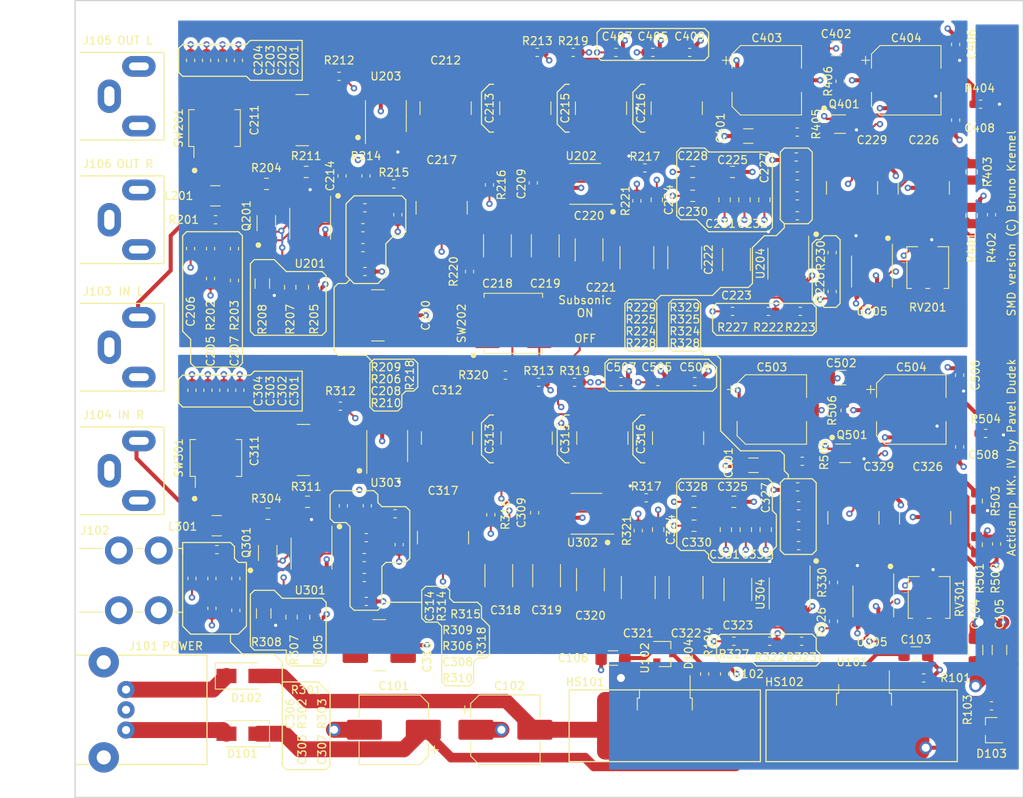
<source format=kicad_pcb>
(kicad_pcb (version 20171130) (host pcbnew "(5.1.4)-1")
  (layers (0 F.Cu signal) (1 In1.Cu power) (2 In2.Cu power) (31 B.Cu mixed) (34 B.Paste user) (35 F.Paste user) (36 B.SilkS user hide) (37 F.SilkS user) (38 B.Mask user hide) (39 F.Mask user hide) (44 Edge.Cuts user))
  (net 0 "")
  (net 1 "Net-(C101-Pad1)")
  (net 2 GND)
  (net 3 "Net-(C102-Pad2)")
  (net 4 /psu_rails_left/Vreg+)
  (net 5 /psu_rails_left/Vreg-)
  (net 6 "Net-(C201-Pad1)")
  (net 7 "Net-(C202-Pad1)")
  (net 8 "Net-(C203-Pad1)")
  (net 9 "Net-(C204-Pad1)")
  (net 10 "Net-(C205-Pad1)")
  (net 11 "Net-(C206-Pad1)")
  (net 12 "Net-(C207-Pad2)")
  (net 13 "Net-(C207-Pad1)")
  (net 14 "Net-(C208-Pad2)")
  (net 15 "Net-(C208-Pad1)")
  (net 16 "Net-(C209-Pad1)")
  (net 17 "Net-(C209-Pad2)")
  (net 18 "Net-(C210-Pad1)")
  (net 19 "Net-(C211-Pad2)")
  (net 20 "Net-(C211-Pad1)")
  (net 21 "Net-(C212-Pad1)")
  (net 22 "Net-(C212-Pad2)")
  (net 23 "Net-(C213-Pad2)")
  (net 24 "Net-(C213-Pad1)")
  (net 25 "Net-(C215-Pad1)")
  (net 26 "Net-(C216-Pad1)")
  (net 27 "Net-(C217-Pad1)")
  (net 28 "Net-(C218-Pad1)")
  (net 29 "Net-(C218-Pad2)")
  (net 30 "Net-(C225-Pad1)")
  (net 31 "Net-(C226-Pad1)")
  (net 32 "Net-(C226-Pad2)")
  (net 33 "Net-(C229-Pad2)")
  (net 34 "Net-(C301-Pad1)")
  (net 35 "Net-(C302-Pad1)")
  (net 36 "Net-(C303-Pad1)")
  (net 37 "Net-(C304-Pad1)")
  (net 38 "Net-(C305-Pad1)")
  (net 39 "Net-(C306-Pad1)")
  (net 40 "Net-(C307-Pad1)")
  (net 41 "Net-(C307-Pad2)")
  (net 42 "Net-(C308-Pad2)")
  (net 43 "Net-(C308-Pad1)")
  (net 44 "Net-(C309-Pad1)")
  (net 45 "Net-(C309-Pad2)")
  (net 46 "Net-(C310-Pad1)")
  (net 47 "Net-(C311-Pad2)")
  (net 48 "Net-(C311-Pad1)")
  (net 49 "Net-(C312-Pad1)")
  (net 50 "Net-(C312-Pad2)")
  (net 51 "Net-(C313-Pad1)")
  (net 52 "Net-(C313-Pad2)")
  (net 53 "Net-(C315-Pad1)")
  (net 54 "Net-(C316-Pad1)")
  (net 55 "Net-(C317-Pad1)")
  (net 56 "Net-(C318-Pad2)")
  (net 57 "Net-(C318-Pad1)")
  (net 58 "Net-(C325-Pad1)")
  (net 59 "Net-(C326-Pad1)")
  (net 60 "Net-(C326-Pad2)")
  (net 61 "Net-(C329-Pad2)")
  (net 62 "Net-(C401-Pad1)")
  (net 63 "Net-(C402-Pad2)")
  (net 64 /left_channel/V+)
  (net 65 /left_channel/V-)
  (net 66 "Net-(C501-Pad1)")
  (net 67 "Net-(C502-Pad2)")
  (net 68 /right_channel/V+)
  (net 69 /right_channel/V-)
  (net 70 "Net-(D101-Pad2)")
  (net 71 "Net-(D102-Pad1)")
  (net 72 "Net-(D103-Pad2)")
  (net 73 "Net-(D104-Pad1)")
  (net 74 /left_channel/IN)
  (net 75 /right_channel/IN)
  (net 76 /left_channel/OUT)
  (net 77 /right_channel/OUT)
  (net 78 "Net-(Q201-Pad2)")
  (net 79 "Net-(Q201-Pad3)")
  (net 80 "Net-(Q301-Pad3)")
  (net 81 "Net-(Q301-Pad2)")
  (net 82 "Net-(Q401-Pad3)")
  (net 83 "Net-(Q401-Pad5)")
  (net 84 "Net-(Q401-Pad2)")
  (net 85 "Net-(Q401-Pad6)")
  (net 86 "Net-(Q501-Pad6)")
  (net 87 "Net-(Q501-Pad2)")
  (net 88 "Net-(Q501-Pad5)")
  (net 89 "Net-(Q501-Pad3)")
  (net 90 "Net-(R217-Pad1)")
  (net 91 "Net-(R220-Pad1)")
  (net 92 "Net-(R222-Pad1)")
  (net 93 "Net-(R224-Pad1)")
  (net 94 "Net-(R227-Pad2)")
  (net 95 "Net-(R228-Pad1)")
  (net 96 "Net-(R317-Pad1)")
  (net 97 "Net-(R320-Pad1)")
  (net 98 "Net-(R322-Pad1)")
  (net 99 "Net-(R324-Pad1)")
  (net 100 "Net-(R327-Pad2)")
  (net 101 "Net-(R328-Pad1)")
  (net 102 "Net-(RV201-Pad1)")
  (net 103 "Net-(RV201-Pad3)")
  (net 104 "Net-(RV301-Pad3)")
  (net 105 "Net-(RV301-Pad1)")
  (net 106 "Net-(J105-Pad3)")
  (net 107 "Net-(J106-Pad3)")
  (net 108 "Net-(U202-Pad1)")
  (net 109 "Net-(U203-Pad8)")
  (net 110 "Net-(U203-Pad5)")
  (net 111 "Net-(U203-Pad1)")
  (net 112 "Net-(U205-Pad8)")
  (net 113 "Net-(U302-Pad1)")
  (net 114 "Net-(U303-Pad1)")
  (net 115 "Net-(U303-Pad5)")
  (net 116 "Net-(U303-Pad8)")
  (net 117 "Net-(U305-Pad8)")
  (module actidamp-mk4-smd:C_2824_7260Metric_Pad3.20x4.45mm_HandSolder (layer F.Cu) (at 188.170001 115.894999 270)
    (fp_text reference C329 (at -6.394999 -3.18) (layer F.SilkS))
    (fp_text value 680n)
    (pad 2 smd roundrect (at 3 0 270) (size 3.2 4.45) (layers F.Cu F.Paste F.Mask) (roundrect_rratio 0.078) (net 61 "Net-(C329-Pad2)"))
    (pad 1 smd roundrect (at -3 0 270) (size 3.2 4.45) (layers F.Cu F.Paste F.Mask) (roundrect_rratio 0.078) (net 2 GND))
  )
  (module Package_SO:SOIC-8_3.9x4.9mm_P1.27mm (layer F.Cu) (at 190.5 85 270)
    (fp_text reference U205 (at 5 0) (layer F.SilkS))
    (fp_text value LF411)
    (pad 8 smd roundrect (at 2.475 -1.905 270) (size 1.95 0.6) (layers F.Cu F.Paste F.Mask) (net 112 "Net-(U205-Pad8)"))
    (pad 7 smd roundrect (at 2.475 -0.635 270) (size 1.95 0.6) (layers F.Cu F.Paste F.Mask) (net 64 /left_channel/V+))
    (pad 6 smd roundrect (at 2.475 0.635 270) (size 1.95 0.6) (layers F.Cu F.Paste F.Mask) (net 31 "Net-(C226-Pad1)"))
    (pad 5 smd roundrect (at 2.475 1.905 270) (size 1.95 0.6) (layers F.Cu F.Paste F.Mask) (net 103 "Net-(RV201-Pad3)"))
    (pad 4 smd roundrect (at -2.475 1.905 270) (size 1.95 0.6) (layers F.Cu F.Paste F.Mask) (net 65 /left_channel/V-))
    (pad 3 smd roundrect (at -2.475 0.635 270) (size 1.95 0.6) (layers F.Cu F.Paste F.Mask) (net 33 "Net-(C229-Pad2)"))
    (pad 2 smd roundrect (at -2.475 -0.635 270) (size 1.95 0.6) (layers F.Cu F.Paste F.Mask) (net 32 "Net-(C226-Pad2)"))
    (pad 1 smd roundrect (at -2.475 -1.905 270) (size 1.95 0.6) (layers F.Cu F.Paste F.Mask) (net 102 "Net-(RV201-Pad1)"))
  )
  (module Resistor_SMD:R_0603_1608Metric_Pad1.05x0.95mm_HandSolder (layer F.Cu) (at 177.5 90)
    (fp_text reference R222 (at 0 2) (layer F.SilkS))
    (fp_text value "390 1%")
    (pad 2 smd roundrect (at 0.875 0) (size 1.05 0.95) (layers F.Cu F.Paste F.Mask) (net 2 GND))
    (pad 1 smd roundrect (at -0.875 0) (size 1.05 0.95) (layers F.Cu F.Paste F.Mask) (net 92 "Net-(R222-Pad1)"))
  )
  (module Package_SO:SOIC-8_3.9x4.9mm_P1.27mm (layer F.Cu) (at 154.5 74 180)
    (fp_text reference U202 (at 0.5 3.5 180) (layer F.SilkS))
    (fp_text value NE5534)
    (pad 8 smd roundrect (at 2.475 -1.905 180) (size 1.95 0.6) (layers F.Cu F.Paste F.Mask) (net 17 "Net-(C209-Pad2)"))
    (pad 7 smd roundrect (at 2.475 -0.635 180) (size 1.95 0.6) (layers F.Cu F.Paste F.Mask) (net 64 /left_channel/V+))
    (pad 6 smd roundrect (at 2.475 0.635 180) (size 1.95 0.6) (layers F.Cu F.Paste F.Mask) (net 90 "Net-(R217-Pad1)"))
    (pad 5 smd roundrect (at 2.475 1.905 180) (size 1.95 0.6) (layers F.Cu F.Paste F.Mask) (net 16 "Net-(C209-Pad1)"))
    (pad 4 smd roundrect (at -2.475 1.905 180) (size 1.95 0.6) (layers F.Cu F.Paste F.Mask) (net 65 /left_channel/V-))
    (pad 3 smd roundrect (at -2.475 0.635 180) (size 1.95 0.6) (layers F.Cu F.Paste F.Mask) (net 26 "Net-(C216-Pad1)"))
    (pad 2 smd roundrect (at -2.475 -0.635 180) (size 1.95 0.6) (layers F.Cu F.Paste F.Mask) (net 90 "Net-(R217-Pad1)"))
    (pad 1 smd roundrect (at -2.475 -1.905 180) (size 1.95 0.6) (layers F.Cu F.Paste F.Mask) (net 108 "Net-(U202-Pad1)"))
  )
  (module Resistor_SMD:R_0603_1608Metric_Pad1.05x0.95mm_HandSolder (layer F.Cu) (at 140 85 90)
    (fp_text reference R220 (at 0 -2 90) (layer F.SilkS))
    (fp_text value "4k87 1%")
    (pad 2 smd roundrect (at 0.875 0 90) (size 1.05 0.95) (layers F.Cu F.Paste F.Mask) (net 28 "Net-(C218-Pad1)"))
    (pad 1 smd roundrect (at -0.875 0 90) (size 1.05 0.95) (layers F.Cu F.Paste F.Mask) (net 91 "Net-(R220-Pad1)"))
  )
  (module actidamp-mk4-smd:C_1913_4833Metric_Pad1.3x3.00mm_HandSolder (layer F.Cu) (at 155 82.275 90)
    (fp_text reference C220 (at 4.275 0 180) (layer F.SilkS))
    (fp_text value 100n)
    (pad 2 smd roundrect (at 2.225 0 90) (size 1.45 3) (layers F.Cu F.Paste F.Mask) (roundrect_rratio 0.164) (net 29 "Net-(C218-Pad2)"))
    (pad 1 smd roundrect (at -2.225 0 90) (size 1.45 3) (layers F.Cu F.Paste F.Mask) (roundrect_rratio 0.164) (net 28 "Net-(C218-Pad1)"))
  )
  (module actidamp-mk4-smd:C_1913_4833Metric_Pad1.3x3.00mm_HandSolder (layer F.Cu) (at 143.5 81.775 90)
    (fp_text reference C218 (at -4.725 0 180) (layer F.SilkS))
    (fp_text value 100n)
    (pad 2 smd roundrect (at 2.225 0 90) (size 1.45 3) (layers F.Cu F.Paste F.Mask) (roundrect_rratio 0.164) (net 29 "Net-(C218-Pad2)"))
    (pad 1 smd roundrect (at -2.225 0 90) (size 1.45 3) (layers F.Cu F.Paste F.Mask) (roundrect_rratio 0.164) (net 28 "Net-(C218-Pad1)"))
  )
  (module actidamp-mk4-smd:C_1913_4833Metric_Pad1.3x3.00mm_HandSolder (layer F.Cu) (at 149.5 81.775 90)
    (fp_text reference C219 (at -4.725 0 180) (layer F.SilkS))
    (fp_text value 100n)
    (pad 2 smd roundrect (at 2.225 0 90) (size 1.45 3) (layers F.Cu F.Paste F.Mask) (roundrect_rratio 0.164) (net 29 "Net-(C218-Pad2)"))
    (pad 1 smd roundrect (at -2.225 0 90) (size 1.45 3) (layers F.Cu F.Paste F.Mask) (roundrect_rratio 0.164) (net 28 "Net-(C218-Pad1)"))
  )
  (module Package_SO:SOIC-8_3.9x4.9mm_P1.27mm (layer F.Cu) (at 120 79 270)
    (fp_text reference U201 (at 5 0) (layer F.SilkS))
    (fp_text value NE5532)
    (pad 8 smd roundrect (at 2.475 -1.905 270) (size 1.95 0.6) (layers F.Cu F.Paste F.Mask) (net 64 /left_channel/V+))
    (pad 7 smd roundrect (at 2.475 -0.635 270) (size 1.95 0.6) (layers F.Cu F.Paste F.Mask) (net 14 "Net-(C208-Pad2)"))
    (pad 6 smd roundrect (at 2.475 0.635 270) (size 1.95 0.6) (layers F.Cu F.Paste F.Mask) (net 15 "Net-(C208-Pad1)"))
    (pad 5 smd roundrect (at 2.475 1.905 270) (size 1.95 0.6) (layers F.Cu F.Paste F.Mask) (net 18 "Net-(C210-Pad1)"))
    (pad 4 smd roundrect (at -2.475 1.905 270) (size 1.95 0.6) (layers F.Cu F.Paste F.Mask) (net 65 /left_channel/V-))
    (pad 3 smd roundrect (at -2.475 0.635 270) (size 1.95 0.6) (layers F.Cu F.Paste F.Mask) (net 79 "Net-(Q201-Pad3)"))
    (pad 2 smd roundrect (at -2.475 -0.635 270) (size 1.95 0.6) (layers F.Cu F.Paste F.Mask) (net 13 "Net-(C207-Pad1)"))
    (pad 1 smd roundrect (at -2.475 -1.905 270) (size 1.95 0.6) (layers F.Cu F.Paste F.Mask) (net 23 "Net-(C213-Pad2)"))
  )
  (module actidamp-mk4-smd:MiniXLR_TRAPC3M1X (layer F.Cu) (at 94.1 140 90)
    (fp_text reference J101 (at 8 5 180) (layer F.SilkS))
    (fp_text value XLR3)
    (pad "" thru_hole circle (at 5.969 0 90) (size 3.81 3.81) (drill 1.778) (layers *.Cu *.Mask))
    (pad "" thru_hole circle (at -5.969 0 90) (size 3.81 3.81) (drill 1.778) (layers *.Cu *.Mask))
    (pad 2 thru_hole circle (at -2.54 2.794 90) (size 2.159 2.159) (drill 1.016) (layers *.Cu *.Mask) (net 70 "Net-(D101-Pad2)"))
    (pad 1 thru_hole circle (at 2.54 2.794 90) (size 2.159 2.159) (drill 1.016) (layers *.Cu *.Mask) (net 71 "Net-(D102-Pad1)"))
    (pad 3 thru_hole circle (at 0 2.794 90) (size 2.159 2.159) (drill 1.016) (layers *.Cu *.Mask) (net 2 GND))
  )
  (module Capacitor_SMD:CP_Elec_8x10.5 (layer F.Cu) (at 130.5 142.5 180)
    (fp_text reference C101 (at 0 5.5) (layer F.SilkS))
    (fp_text value 220u)
    (pad 2 smd roundrect (at 3.7 0 180) (size 4.4 2.5) (layers F.Cu F.Paste F.Mask) (roundrect_rratio 0.1) (net 2 GND))
    (pad 1 smd roundrect (at -3.7 0 180) (size 4.4 2.5) (layers F.Cu F.Paste F.Mask) (roundrect_rratio 0.1) (net 1 "Net-(C101-Pad1)"))
  )
  (module Capacitor_SMD:CP_Elec_8x10.5 (layer F.Cu) (at 144.5 142.5)
    (fp_text reference C102 (at 0.5 -5.5) (layer F.SilkS))
    (fp_text value 220u)
    (pad 2 smd roundrect (at 3.7 0) (size 4.4 2.5) (layers F.Cu F.Paste F.Mask) (roundrect_rratio 0.1) (net 3 "Net-(C102-Pad2)"))
    (pad 1 smd roundrect (at -3.7 0) (size 4.4 2.5) (layers F.Cu F.Paste F.Mask) (roundrect_rratio 0.1) (net 2 GND))
  )
  (module Capacitor_SMD:C_1206_3216Metric_Pad1.42x1.75mm_HandSolder (layer F.Cu) (at 196.0125 133)
    (fp_text reference C103 (at 0 -1.82) (layer F.SilkS))
    (fp_text value 10u)
    (pad 2 smd roundrect (at 1.4875 0) (size 1.425 1.75) (layers F.Cu F.Paste F.Mask) (roundrect_rratio 0.175439) (net 2 GND))
    (pad 1 smd roundrect (at -1.4875 0) (size 1.425 1.75) (layers F.Cu F.Paste F.Mask) (roundrect_rratio 0.175439) (net 4 /psu_rails_left/Vreg+))
  )
  (module Capacitor_SMD:C_1206_3216Metric_Pad1.42x1.75mm_HandSolder (layer F.Cu) (at 203.5 132.5 90)
    (fp_text reference C104 (at 4.5 0 90) (layer F.SilkS))
    (fp_text value 10u)
    (pad 2 smd roundrect (at 1.4875 0 90) (size 1.425 1.75) (layers F.Cu F.Paste F.Mask) (roundrect_rratio 0.175439) (net 5 /psu_rails_left/Vreg-))
    (pad 1 smd roundrect (at -1.4875 0 90) (size 1.425 1.75) (layers F.Cu F.Paste F.Mask) (roundrect_rratio 0.175439) (net 2 GND))
  )
  (module Capacitor_SMD:C_1206_3216Metric_Pad1.42x1.75mm_HandSolder (layer F.Cu) (at 206.5 132.4875 270)
    (fp_text reference C105 (at -4.4875 0 90) (layer F.SilkS))
    (fp_text value 10u)
    (pad 2 smd roundrect (at 1.4875 0 270) (size 1.425 1.75) (layers F.Cu F.Paste F.Mask) (roundrect_rratio 0.175439) (net 2 GND))
    (pad 1 smd roundrect (at -1.4875 0 270) (size 1.425 1.75) (layers F.Cu F.Paste F.Mask) (roundrect_rratio 0.175439) (net 4 /psu_rails_left/Vreg+))
  )
  (module Capacitor_SMD:C_1206_3216Metric_Pad1.42x1.75mm_HandSolder (layer F.Cu) (at 158 133.5)
    (fp_text reference C106 (at -5 0) (layer F.SilkS))
    (fp_text value 10u)
    (pad 2 smd roundrect (at 1.4875 0) (size 1.425 1.75) (layers F.Cu F.Paste F.Mask) (roundrect_rratio 0.175439) (net 5 /psu_rails_left/Vreg-))
    (pad 1 smd roundrect (at -1.4875 0) (size 1.425 1.75) (layers F.Cu F.Paste F.Mask) (roundrect_rratio 0.175439) (net 2 GND))
  )
  (module Capacitor_SMD:C_0603_1608Metric_Pad1.05x0.95mm_HandSolder (layer F.Cu) (at 111 58.5 90)
    (fp_text reference C201 (at 0 7 90) (layer F.SilkS))
    (fp_text value 100p)
    (pad 2 smd roundrect (at 0.875 0 90) (size 1.05 0.95) (layers F.Cu F.Paste F.Mask) (net 2 GND))
    (pad 1 smd roundrect (at -0.875 0 90) (size 1.05 0.95) (layers F.Cu F.Paste F.Mask) (net 6 "Net-(C201-Pad1)"))
  )
  (module Capacitor_SMD:C_0603_1608Metric_Pad1.05x0.95mm_HandSolder (layer F.Cu) (at 109 58.5 90)
    (fp_text reference C202 (at 0 7.5 90) (layer F.SilkS))
    (fp_text value 220p)
    (pad 2 smd roundrect (at 0.875 0 90) (size 1.05 0.95) (layers F.Cu F.Paste F.Mask) (net 2 GND))
    (pad 1 smd roundrect (at -0.875 0 90) (size 1.05 0.95) (layers F.Cu F.Paste F.Mask) (net 7 "Net-(C202-Pad1)"))
  )
  (module Capacitor_SMD:C_0603_1608Metric_Pad1.05x0.95mm_HandSolder (layer F.Cu) (at 107 58.5 90)
    (fp_text reference C203 (at 0 8 90) (layer F.SilkS))
    (fp_text value 330p)
    (pad 2 smd roundrect (at 0.875 0 90) (size 1.05 0.95) (layers F.Cu F.Paste F.Mask) (net 2 GND))
    (pad 1 smd roundrect (at -0.875 0 90) (size 1.05 0.95) (layers F.Cu F.Paste F.Mask) (net 8 "Net-(C203-Pad1)"))
  )
  (module Capacitor_SMD:C_0603_1608Metric_Pad1.05x0.95mm_HandSolder (layer F.Cu) (at 105 58.5 90)
    (fp_text reference C204 (at 0 8.5 90) (layer F.SilkS))
    (fp_text value 470p)
    (pad 2 smd roundrect (at 0.875 0 90) (size 1.05 0.95) (layers F.Cu F.Paste F.Mask) (net 2 GND))
    (pad 1 smd roundrect (at -0.875 0 90) (size 1.05 0.95) (layers F.Cu F.Paste F.Mask) (net 9 "Net-(C204-Pad1)"))
  )
  (module Capacitor_SMD:C_0603_1608Metric_Pad1.05x0.95mm_HandSolder (layer F.Cu) (at 107.5 85.875 270)
    (fp_text reference C205 (at 9.125 0 270) (layer F.SilkS))
    (fp_text value 15p)
    (pad 2 smd roundrect (at 0.875 0 270) (size 1.05 0.95) (layers F.Cu F.Paste F.Mask) (net 2 GND))
    (pad 1 smd roundrect (at -0.875 0 270) (size 1.05 0.95) (layers F.Cu F.Paste F.Mask) (net 10 "Net-(C205-Pad1)"))
  )
  (module Capacitor_SMD:C_0603_1608Metric_Pad1.05x0.95mm_HandSolder (layer F.Cu) (at 105 82.125 270)
    (fp_text reference C206 (at 7.875 0 270) (layer F.SilkS))
    (fp_text value 15p)
    (pad 2 smd roundrect (at 0.875 0 270) (size 1.05 0.95) (layers F.Cu F.Paste F.Mask) (net 2 GND))
    (pad 1 smd roundrect (at -0.875 0 270) (size 1.05 0.95) (layers F.Cu F.Paste F.Mask) (net 11 "Net-(C206-Pad1)"))
  )
  (module Capacitor_SMD:C_0603_1608Metric_Pad1.05x0.95mm_HandSolder (layer F.Cu) (at 110.5 86.125 90)
    (fp_text reference C207 (at -8.875 0 90) (layer F.SilkS))
    (fp_text value 470p)
    (pad 2 smd roundrect (at 0.875 0 90) (size 1.05 0.95) (layers F.Cu F.Paste F.Mask) (net 12 "Net-(C207-Pad2)"))
    (pad 1 smd roundrect (at -0.875 0 90) (size 1.05 0.95) (layers F.Cu F.Paste F.Mask) (net 13 "Net-(C207-Pad1)"))
  )
  (module Capacitor_SMD:C_0603_1608Metric_Pad1.05x0.95mm_HandSolder (layer F.Cu) (at 126.625 82)
    (fp_text reference C208 (at 2.875 18) (layer F.SilkS))
    (fp_text value 100p)
    (pad 2 smd roundrect (at 0.875 0) (size 1.05 0.95) (layers F.Cu F.Paste F.Mask) (net 14 "Net-(C208-Pad2)"))
    (pad 1 smd roundrect (at -0.875 0) (size 1.05 0.95) (layers F.Cu F.Paste F.Mask) (net 15 "Net-(C208-Pad1)"))
  )
  (module Capacitor_SMD:C_0603_1608Metric_Pad1.05x0.95mm_HandSolder (layer F.Cu) (at 148 73.875 270)
    (fp_text reference C209 (at 0.125 1.5 270) (layer F.SilkS))
    (fp_text value 10p)
    (pad 2 smd roundrect (at 0.875 0 270) (size 1.05 0.95) (layers F.Cu F.Paste F.Mask) (net 17 "Net-(C209-Pad2)"))
    (pad 1 smd roundrect (at -0.875 0 270) (size 1.05 0.95) (layers F.Cu F.Paste F.Mask) (net 16 "Net-(C209-Pad1)"))
  )
  (module actidamp-mk4-smd:C_2824_7260Metric_Pad3.20x4.45mm_HandSolder (layer F.Cu) (at 128.5 90.5)
    (fp_text reference C210 (at 6 0 90) (layer F.SilkS))
    (fp_text value 1u)
    (pad 2 smd roundrect (at 3 0) (size 3.2 4.45) (layers F.Cu F.Paste F.Mask) (roundrect_rratio 0.078) (net 2 GND))
    (pad 1 smd roundrect (at -3 0) (size 3.2 4.45) (layers F.Cu F.Paste F.Mask) (roundrect_rratio 0.078) (net 18 "Net-(C210-Pad1)"))
  )
  (module actidamp-mk4-smd:C_2824_7260Metric_Pad3.20x4.45mm_HandSolder (layer F.Cu) (at 119 66 180)
    (fp_text reference C211 (at 6 0 270) (layer F.SilkS))
    (fp_text value 1u)
    (pad 2 smd roundrect (at 3 0 180) (size 3.2 4.45) (layers F.Cu F.Paste F.Mask) (roundrect_rratio 0.078) (net 19 "Net-(C211-Pad2)"))
    (pad 1 smd roundrect (at -3 0 180) (size 3.2 4.45) (layers F.Cu F.Paste F.Mask) (roundrect_rratio 0.078) (net 20 "Net-(C211-Pad1)"))
  )
  (module actidamp-mk4-smd:C_2824_7260Metric_Pad3.20x4.45mm_HandSolder (layer F.Cu) (at 137 64.5 90)
    (fp_text reference C212 (at 6 0 180) (layer F.SilkS))
    (fp_text value 680n)
    (pad 2 smd roundrect (at 3 0 90) (size 3.2 4.45) (layers F.Cu F.Paste F.Mask) (roundrect_rratio 0.078) (net 22 "Net-(C212-Pad2)"))
    (pad 1 smd roundrect (at -3 0 90) (size 3.2 4.45) (layers F.Cu F.Paste F.Mask) (roundrect_rratio 0.078) (net 21 "Net-(C212-Pad1)"))
  )
  (module actidamp-mk4-smd:C_2824_7260Metric_Pad3.20x4.45mm_HandSolder (layer F.Cu) (at 147 64.5 270)
    (fp_text reference C213 (at 0 4.5 90) (layer F.SilkS))
    (fp_text value 470n)
    (pad 2 smd roundrect (at 3 0 270) (size 3.2 4.45) (layers F.Cu F.Paste F.Mask) (roundrect_rratio 0.078) (net 23 "Net-(C213-Pad2)"))
    (pad 1 smd roundrect (at -3 0 270) (size 3.2 4.45) (layers F.Cu F.Paste F.Mask) (roundrect_rratio 0.078) (net 24 "Net-(C213-Pad1)"))
  )
  (module Capacitor_SMD:C_0603_1608Metric_Pad1.05x0.95mm_HandSolder (layer F.Cu) (at 124 73 90)
    (fp_text reference C214 (at 0 -1.5 270) (layer F.SilkS))
    (fp_text value 100p)
    (pad 2 smd roundrect (at 0.875 0 90) (size 1.05 0.95) (layers F.Cu F.Paste F.Mask) (net 20 "Net-(C211-Pad1)"))
    (pad 1 smd roundrect (at -0.875 0 90) (size 1.05 0.95) (layers F.Cu F.Paste F.Mask) (net 23 "Net-(C213-Pad2)"))
  )
  (module actidamp-mk4-smd:C_2824_7260Metric_Pad3.20x4.45mm_HandSolder (layer F.Cu) (at 156.5 64.5 90)
    (fp_text reference C215 (at 0 -4.5 270) (layer F.SilkS))
    (fp_text value 470n)
    (pad 2 smd roundrect (at 3 0 90) (size 3.2 4.45) (layers F.Cu F.Paste F.Mask) (roundrect_rratio 0.078) (net 24 "Net-(C213-Pad1)"))
    (pad 1 smd roundrect (at -3 0 90) (size 3.2 4.45) (layers F.Cu F.Paste F.Mask) (roundrect_rratio 0.078) (net 25 "Net-(C215-Pad1)"))
  )
  (module actidamp-mk4-smd:C_2824_7260Metric_Pad3.20x4.45mm_HandSolder (layer F.Cu) (at 166 64.5 270)
    (fp_text reference C216 (at 0 4.5 90) (layer F.SilkS))
    (fp_text value 470n)
    (pad 2 smd roundrect (at 3 0 270) (size 3.2 4.45) (layers F.Cu F.Paste F.Mask) (roundrect_rratio 0.078) (net 25 "Net-(C215-Pad1)"))
    (pad 1 smd roundrect (at -3 0 270) (size 3.2 4.45) (layers F.Cu F.Paste F.Mask) (roundrect_rratio 0.078) (net 26 "Net-(C216-Pad1)"))
  )
  (module actidamp-mk4-smd:C_2824_7260Metric_Pad3.20x4.45mm_HandSolder (layer F.Cu) (at 136.5 77 270)
    (fp_text reference C217 (at -6 0) (layer F.SilkS))
    (fp_text value 680n)
    (pad 2 smd roundrect (at 3 0 270) (size 3.2 4.45) (layers F.Cu F.Paste F.Mask) (roundrect_rratio 0.078) (net 2 GND))
    (pad 1 smd roundrect (at -3 0 270) (size 3.2 4.45) (layers F.Cu F.Paste F.Mask) (roundrect_rratio 0.078) (net 27 "Net-(C217-Pad1)"))
  )
  (module actidamp-mk4-smd:C_2416_6041Metric_Pad1.5x3.8mm_HandSolder (layer F.Cu) (at 161 83.25 90)
    (fp_text reference C221 (at -3.75 -4.5 180) (layer F.SilkS))
    (fp_text value 120n)
    (pad 2 smd roundrect (at 2.75 0 90) (size 1.75 3.8) (layers F.Cu F.Paste F.Mask) (roundrect_rratio 0.164) (net 29 "Net-(C218-Pad2)"))
    (pad 1 smd roundrect (at -2.75 0 90) (size 1.75 3.8) (layers F.Cu F.Paste F.Mask) (roundrect_rratio 0.164) (net 28 "Net-(C218-Pad1)"))
  )
  (module actidamp-mk4-smd:C_2416_6041Metric_Pad1.5x3.8mm_HandSolder (layer F.Cu) (at 167 83.25 90)
    (fp_text reference C222 (at -0.25 3 270) (layer F.SilkS))
    (fp_text value 120n)
    (pad 2 smd roundrect (at 2.75 0 90) (size 1.75 3.8) (layers F.Cu F.Paste F.Mask) (roundrect_rratio 0.164) (net 29 "Net-(C218-Pad2)"))
    (pad 1 smd roundrect (at -2.75 0 90) (size 1.75 3.8) (layers F.Cu F.Paste F.Mask) (roundrect_rratio 0.164) (net 28 "Net-(C218-Pad1)"))
  )
  (module actidamp-mk4-smd:C_1913_4833Metric_Pad1.3x3.00mm_HandSolder (layer F.Cu) (at 173.5 83.5 90)
    (fp_text reference C223 (at -4.5 0 180) (layer F.SilkS))
    (fp_text value 47n)
    (pad 2 smd roundrect (at 2.225 0 90) (size 1.45 3) (layers F.Cu F.Paste F.Mask) (roundrect_rratio 0.164) (net 29 "Net-(C218-Pad2)"))
    (pad 1 smd roundrect (at -2.225 0 90) (size 1.45 3) (layers F.Cu F.Paste F.Mask) (roundrect_rratio 0.164) (net 28 "Net-(C218-Pad1)"))
  )
  (module actidamp-mk4-smd:C_0805_2012Metric_Pad1.15x1.1mm_HandSolder (layer F.Cu) (at 163.5 76 90)
    (fp_text reference C224 (at 0 1.5 90) (layer F.SilkS))
    (fp_text value 220p)
    (pad 2 smd roundrect (at 1 0 90) (size 1.15 1.1) (layers F.Cu F.Paste F.Mask) (roundrect_rratio 0.217) (net 2 GND))
    (pad 1 smd roundrect (at -1 0 90) (size 1.15 1.1) (layers F.Cu F.Paste F.Mask) (roundrect_rratio 0.217) (net 29 "Net-(C218-Pad2)"))
  )
  (module actidamp-mk4-smd:C_0805_2012Metric_Pad1.15x1.1mm_HandSolder (layer F.Cu) (at 173 72.5)
    (fp_text reference C225 (at 0 -1.5) (layer F.SilkS))
    (fp_text value 2.7n)
    (pad 2 smd roundrect (at 1 0) (size 1.15 1.1) (layers F.Cu F.Paste F.Mask) (roundrect_rratio 0.217) (net 2 GND))
    (pad 1 smd roundrect (at -1 0) (size 1.15 1.1) (layers F.Cu F.Paste F.Mask) (roundrect_rratio 0.217) (net 30 "Net-(C225-Pad1)"))
  )
  (module actidamp-mk4-smd:C_2824_7260Metric_Pad3.20x4.45mm_HandSolder (layer F.Cu) (at 197 74.5 90)
    (fp_text reference C226 (at 6 0 180) (layer F.SilkS))
    (fp_text value 680n)
    (pad 2 smd roundrect (at 3 0 90) (size 3.2 4.45) (layers F.Cu F.Paste F.Mask) (roundrect_rratio 0.078) (net 32 "Net-(C226-Pad2)"))
    (pad 1 smd roundrect (at -3 0 90) (size 3.2 4.45) (layers F.Cu F.Paste F.Mask) (roundrect_rratio 0.078) (net 31 "Net-(C226-Pad1)"))
  )
  (module actidamp-mk4-smd:C_0805_2012Metric_Pad1.15x1.1mm_HandSolder (layer F.Cu) (at 177 76 270)
    (fp_text reference C227 (at -4 0 270) (layer F.SilkS))
    (fp_text value 2.7n)
    (pad 2 smd roundrect (at 1 0 270) (size 1.15 1.1) (layers F.Cu F.Paste F.Mask) (roundrect_rratio 0.217) (net 2 GND))
    (pad 1 smd roundrect (at -1 0 270) (size 1.15 1.1) (layers F.Cu F.Paste F.Mask) (roundrect_rratio 0.217) (net 30 "Net-(C225-Pad1)"))
  )
  (module actidamp-mk4-smd:C_0805_2012Metric_Pad1.15x1.1mm_HandSolder (layer F.Cu) (at 168 72.5 180)
    (fp_text reference C228 (at 0 2 180) (layer F.SilkS))
    (fp_text value 2.7n)
    (pad 2 smd roundrect (at 1 0 180) (size 1.15 1.1) (layers F.Cu F.Paste F.Mask) (roundrect_rratio 0.217) (net 2 GND))
    (pad 1 smd roundrect (at -1 0 180) (size 1.15 1.1) (layers F.Cu F.Paste F.Mask) (roundrect_rratio 0.217) (net 30 "Net-(C225-Pad1)"))
  )
  (module actidamp-mk4-smd:C_2824_7260Metric_Pad3.20x4.45mm_HandSolder (layer F.Cu) (at 188 74.5 270)
    (fp_text reference C229 (at -6 -2.5) (layer F.SilkS))
    (fp_text value 680n)
    (pad 2 smd roundrect (at 3 0 270) (size 3.2 4.45) (layers F.Cu F.Paste F.Mask) (roundrect_rratio 0.078) (net 33 "Net-(C229-Pad2)"))
    (pad 1 smd roundrect (at -3 0 270) (size 3.2 4.45) (layers F.Cu F.Paste F.Mask) (roundrect_rratio 0.078) (net 2 GND))
  )
  (module actidamp-mk4-smd:C_0805_2012Metric_Pad1.15x1.1mm_HandSolder (layer F.Cu) (at 168 75.5 180)
    (fp_text reference C230 (at 0 -2 180) (layer F.SilkS))
    (fp_text value 2.7n)
    (pad 2 smd roundrect (at 1 0 180) (size 1.15 1.1) (layers F.Cu F.Paste F.Mask) (roundrect_rratio 0.217) (net 2 GND))
    (pad 1 smd roundrect (at -1 0 180) (size 1.15 1.1) (layers F.Cu F.Paste F.Mask) (roundrect_rratio 0.217) (net 30 "Net-(C225-Pad1)"))
  )
  (module actidamp-mk4-smd:C_0805_2012Metric_Pad1.15x1.1mm_HandSolder (layer F.Cu) (at 172 76 270)
    (fp_text reference C231 (at 3 0.5) (layer F.SilkS))
    (fp_text value 2.7n)
    (pad 2 smd roundrect (at 1 0 270) (size 1.15 1.1) (layers F.Cu F.Paste F.Mask) (roundrect_rratio 0.217) (net 2 GND))
    (pad 1 smd roundrect (at -1 0 270) (size 1.15 1.1) (layers F.Cu F.Paste F.Mask) (roundrect_rratio 0.217) (net 30 "Net-(C225-Pad1)"))
  )
  (module actidamp-mk4-smd:C_0805_2012Metric_Pad1.15x1.1mm_HandSolder (layer F.Cu) (at 174.5 76 270)
    (fp_text reference C232 (at 3 -1) (layer F.SilkS))
    (fp_text value 1.5n)
    (pad 2 smd roundrect (at 1 0 270) (size 1.15 1.1) (layers F.Cu F.Paste F.Mask) (roundrect_rratio 0.217) (net 2 GND))
    (pad 1 smd roundrect (at -1 0 270) (size 1.15 1.1) (layers F.Cu F.Paste F.Mask) (roundrect_rratio 0.217) (net 30 "Net-(C225-Pad1)"))
  )
  (module Capacitor_SMD:C_0603_1608Metric_Pad1.05x0.95mm_HandSolder (layer F.Cu) (at 111.170001 99.894999 90)
    (fp_text reference C301 (at -0.105001 6.829999 90) (layer F.SilkS))
    (fp_text value 100p)
    (pad 2 smd roundrect (at 0.875 0 90) (size 1.05 0.95) (layers F.Cu F.Paste F.Mask) (net 2 GND))
    (pad 1 smd roundrect (at -0.875 0 90) (size 1.05 0.95) (layers F.Cu F.Paste F.Mask) (net 34 "Net-(C301-Pad1)"))
  )
  (module Capacitor_SMD:C_0603_1608Metric_Pad1.05x0.95mm_HandSolder (layer F.Cu) (at 109.170001 99.894999 90)
    (fp_text reference C302 (at -0.105001 7.329999 90) (layer F.SilkS))
    (fp_text value 220p)
    (pad 2 smd roundrect (at 0.875 0 90) (size 1.05 0.95) (layers F.Cu F.Paste F.Mask) (net 2 GND))
    (pad 1 smd roundrect (at -0.875 0 90) (size 1.05 0.95) (layers F.Cu F.Paste F.Mask) (net 35 "Net-(C302-Pad1)"))
  )
  (module Capacitor_SMD:C_0603_1608Metric_Pad1.05x0.95mm_HandSolder (layer F.Cu) (at 107.170001 99.894999 90)
    (fp_text reference C303 (at -0.105001 7.829999 90) (layer F.SilkS))
    (fp_text value 330p)
    (pad 2 smd roundrect (at 0.875 0 90) (size 1.05 0.95) (layers F.Cu F.Paste F.Mask) (net 2 GND))
    (pad 1 smd roundrect (at -0.875 0 90) (size 1.05 0.95) (layers F.Cu F.Paste F.Mask) (net 36 "Net-(C303-Pad1)"))
  )
  (module Capacitor_SMD:C_0603_1608Metric_Pad1.05x0.95mm_HandSolder (layer F.Cu) (at 105.170001 99.894999 90)
    (fp_text reference C304 (at -0.105001 8.329999 90) (layer F.SilkS))
    (fp_text value 470p)
    (pad 2 smd roundrect (at 0.875 0 90) (size 1.05 0.95) (layers F.Cu F.Paste F.Mask) (net 2 GND))
    (pad 1 smd roundrect (at -0.875 0 90) (size 1.05 0.95) (layers F.Cu F.Paste F.Mask) (net 37 "Net-(C304-Pad1)"))
  )
  (module Capacitor_SMD:C_0603_1608Metric_Pad1.05x0.95mm_HandSolder (layer F.Cu) (at 107.670001 127.269999 270)
    (fp_text reference C305 (at 17.730001 -11.329999 270) (layer F.SilkS))
    (fp_text value 15p)
    (pad 2 smd roundrect (at 0.875 0 270) (size 1.05 0.95) (layers F.Cu F.Paste F.Mask) (net 2 GND))
    (pad 1 smd roundrect (at -0.875 0 270) (size 1.05 0.95) (layers F.Cu F.Paste F.Mask) (net 38 "Net-(C305-Pad1)"))
  )
  (module Capacitor_SMD:C_0603_1608Metric_Pad1.05x0.95mm_HandSolder (layer F.Cu) (at 105.170001 123.519999 270)
    (fp_text reference C306 (at 16.980001 -12.329999 270) (layer F.SilkS))
    (fp_text value 15p)
    (pad 2 smd roundrect (at 0.875 0 270) (size 1.05 0.95) (layers F.Cu F.Paste F.Mask) (net 2 GND))
    (pad 1 smd roundrect (at -0.875 0 270) (size 1.05 0.95) (layers F.Cu F.Paste F.Mask) (net 39 "Net-(C306-Pad1)"))
  )
  (module Capacitor_SMD:C_0603_1608Metric_Pad1.05x0.95mm_HandSolder (layer F.Cu) (at 110.670001 127.519999 90)
    (fp_text reference C307 (at -17.480001 10.829999 90) (layer F.SilkS))
    (fp_text value 470p)
    (pad 2 smd roundrect (at 0.875 0 90) (size 1.05 0.95) (layers F.Cu F.Paste F.Mask) (net 41 "Net-(C307-Pad2)"))
    (pad 1 smd roundrect (at -0.875 0 90) (size 1.05 0.95) (layers F.Cu F.Paste F.Mask) (net 40 "Net-(C307-Pad1)"))
  )
  (module Capacitor_SMD:C_0603_1608Metric_Pad1.05x0.95mm_HandSolder (layer F.Cu) (at 126.795001 123.394999)
    (fp_text reference C308 (at 11.704999 10.605001) (layer F.SilkS))
    (fp_text value 100p)
    (pad 2 smd roundrect (at 0.875 0) (size 1.05 0.95) (layers F.Cu F.Paste F.Mask) (net 42 "Net-(C308-Pad2)"))
    (pad 1 smd roundrect (at -0.875 0) (size 1.05 0.95) (layers F.Cu F.Paste F.Mask) (net 43 "Net-(C308-Pad1)"))
  )
  (module Capacitor_SMD:C_0603_1608Metric_Pad1.05x0.95mm_HandSolder (layer F.Cu) (at 148.170001 115.269999 270)
    (fp_text reference C309 (at 0 1.670001 270) (layer F.SilkS))
    (fp_text value 10p)
    (pad 2 smd roundrect (at 0.875 0 270) (size 1.05 0.95) (layers F.Cu F.Paste F.Mask) (net 45 "Net-(C309-Pad2)"))
    (pad 1 smd roundrect (at -0.875 0 270) (size 1.05 0.95) (layers F.Cu F.Paste F.Mask) (net 44 "Net-(C309-Pad1)"))
  )
  (module actidamp-mk4-smd:C_2824_7260Metric_Pad3.20x4.45mm_HandSolder (layer F.Cu) (at 128.670001 131.894999)
    (fp_text reference C310 (at 6 1.5 90) (layer F.SilkS))
    (fp_text value 1u)
    (pad 2 smd roundrect (at 3 0) (size 3.2 4.45) (layers F.Cu F.Paste F.Mask) (roundrect_rratio 0.078) (net 2 GND))
    (pad 1 smd roundrect (at -3 0) (size 3.2 4.45) (layers F.Cu F.Paste F.Mask) (roundrect_rratio 0.078) (net 46 "Net-(C310-Pad1)"))
  )
  (module actidamp-mk4-smd:C_2824_7260Metric_Pad3.20x4.45mm_HandSolder (layer F.Cu) (at 119.170001 107.394999 180)
    (fp_text reference C311 (at 6.170001 -0.105001 270) (layer F.SilkS))
    (fp_text value 1u)
    (pad 2 smd roundrect (at 3 0 180) (size 3.2 4.45) (layers F.Cu F.Paste F.Mask) (roundrect_rratio 0.078) (net 47 "Net-(C311-Pad2)"))
    (pad 1 smd roundrect (at -3 0 180) (size 3.2 4.45) (layers F.Cu F.Paste F.Mask) (roundrect_rratio 0.078) (net 48 "Net-(C311-Pad1)"))
  )
  (module actidamp-mk4-smd:C_2824_7260Metric_Pad3.20x4.45mm_HandSolder (layer F.Cu) (at 137.170001 105.894999 90)
    (fp_text reference C312 (at 6 0 180) (layer F.SilkS))
    (fp_text value 680n)
    (pad 2 smd roundrect (at 3 0 90) (size 3.2 4.45) (layers F.Cu F.Paste F.Mask) (roundrect_rratio 0.078) (net 50 "Net-(C312-Pad2)"))
    (pad 1 smd roundrect (at -3 0 90) (size 3.2 4.45) (layers F.Cu F.Paste F.Mask) (roundrect_rratio 0.078) (net 49 "Net-(C312-Pad1)"))
  )
  (module actidamp-mk4-smd:C_2824_7260Metric_Pad3.20x4.45mm_HandSolder (layer F.Cu) (at 147.170001 105.894999 270)
    (fp_text reference C313 (at 0.105001 4.670001 90) (layer F.SilkS))
    (fp_text value 470n)
    (pad 2 smd roundrect (at 3 0 270) (size 3.2 4.45) (layers F.Cu F.Paste F.Mask) (roundrect_rratio 0.078) (net 52 "Net-(C313-Pad2)"))
    (pad 1 smd roundrect (at -3 0 270) (size 3.2 4.45) (layers F.Cu F.Paste F.Mask) (roundrect_rratio 0.078) (net 51 "Net-(C313-Pad1)"))
  )
  (module Capacitor_SMD:C_0603_1608Metric_Pad1.05x0.95mm_HandSolder (layer F.Cu) (at 124.170001 114.394999 90)
    (fp_text reference C314 (at -12.605001 10.829999 270) (layer F.SilkS))
    (fp_text value 100p)
    (pad 2 smd roundrect (at 0.875 0 90) (size 1.05 0.95) (layers F.Cu F.Paste F.Mask) (net 48 "Net-(C311-Pad1)"))
    (pad 1 smd roundrect (at -0.875 0 90) (size 1.05 0.95) (layers F.Cu F.Paste F.Mask) (net 52 "Net-(C313-Pad2)"))
  )
  (module actidamp-mk4-smd:C_2824_7260Metric_Pad3.20x4.45mm_HandSolder (layer F.Cu) (at 156.670001 105.894999 90)
    (fp_text reference C315 (at -0.105001 -4.670001 270) (layer F.SilkS))
    (fp_text value 470n)
    (pad 2 smd roundrect (at 3 0 90) (size 3.2 4.45) (layers F.Cu F.Paste F.Mask) (roundrect_rratio 0.078) (net 51 "Net-(C313-Pad1)"))
    (pad 1 smd roundrect (at -3 0 90) (size 3.2 4.45) (layers F.Cu F.Paste F.Mask) (roundrect_rratio 0.078) (net 53 "Net-(C315-Pad1)"))
  )
  (module actidamp-mk4-smd:C_2824_7260Metric_Pad3.20x4.45mm_HandSolder (layer F.Cu) (at 166.170001 105.894999 270)
    (fp_text reference C316 (at 0.105001 4.670001 90) (layer F.SilkS))
    (fp_text value 470n)
    (pad 2 smd roundrect (at 3 0 270) (size 3.2 4.45) (layers F.Cu F.Paste F.Mask) (roundrect_rratio 0.078) (net 53 "Net-(C315-Pad1)"))
    (pad 1 smd roundrect (at -3 0 270) (size 3.2 4.45) (layers F.Cu F.Paste F.Mask) (roundrect_rratio 0.078) (net 54 "Net-(C316-Pad1)"))
  )
  (module actidamp-mk4-smd:C_2824_7260Metric_Pad3.20x4.45mm_HandSolder (layer F.Cu) (at 136.670001 118.394999 270)
    (fp_text reference C317 (at -5.894999 0) (layer F.SilkS))
    (fp_text value 680n)
    (pad 2 smd roundrect (at 3 0 270) (size 3.2 4.45) (layers F.Cu F.Paste F.Mask) (roundrect_rratio 0.078) (net 2 GND))
    (pad 1 smd roundrect (at -3 0 270) (size 3.2 4.45) (layers F.Cu F.Paste F.Mask) (roundrect_rratio 0.078) (net 55 "Net-(C317-Pad1)"))
  )
  (module actidamp-mk4-smd:C_1913_4833Metric_Pad1.3x3.00mm_HandSolder (layer F.Cu) (at 143.670001 123.169999 90)
    (fp_text reference C318 (at -4.330001 0.829999 180) (layer F.SilkS))
    (fp_text value 100n)
    (pad 2 smd roundrect (at 2.225 0 90) (size 1.45 3) (layers F.Cu F.Paste F.Mask) (roundrect_rratio 0.164) (net 56 "Net-(C318-Pad2)"))
    (pad 1 smd roundrect (at -2.225 0 90) (size 1.45 3) (layers F.Cu F.Paste F.Mask) (roundrect_rratio 0.164) (net 57 "Net-(C318-Pad1)"))
  )
  (module actidamp-mk4-smd:C_1913_4833Metric_Pad1.3x3.00mm_HandSolder (layer F.Cu) (at 149.670001 123.169999 90)
    (fp_text reference C319 (at -4.330001 0 180) (layer F.SilkS))
    (fp_text value 100n)
    (pad 2 smd roundrect (at 2.225 0 90) (size 1.45 3) (layers F.Cu F.Paste F.Mask) (roundrect_rratio 0.164) (net 56 "Net-(C318-Pad2)"))
    (pad 1 smd roundrect (at -2.225 0 90) (size 1.45 3) (layers F.Cu F.Paste F.Mask) (roundrect_rratio 0.164) (net 57 "Net-(C318-Pad1)"))
  )
  (module actidamp-mk4-smd:C_1913_4833Metric_Pad1.3x3.00mm_HandSolder (layer F.Cu) (at 155.170001 123.669999 90)
    (fp_text reference C320 (at -4.5 0 180) (layer F.SilkS))
    (fp_text value 100n)
    (pad 2 smd roundrect (at 2.225 0 90) (size 1.45 3) (layers F.Cu F.Paste F.Mask) (roundrect_rratio 0.164) (net 56 "Net-(C318-Pad2)"))
    (pad 1 smd roundrect (at -2.225 0 90) (size 1.45 3) (layers F.Cu F.Paste F.Mask) (roundrect_rratio 0.164) (net 57 "Net-(C318-Pad1)"))
  )
  (module actidamp-mk4-smd:C_2416_6041Metric_Pad1.5x3.8mm_HandSolder (layer F.Cu) (at 161.170001 124.644999 90)
    (fp_text reference C321 (at -5.75 0 180) (layer F.SilkS))
    (fp_text value 120n)
    (pad 2 smd roundrect (at 2.75 0 90) (size 1.75 3.8) (layers F.Cu F.Paste F.Mask) (roundrect_rratio 0.164) (net 56 "Net-(C318-Pad2)"))
    (pad 1 smd roundrect (at -2.75 0 90) (size 1.75 3.8) (layers F.Cu F.Paste F.Mask) (roundrect_rratio 0.164) (net 57 "Net-(C318-Pad1)"))
  )
  (module actidamp-mk4-smd:C_2416_6041Metric_Pad1.5x3.8mm_HandSolder (layer F.Cu) (at 167.170001 124.644999 90)
    (fp_text reference C322 (at -5.75 0 180) (layer F.SilkS))
    (fp_text value 120n)
    (pad 2 smd roundrect (at 2.75 0 90) (size 1.75 3.8) (layers F.Cu F.Paste F.Mask) (roundrect_rratio 0.164) (net 56 "Net-(C318-Pad2)"))
    (pad 1 smd roundrect (at -2.75 0 90) (size 1.75 3.8) (layers F.Cu F.Paste F.Mask) (roundrect_rratio 0.164) (net 57 "Net-(C318-Pad1)"))
  )
  (module actidamp-mk4-smd:C_1913_4833Metric_Pad1.3x3.00mm_HandSolder (layer F.Cu) (at 173.670001 124.894999 90)
    (fp_text reference C323 (at -4.5 0 180) (layer F.SilkS))
    (fp_text value 47n)
    (pad 2 smd roundrect (at 2.225 0 90) (size 1.45 3) (layers F.Cu F.Paste F.Mask) (roundrect_rratio 0.164) (net 56 "Net-(C318-Pad2)"))
    (pad 1 smd roundrect (at -2.225 0 90) (size 1.45 3) (layers F.Cu F.Paste F.Mask) (roundrect_rratio 0.164) (net 57 "Net-(C318-Pad1)"))
  )
  (module actidamp-mk4-smd:C_0805_2012Metric_Pad1.15x1.1mm_HandSolder (layer F.Cu) (at 163.670001 117.394999 90)
    (fp_text reference C324 (at 0 1.579999 90) (layer F.SilkS))
    (fp_text value 220p)
    (pad 2 smd roundrect (at 1 0 90) (size 1.15 1.1) (layers F.Cu F.Paste F.Mask) (roundrect_rratio 0.217) (net 2 GND))
    (pad 1 smd roundrect (at -1 0 90) (size 1.15 1.1) (layers F.Cu F.Paste F.Mask) (roundrect_rratio 0.217) (net 56 "Net-(C318-Pad2)"))
  )
  (module actidamp-mk4-smd:C_0805_2012Metric_Pad1.15x1.1mm_HandSolder (layer F.Cu) (at 173.170001 113.894999)
    (fp_text reference C325 (at -0.170001 -1.894999) (layer F.SilkS))
    (fp_text value 2.7n)
    (pad 2 smd roundrect (at 1 0) (size 1.15 1.1) (layers F.Cu F.Paste F.Mask) (roundrect_rratio 0.217) (net 2 GND))
    (pad 1 smd roundrect (at -1 0) (size 1.15 1.1) (layers F.Cu F.Paste F.Mask) (roundrect_rratio 0.217) (net 58 "Net-(C325-Pad1)"))
  )
  (module actidamp-mk4-smd:C_2824_7260Metric_Pad3.20x4.45mm_HandSolder (layer F.Cu) (at 197.170001 115.894999 90)
    (fp_text reference C326 (at 6.394999 0.329999 180) (layer F.SilkS))
    (fp_text value 680n)
    (pad 2 smd roundrect (at 3 0 90) (size 3.2 4.45) (layers F.Cu F.Paste F.Mask) (roundrect_rratio 0.078) (net 60 "Net-(C326-Pad2)"))
    (pad 1 smd roundrect (at -3 0 90) (size 3.2 4.45) (layers F.Cu F.Paste F.Mask) (roundrect_rratio 0.078) (net 59 "Net-(C326-Pad1)"))
  )
  (module actidamp-mk4-smd:C_0805_2012Metric_Pad1.15x1.1mm_HandSolder (layer F.Cu) (at 177.170001 117.394999 270)
    (fp_text reference C327 (at -4 0 270) (layer F.SilkS))
    (fp_text value 2.7n)
    (pad 2 smd roundrect (at 1 0 270) (size 1.15 1.1) (layers F.Cu F.Paste F.Mask) (roundrect_rratio 0.217) (net 2 GND))
    (pad 1 smd roundrect (at -1 0 270) (size 1.15 1.1) (layers F.Cu F.Paste F.Mask) (roundrect_rratio 0.217) (net 58 "Net-(C325-Pad1)"))
  )
  (module actidamp-mk4-smd:C_0805_2012Metric_Pad1.15x1.1mm_HandSolder (layer F.Cu) (at 168.170001 113.894999 180)
    (fp_text reference C328 (at 0.170001 1.894999 180) (layer F.SilkS))
    (fp_text value 2.7n)
    (pad 2 smd roundrect (at 1 0 180) (size 1.15 1.1) (layers F.Cu F.Paste F.Mask) (roundrect_rratio 0.217) (net 2 GND))
    (pad 1 smd roundrect (at -1 0 180) (size 1.15 1.1) (layers F.Cu F.Paste F.Mask) (roundrect_rratio 0.217) (net 58 "Net-(C325-Pad1)"))
  )
  (module actidamp-mk4-smd:C_0805_2012Metric_Pad1.15x1.1mm_HandSolder (layer F.Cu) (at 168.170001 116.894999 180)
    (fp_text reference C330 (at -0.329999 -2.105001 180) (layer F.SilkS))
    (fp_text value 2.7n)
    (pad 2 smd roundrect (at 1 0 180) (size 1.15 1.1) (layers F.Cu F.Paste F.Mask) (roundrect_rratio 0.217) (net 2 GND))
    (pad 1 smd roundrect (at -1 0 180) (size 1.15 1.1) (layers F.Cu F.Paste F.Mask) (roundrect_rratio 0.217) (net 58 "Net-(C325-Pad1)"))
  )
  (module actidamp-mk4-smd:C_0805_2012Metric_Pad1.15x1.1mm_HandSolder (layer F.Cu) (at 172.170001 117.394999 270)
    (fp_text reference C331 (at 3.105001 0.170001) (layer F.SilkS))
    (fp_text value 2.7n)
    (pad 2 smd roundrect (at 1 0 270) (size 1.15 1.1) (layers F.Cu F.Paste F.Mask) (roundrect_rratio 0.217) (net 2 GND))
    (pad 1 smd roundrect (at -1 0 270) (size 1.15 1.1) (layers F.Cu F.Paste F.Mask) (roundrect_rratio 0.217) (net 58 "Net-(C325-Pad1)"))
  )
  (module actidamp-mk4-smd:C_0805_2012Metric_Pad1.15x1.1mm_HandSolder (layer F.Cu) (at 174.670001 117.394999 270)
    (fp_text reference C332 (at 3.105001 -1.329999) (layer F.SilkS))
    (fp_text value 1.5n)
    (pad 2 smd roundrect (at 1 0 270) (size 1.15 1.1) (layers F.Cu F.Paste F.Mask) (roundrect_rratio 0.217) (net 2 GND))
    (pad 1 smd roundrect (at -1 0 270) (size 1.15 1.1) (layers F.Cu F.Paste F.Mask) (roundrect_rratio 0.217) (net 58 "Net-(C325-Pad1)"))
  )
  (module Capacitor_SMD:C_1206_3216Metric_Pad1.42x1.75mm_HandSolder (layer F.Cu) (at 174.9875 68 180)
    (fp_text reference C401 (at 3.4875 1 90) (layer F.SilkS))
    (fp_text value 10u)
    (pad 2 smd roundrect (at 1.4875 0 180) (size 1.425 1.75) (layers F.Cu F.Paste F.Mask) (roundrect_rratio 0.175439) (net 2 GND))
    (pad 1 smd roundrect (at -1.4875 0 180) (size 1.425 1.75) (layers F.Cu F.Paste F.Mask) (roundrect_rratio 0.175439) (net 62 "Net-(C401-Pad1)"))
  )
  (module Capacitor_SMD:C_1206_3216Metric_Pad1.42x1.75mm_HandSolder (layer F.Cu) (at 186 57)
    (fp_text reference C402 (at 0 -1.82) (layer F.SilkS))
    (fp_text value 10u)
    (pad 2 smd roundrect (at 1.4875 0) (size 1.425 1.75) (layers F.Cu F.Paste F.Mask) (roundrect_rratio 0.175439) (net 63 "Net-(C402-Pad2)"))
    (pad 1 smd roundrect (at -1.4875 0) (size 1.425 1.75) (layers F.Cu F.Paste F.Mask) (roundrect_rratio 0.175439) (net 2 GND))
  )
  (module Capacitor_SMD:CP_Elec_8x10.5 (layer F.Cu) (at 177.3 61)
    (fp_text reference C403 (at 0 -5.3) (layer F.SilkS))
    (fp_text value 220u)
    (pad 2 smd roundrect (at 3.7 0) (size 4.4 2.5) (layers F.Cu F.Paste F.Mask) (roundrect_rratio 0.1) (net 2 GND))
    (pad 1 smd roundrect (at -3.7 0) (size 4.4 2.5) (layers F.Cu F.Paste F.Mask) (roundrect_rratio 0.1) (net 64 /left_channel/V+))
  )
  (module Capacitor_SMD:CP_Elec_8x10.5 (layer F.Cu) (at 194.8 61)
    (fp_text reference C404 (at 0 -5.3) (layer F.SilkS))
    (fp_text value 220u)
    (pad 2 smd roundrect (at 3.7 0) (size 4.4 2.5) (layers F.Cu F.Paste F.Mask) (roundrect_rratio 0.1) (net 65 /left_channel/V-))
    (pad 1 smd roundrect (at -3.7 0) (size 4.4 2.5) (layers F.Cu F.Paste F.Mask) (roundrect_rratio 0.1) (net 2 GND))
  )
  (module Capacitor_SMD:C_0603_1608Metric_Pad1.05x0.95mm_HandSolder (layer F.Cu) (at 163 57.5 180)
    (fp_text reference C405 (at 0 2) (layer F.SilkS))
    (fp_text value 100n)
    (pad 2 smd roundrect (at 0.875 0 180) (size 1.05 0.95) (layers F.Cu F.Paste F.Mask) (net 2 GND))
    (pad 1 smd roundrect (at -0.875 0 180) (size 1.05 0.95) (layers F.Cu F.Paste F.Mask) (net 64 /left_channel/V+))
  )
  (module Capacitor_SMD:C_0603_1608Metric_Pad1.05x0.95mm_HandSolder (layer F.Cu) (at 201 56.5 90)
    (fp_text reference C406 (at 0 2 90) (layer F.SilkS))
    (fp_text value 100n)
    (pad 2 smd roundrect (at 0.875 0 90) (size 1.05 0.95) (layers F.Cu F.Paste F.Mask) (net 2 GND))
    (pad 1 smd roundrect (at -0.875 0 90) (size 1.05 0.95) (layers F.Cu F.Paste F.Mask) (net 65 /left_channel/V-))
  )
  (module Capacitor_SMD:C_0603_1608Metric_Pad1.05x0.95mm_HandSolder (layer F.Cu) (at 158.375 57.5 180)
    (fp_text reference C407 (at -0.125 2) (layer F.SilkS))
    (fp_text value 100n)
    (pad 2 smd roundrect (at 0.875 0 180) (size 1.05 0.95) (layers F.Cu F.Paste F.Mask) (net 2 GND))
    (pad 1 smd roundrect (at -0.875 0 180) (size 1.05 0.95) (layers F.Cu F.Paste F.Mask) (net 64 /left_channel/V+))
  )
  (module Capacitor_SMD:C_0603_1608Metric_Pad1.05x0.95mm_HandSolder (layer F.Cu) (at 201 66 270)
    (fp_text reference C408 (at 1 -3 180) (layer F.SilkS))
    (fp_text value 100n)
    (pad 2 smd roundrect (at 0.875 0 270) (size 1.05 0.95) (layers F.Cu F.Paste F.Mask) (net 2 GND))
    (pad 1 smd roundrect (at -0.875 0 270) (size 1.05 0.95) (layers F.Cu F.Paste F.Mask) (net 65 /left_channel/V-))
  )
  (module Capacitor_SMD:C_0603_1608Metric_Pad1.05x0.95mm_HandSolder (layer F.Cu) (at 167.625 57.5 180)
    (fp_text reference C409 (at 0 2) (layer F.SilkS))
    (fp_text value 100n)
    (pad 2 smd roundrect (at 0.875 0 180) (size 1.05 0.95) (layers F.Cu F.Paste F.Mask) (net 65 /left_channel/V-))
    (pad 1 smd roundrect (at -0.875 0 180) (size 1.05 0.95) (layers F.Cu F.Paste F.Mask) (net 64 /left_channel/V+))
  )
  (module Capacitor_SMD:C_1206_3216Metric_Pad1.42x1.75mm_HandSolder (layer F.Cu) (at 175.622501 109.310001 180)
    (fp_text reference C501 (at 3.122501 0.310001 90) (layer F.SilkS))
    (fp_text value 10u)
    (pad 2 smd roundrect (at 1.4875 0 180) (size 1.425 1.75) (layers F.Cu F.Paste F.Mask) (roundrect_rratio 0.175439) (net 2 GND))
    (pad 1 smd roundrect (at -1.4875 0 180) (size 1.425 1.75) (layers F.Cu F.Paste F.Mask) (roundrect_rratio 0.175439) (net 66 "Net-(C501-Pad1)"))
  )
  (module Capacitor_SMD:C_1206_3216Metric_Pad1.42x1.75mm_HandSolder (layer F.Cu) (at 186.635001 98.310001)
    (fp_text reference C502 (at 0 -1.82) (layer F.SilkS))
    (fp_text value 10u)
    (pad 2 smd roundrect (at 1.4875 0) (size 1.425 1.75) (layers F.Cu F.Paste F.Mask) (roundrect_rratio 0.175439) (net 67 "Net-(C502-Pad2)"))
    (pad 1 smd roundrect (at -1.4875 0) (size 1.425 1.75) (layers F.Cu F.Paste F.Mask) (roundrect_rratio 0.175439) (net 2 GND))
  )
  (module Capacitor_SMD:CP_Elec_8x10.5 (layer F.Cu) (at 177.935001 102.310001)
    (fp_text reference C503 (at 0 -5.3) (layer F.SilkS))
    (fp_text value 220u)
    (pad 2 smd roundrect (at 3.7 0) (size 4.4 2.5) (layers F.Cu F.Paste F.Mask) (roundrect_rratio 0.1) (net 2 GND))
    (pad 1 smd roundrect (at -3.7 0) (size 4.4 2.5) (layers F.Cu F.Paste F.Mask) (roundrect_rratio 0.1) (net 68 /right_channel/V+))
  )
  (module Capacitor_SMD:CP_Elec_8x10.5 (layer F.Cu) (at 195.435001 102.310001)
    (fp_text reference C504 (at 0 -5.3) (layer F.SilkS))
    (fp_text value 220u)
    (pad 2 smd roundrect (at 3.7 0) (size 4.4 2.5) (layers F.Cu F.Paste F.Mask) (roundrect_rratio 0.1) (net 69 /right_channel/V-))
    (pad 1 smd roundrect (at -3.7 0) (size 4.4 2.5) (layers F.Cu F.Paste F.Mask) (roundrect_rratio 0.1) (net 2 GND))
  )
  (module Capacitor_SMD:C_0603_1608Metric_Pad1.05x0.95mm_HandSolder (layer F.Cu) (at 163.635001 98.810001 180)
    (fp_text reference C505 (at 0.135001 1.810001) (layer F.SilkS))
    (fp_text value 100n)
    (pad 2 smd roundrect (at 0.875 0 180) (size 1.05 0.95) (layers F.Cu F.Paste F.Mask) (net 2 GND))
    (pad 1 smd roundrect (at -0.875 0 180) (size 1.05 0.95) (layers F.Cu F.Paste F.Mask) (net 68 /right_channel/V+))
  )
  (module Capacitor_SMD:C_0603_1608Metric_Pad1.05x0.95mm_HandSolder (layer F.Cu) (at 201.5 98 90)
    (fp_text reference C506 (at 0 2 90) (layer F.SilkS))
    (fp_text value 100n)
    (pad 2 smd roundrect (at 0.875 0 90) (size 1.05 0.95) (layers F.Cu F.Paste F.Mask) (net 2 GND))
    (pad 1 smd roundrect (at -0.875 0 90) (size 1.05 0.95) (layers F.Cu F.Paste F.Mask) (net 69 /right_channel/V-))
  )
  (module Capacitor_SMD:C_0603_1608Metric_Pad1.05x0.95mm_HandSolder (layer F.Cu) (at 159.010001 98.810001 180)
    (fp_text reference C507 (at 0.010001 1.810001) (layer F.SilkS))
    (fp_text value 100n)
    (pad 2 smd roundrect (at 0.875 0 180) (size 1.05 0.95) (layers F.Cu F.Paste F.Mask) (net 2 GND))
    (pad 1 smd roundrect (at -0.875 0 180) (size 1.05 0.95) (layers F.Cu F.Paste F.Mask) (net 68 /right_channel/V+))
  )
  (module Capacitor_SMD:C_0603_1608Metric_Pad1.05x0.95mm_HandSolder (layer F.Cu) (at 201.5 107 270)
    (fp_text reference C508 (at 1 -3 180) (layer F.SilkS))
    (fp_text value 100n)
    (pad 2 smd roundrect (at 0.875 0 270) (size 1.05 0.95) (layers F.Cu F.Paste F.Mask) (net 2 GND))
    (pad 1 smd roundrect (at -0.875 0 270) (size 1.05 0.95) (layers F.Cu F.Paste F.Mask) (net 69 /right_channel/V-))
  )
  (module Capacitor_SMD:C_0603_1608Metric_Pad1.05x0.95mm_HandSolder (layer F.Cu) (at 168.260001 98.810001 180)
    (fp_text reference C509 (at 0 1.810001) (layer F.SilkS))
    (fp_text value 100n)
    (pad 2 smd roundrect (at 0.875 0 180) (size 1.05 0.95) (layers F.Cu F.Paste F.Mask) (net 69 /right_channel/V-))
    (pad 1 smd roundrect (at -0.875 0 180) (size 1.05 0.95) (layers F.Cu F.Paste F.Mask) (net 68 /right_channel/V+))
  )
  (module Diode_SMD:D_SMA (layer F.Cu) (at 111.5 143 180)
    (fp_text reference D101 (at 0 -2.5 180) (layer F.SilkS))
    (fp_text value MRA4003T3G)
    (pad 2 smd rect (at 2 0 180) (size 2.5 1.8) (layers F.Cu F.Paste F.Mask) (net 70 "Net-(D101-Pad2)"))
    (pad 1 smd rect (at -2 0 180) (size 2.5 1.8) (layers F.Cu F.Paste F.Mask) (net 1 "Net-(C101-Pad1)"))
  )
  (module Diode_SMD:D_SMA (layer F.Cu) (at 111.5 135.75)
    (fp_text reference D102 (at 0.5 2.75) (layer F.SilkS))
    (fp_text value MRA4003T3G)
    (pad 2 smd rect (at 2 0) (size 2.5 1.8) (layers F.Cu F.Paste F.Mask) (net 3 "Net-(C102-Pad2)"))
    (pad 1 smd rect (at -2 0) (size 2.5 1.8) (layers F.Cu F.Paste F.Mask) (net 71 "Net-(D102-Pad1)"))
  )
  (module Diode_SMD:D_SOT-23_ANK (layer F.Cu) (at 205.5 142.55 180)
    (fp_text reference D103 (at 0 -2.95 180) (layer F.SilkS))
    (fp_text value BAS20)
    (pad 1 smd rect (at 1 0 180) (size 0.9 0.8) (layers F.Cu F.Paste F.Mask) (net 4 /psu_rails_left/Vreg+))
    (pad "" smd rect (at -1 0.95 180) (size 0.9 0.8) (layers F.Cu F.Paste F.Mask))
    (pad 2 smd rect (at -1 -0.95 180) (size 0.9 0.8) (layers F.Cu F.Paste F.Mask) (net 72 "Net-(D103-Pad2)"))
  )
  (module Diode_SMD:D_SOT-23_ANK (layer F.Cu) (at 164.5 133)
    (fp_text reference D104 (at 3 0 90) (layer F.SilkS))
    (fp_text value BAS20)
    (pad 1 smd rect (at 1 0) (size 0.9 0.8) (layers F.Cu F.Paste F.Mask) (net 73 "Net-(D104-Pad1)"))
    (pad "" smd rect (at -1 0.95) (size 0.9 0.8) (layers F.Cu F.Paste F.Mask))
    (pad 2 smd rect (at -1 -0.95) (size 0.9 0.8) (layers F.Cu F.Paste F.Mask) (net 5 /psu_rails_left/Vreg-))
  )
  (module actidamp-mk4-smd:Heatsink_TO252_573100 (layer F.Cu) (at 164.5 142 180)
    (fp_text reference HS101 (at 10 5.5) (layer F.SilkS))
    (fp_text value Heatsink_Pad)
    (pad 1 smd roundrect (at 6.5 0 180) (size 4 8.5) (layers F.Cu F.Paste F.Mask) (net 3 "Net-(C102-Pad2)"))
    (pad 1 smd roundrect (at -6.5 0 180) (size 4 8.5) (layers F.Cu F.Paste F.Mask) (net 3 "Net-(C102-Pad2)"))
  )
  (module actidamp-mk4-smd:Heatsink_TO252_573100 (layer F.Cu) (at 189.2 142)
    (fp_text reference HS102 (at -9.7 -5.5) (layer F.SilkS))
    (fp_text value Heatsink_Pad)
    (pad 1 smd roundrect (at 6.5 0) (size 4 8.5) (layers F.Cu F.Paste F.Mask) (net 4 /psu_rails_left/Vreg+))
    (pad 1 smd roundrect (at -6.5 0) (size 4 8.5) (layers F.Cu F.Paste F.Mask) (net 4 /psu_rails_left/Vreg+))
  )
  (module actidamp-mk4-smd:SCREW_TERMINAL_SCTM4RA (layer F.Cu) (at 101 123.75 90)
    (fp_text reference J102 (at 6.25 -8 180) (layer F.SilkS))
    (fp_text value Phono_Ground)
    (pad 1 thru_hole circle (at 3.75 -5 90) (size 3.5 3.5) (drill 2) (layers *.Cu *.Mask) (net 2 GND))
    (pad 1 thru_hole circle (at -3.75 -5 90) (size 3.5 3.5) (drill 2) (layers *.Cu *.Mask) (net 2 GND))
    (pad 1 thru_hole circle (at 3.75 0 90) (size 3.5 3.5) (drill 2) (layers *.Cu *.Mask) (net 2 GND))
    (pad 1 thru_hole circle (at -3.75 0 90) (size 3.5 3.5) (drill 2) (layers *.Cu *.Mask) (net 2 GND))
  )
  (module actidamp-mk4-smd:RCA_x1_PJRAN1X1U (layer F.Cu) (at 90.7868 94.5 270)
    (fp_text reference J103 (at -7 -2.5132) (layer F.SilkS))
    (fp_text value PHONO_IN_L)
    (pad 1 thru_hole oval (at 0 -4.0132) (size 2.9 4.2) (drill oval 1.2954 2.4892) (layers *.Cu *.Mask) (net 2 GND))
    (pad 3 thru_hole oval (at 3.7465 -7.7216 270) (size 2.6 4.2) (drill oval 0.9906 2.4892) (layers *.Cu *.Mask) (net 2 GND))
    (pad 2 thru_hole oval (at -3.7465 -7.7216 270) (size 2.6 4.2) (drill oval 0.9906 2.4892) (layers *.Cu *.Mask) (net 74 /left_channel/IN))
  )
  (module actidamp-mk4-smd:RCA_x1_PJRAN1X1U (layer F.Cu) (at 90.7868 110 270)
    (fp_text reference J104 (at -7 -2.5132) (layer F.SilkS))
    (fp_text value PHONO_IN_R)
    (pad 1 thru_hole oval (at 0 -4.0132) (size 2.9 4.2) (drill oval 1.2954 2.4892) (layers *.Cu *.Mask) (net 2 GND))
    (pad 3 thru_hole oval (at 3.7465 -7.7216 270) (size 2.6 4.2) (drill oval 0.9906 2.4892) (layers *.Cu *.Mask) (net 2 GND))
    (pad 2 thru_hole oval (at -3.7465 -7.7216 270) (size 2.6 4.2) (drill oval 0.9906 2.4892) (layers *.Cu *.Mask) (net 75 /right_channel/IN))
  )
  (module actidamp-mk4-smd:RCA_x1_PJRAN1X1U (layer F.Cu) (at 90.7868 63 270)
    (fp_text reference J105 (at -7 -2.5132) (layer F.SilkS))
    (fp_text value LINE_OUT_L)
    (pad 1 thru_hole oval (at 0 -4.0132) (size 2.9 4.2) (drill oval 1.2954 2.4892) (layers *.Cu *.Mask) (net 2 GND))
    (pad 3 thru_hole oval (at 3.7465 -7.7216 270) (size 2.6 4.2) (drill oval 0.9906 2.4892) (layers *.Cu *.Mask) (net 106 "Net-(J105-Pad3)"))
    (pad 2 thru_hole oval (at -3.7465 -7.7216 270) (size 2.6 4.2) (drill oval 0.9906 2.4892) (layers *.Cu *.Mask) (net 76 /left_channel/OUT))
  )
  (module actidamp-mk4-smd:RCA_x1_PJRAN1X1U (layer F.Cu) (at 90.7868 78.5 270)
    (fp_text reference J106 (at -7 -2.5132) (layer F.SilkS))
    (fp_text value LINE_OUT_R)
    (pad 1 thru_hole oval (at 0 -4.0132) (size 2.9 4.2) (drill oval 1.2954 2.4892) (layers *.Cu *.Mask) (net 2 GND))
    (pad 3 thru_hole oval (at 3.7465 -7.7216 270) (size 2.6 4.2) (drill oval 0.9906 2.4892) (layers *.Cu *.Mask) (net 107 "Net-(J106-Pad3)"))
    (pad 2 thru_hole oval (at -3.7465 -7.7216 270) (size 2.6 4.2) (drill oval 0.9906 2.4892) (layers *.Cu *.Mask) (net 77 /right_channel/OUT))
  )
  (module actidamp-mk4-smd:L_NLFV32_Pad1.2x2.0mm_HandSolder (layer F.Cu) (at 108.1 75.5)
    (fp_text reference L201 (at -4.6 0) (layer F.SilkS))
    (fp_text value 220uH)
    (pad 2 smd roundrect (at 1.6 0) (size 1.3 2) (layers F.Cu F.Paste F.Mask) (roundrect_rratio 0.175) (net 11 "Net-(C206-Pad1)"))
    (pad 1 smd roundrect (at -1.6 0) (size 1.3 2) (layers F.Cu F.Paste F.Mask) (roundrect_rratio 0.175) (net 74 /left_channel/IN))
  )
  (module actidamp-mk4-smd:L_NLFV32_Pad1.2x2.0mm_HandSolder (layer F.Cu) (at 108.270001 116.894999)
    (fp_text reference L301 (at -4.270001 0.105001) (layer F.SilkS))
    (fp_text value 220uH)
    (pad 2 smd roundrect (at 1.6 0) (size 1.3 2) (layers F.Cu F.Paste F.Mask) (roundrect_rratio 0.175) (net 39 "Net-(C306-Pad1)"))
    (pad 1 smd roundrect (at -1.6 0) (size 1.3 2) (layers F.Cu F.Paste F.Mask) (roundrect_rratio 0.175) (net 75 /right_channel/IN))
  )
  (module Package_TO_SOT_SMD:SOT-353_SC-70-5_Handsoldering (layer F.Cu) (at 114.5 78.67 90)
    (fp_text reference Q201 (at 0.67 -2.5 90) (layer F.SilkS))
    (fp_text value 2SK3320)
    (pad 5 smd rect (at 1.33 -0.65 90) (size 1.5 0.4) (layers F.Cu F.Paste F.Mask) (net 11 "Net-(C206-Pad1)"))
    (pad 4 smd rect (at 1.33 0.65 90) (size 1.5 0.4) (layers F.Cu F.Paste F.Mask) (net 19 "Net-(C211-Pad2)"))
    (pad 3 smd rect (at -1.33 0.65 90) (size 1.5 0.4) (layers F.Cu F.Paste F.Mask) (net 79 "Net-(Q201-Pad3)"))
    (pad 2 smd rect (at -1.33 0 90) (size 1.5 0.4) (layers F.Cu F.Paste F.Mask) (net 78 "Net-(Q201-Pad2)"))
    (pad 1 smd rect (at -1.33 -0.65 90) (size 1.5 0.4) (layers F.Cu F.Paste F.Mask) (net 13 "Net-(C207-Pad1)"))
  )
  (module Package_TO_SOT_SMD:SOT-353_SC-70-5_Handsoldering (layer F.Cu) (at 114.670001 120.064999 90)
    (fp_text reference Q301 (at 1.064999 -2.670001 90) (layer F.SilkS))
    (fp_text value 2SK3320)
    (pad 5 smd rect (at 1.33 -0.65 90) (size 1.5 0.4) (layers F.Cu F.Paste F.Mask) (net 39 "Net-(C306-Pad1)"))
    (pad 4 smd rect (at 1.33 0.65 90) (size 1.5 0.4) (layers F.Cu F.Paste F.Mask) (net 47 "Net-(C311-Pad2)"))
    (pad 3 smd rect (at -1.33 0.65 90) (size 1.5 0.4) (layers F.Cu F.Paste F.Mask) (net 80 "Net-(Q301-Pad3)"))
    (pad 2 smd rect (at -1.33 0 90) (size 1.5 0.4) (layers F.Cu F.Paste F.Mask) (net 81 "Net-(Q301-Pad2)"))
    (pad 1 smd rect (at -1.33 -0.65 90) (size 1.5 0.4) (layers F.Cu F.Paste F.Mask) (net 40 "Net-(C307-Pad1)"))
  )
  (module Package_TO_SOT_SMD:SOT-363_SC-70-6 (layer F.Cu) (at 186.5 66.5)
    (fp_text reference Q401 (at 0.5 -2.5) (layer F.SilkS))
    (fp_text value BC846BPN)
    (pad 6 smd rect (at 0.95 -0.65) (size 0.65 0.4) (layers F.Cu F.Paste F.Mask) (net 85 "Net-(Q401-Pad6)"))
    (pad 4 smd rect (at 0.95 0.65) (size 0.65 0.4) (layers F.Cu F.Paste F.Mask) (net 65 /left_channel/V-))
    (pad 2 smd rect (at -0.95 0) (size 0.65 0.4) (layers F.Cu F.Paste F.Mask) (net 84 "Net-(Q401-Pad2)"))
    (pad 5 smd rect (at 0.95 0) (size 0.65 0.4) (layers F.Cu F.Paste F.Mask) (net 83 "Net-(Q401-Pad5)"))
    (pad 3 smd rect (at -0.95 0.65) (size 0.65 0.4) (layers F.Cu F.Paste F.Mask) (net 82 "Net-(Q401-Pad3)"))
    (pad 1 smd rect (at -0.95 -0.65) (size 0.65 0.4) (layers F.Cu F.Paste F.Mask) (net 64 /left_channel/V+))
  )
  (module Package_TO_SOT_SMD:SOT-363_SC-70-6 (layer F.Cu) (at 187.135001 107.810001)
    (fp_text reference Q501 (at 0.864999 -2.310001) (layer F.SilkS))
    (fp_text value BC846BPN)
    (pad 6 smd rect (at 0.95 -0.65) (size 0.65 0.4) (layers F.Cu F.Paste F.Mask) (net 86 "Net-(Q501-Pad6)"))
    (pad 4 smd rect (at 0.95 0.65) (size 0.65 0.4) (layers F.Cu F.Paste F.Mask) (net 69 /right_channel/V-))
    (pad 2 smd rect (at -0.95 0) (size 0.65 0.4) (layers F.Cu F.Paste F.Mask) (net 87 "Net-(Q501-Pad2)"))
    (pad 5 smd rect (at 0.95 0) (size 0.65 0.4) (layers F.Cu F.Paste F.Mask) (net 88 "Net-(Q501-Pad5)"))
    (pad 3 smd rect (at -0.95 0.65) (size 0.65 0.4) (layers F.Cu F.Paste F.Mask) (net 89 "Net-(Q501-Pad3)"))
    (pad 1 smd rect (at -0.95 -0.65) (size 0.65 0.4) (layers F.Cu F.Paste F.Mask) (net 68 /right_channel/V+))
  )
  (module Resistor_SMD:R_0603_1608Metric_Pad1.05x0.95mm_HandSolder (layer F.Cu) (at 197 136)
    (fp_text reference R101 (at 4 0) (layer F.SilkS))
    (fp_text value "3400 1%")
    (pad 2 smd roundrect (at 0.875 0) (size 1.05 0.95) (layers F.Cu F.Paste F.Mask) (net 2 GND))
    (pad 1 smd roundrect (at -0.875 0) (size 1.05 0.95) (layers F.Cu F.Paste F.Mask) (net 72 "Net-(D103-Pad2)"))
  )
  (module Resistor_SMD:R_0603_1608Metric_Pad1.05x0.95mm_HandSolder (layer F.Cu) (at 172 135.5 90)
    (fp_text reference R102 (at 0 3 180) (layer F.SilkS))
    (fp_text value "3400 1%")
    (pad 2 smd roundrect (at 0.875 0 90) (size 1.05 0.95) (layers F.Cu F.Paste F.Mask) (net 2 GND))
    (pad 1 smd roundrect (at -0.875 0 90) (size 1.05 0.95) (layers F.Cu F.Paste F.Mask) (net 73 "Net-(D104-Pad1)"))
  )
  (module Resistor_SMD:R_0603_1608Metric_Pad1.05x0.95mm_HandSolder (layer F.Cu) (at 205.5 139.5)
    (fp_text reference R103 (at -3 0.5 270) (layer F.SilkS))
    (fp_text value "240 1%")
    (pad 2 smd roundrect (at 0.875 0) (size 1.05 0.95) (layers F.Cu F.Paste F.Mask) (net 72 "Net-(D103-Pad2)"))
    (pad 1 smd roundrect (at -0.875 0) (size 1.05 0.95) (layers F.Cu F.Paste F.Mask) (net 4 /psu_rails_left/Vreg+))
  )
  (module Resistor_SMD:R_0603_1608Metric_Pad1.05x0.95mm_HandSolder (layer F.Cu) (at 169.5 135.5 270)
    (fp_text reference R104 (at -4 -0.5 90) (layer F.SilkS))
    (fp_text value "240 1%")
    (pad 2 smd roundrect (at 0.875 0 270) (size 1.05 0.95) (layers F.Cu F.Paste F.Mask) (net 73 "Net-(D104-Pad1)"))
    (pad 1 smd roundrect (at -0.875 0 270) (size 1.05 0.95) (layers F.Cu F.Paste F.Mask) (net 5 /psu_rails_left/Vreg-))
  )
  (module Resistor_SMD:R_0603_1608Metric_Pad1.05x0.95mm_HandSolder (layer F.Cu) (at 108.125 78.5 180)
    (fp_text reference R201 (at 4 0 180) (layer F.SilkS))
    (fp_text value 220)
    (pad 2 smd roundrect (at 0.875 0 180) (size 1.05 0.95) (layers F.Cu F.Paste F.Mask) (net 74 /left_channel/IN))
    (pad 1 smd roundrect (at -0.875 0 180) (size 1.05 0.95) (layers F.Cu F.Paste F.Mask) (net 11 "Net-(C206-Pad1)"))
  )
  (module Resistor_SMD:R_0603_1608Metric_Pad1.05x0.95mm_HandSolder (layer F.Cu) (at 107.5 82.125 270)
    (fp_text reference R202 (at 8.375 0 270) (layer F.SilkS))
    (fp_text value 51k)
    (pad 2 smd roundrect (at 0.875 0 270) (size 1.05 0.95) (layers F.Cu F.Paste F.Mask) (net 10 "Net-(C205-Pad1)"))
    (pad 1 smd roundrect (at -0.875 0 270) (size 1.05 0.95) (layers F.Cu F.Paste F.Mask) (net 11 "Net-(C206-Pad1)"))
  )
  (module Resistor_SMD:R_0603_1608Metric_Pad1.05x0.95mm_HandSolder (layer F.Cu) (at 110.5 82.125 270)
    (fp_text reference R203 (at 8.375 0 270) (layer F.SilkS))
    (fp_text value 47)
    (pad 2 smd roundrect (at 0.875 0 270) (size 1.05 0.95) (layers F.Cu F.Paste F.Mask) (net 12 "Net-(C207-Pad2)"))
    (pad 1 smd roundrect (at -0.875 0 270) (size 1.05 0.95) (layers F.Cu F.Paste F.Mask) (net 79 "Net-(Q201-Pad3)"))
  )
  (module Resistor_SMD:R_0805_2012Metric_Pad1.15x1.40mm_HandSolder (layer F.Cu) (at 114.525 74)
    (fp_text reference R204 (at -0.025 -2) (layer F.SilkS))
    (fp_text value 1M6)
    (pad 2 smd roundrect (at 1.025 0) (size 1.15 1.4) (layers F.Cu F.Paste F.Mask) (roundrect_rratio 0.217391) (net 14 "Net-(C208-Pad2)"))
    (pad 1 smd roundrect (at -1.025 0) (size 1.15 1.4) (layers F.Cu F.Paste F.Mask) (roundrect_rratio 0.217391) (net 11 "Net-(C206-Pad1)"))
  )
  (module Resistor_SMD:R_0805_2012Metric_Pad1.15x1.40mm_HandSolder (layer F.Cu) (at 120.5 86.975 90)
    (fp_text reference R205 (at -4 0 90) (layer F.SilkS))
    (fp_text value "1k8 1/8W")
    (pad 2 smd roundrect (at 1.025 0 90) (size 1.15 1.4) (layers F.Cu F.Paste F.Mask) (roundrect_rratio 0.217391) (net 13 "Net-(C207-Pad1)"))
    (pad 1 smd roundrect (at -1.025 0 90) (size 1.15 1.4) (layers F.Cu F.Paste F.Mask) (roundrect_rratio 0.217391) (net 64 /left_channel/V+))
  )
  (module Resistor_SMD:R_0603_1608Metric_Pad1.05x0.95mm_HandSolder (layer F.Cu) (at 126.625 79.5 180)
    (fp_text reference R206 (at -2.875 -19) (layer F.SilkS))
    (fp_text value "10k 1%")
    (pad 2 smd roundrect (at 0.875 0 180) (size 1.05 0.95) (layers F.Cu F.Paste F.Mask) (net 15 "Net-(C208-Pad1)"))
    (pad 1 smd roundrect (at -0.875 0 180) (size 1.05 0.95) (layers F.Cu F.Paste F.Mask) (net 14 "Net-(C208-Pad2)"))
  )
  (module Resistor_SMD:R_0805_2012Metric_Pad1.15x1.40mm_HandSolder (layer F.Cu) (at 117.5 86.975 90)
    (fp_text reference R207 (at -4.025 0 90) (layer F.SilkS))
    (fp_text value "1k8 1/8W")
    (pad 2 smd roundrect (at 1.025 0 90) (size 1.15 1.4) (layers F.Cu F.Paste F.Mask) (roundrect_rratio 0.217391) (net 79 "Net-(Q201-Pad3)"))
    (pad 1 smd roundrect (at -1.025 0 90) (size 1.15 1.4) (layers F.Cu F.Paste F.Mask) (roundrect_rratio 0.217391) (net 64 /left_channel/V+))
  )
  (module Resistor_SMD:R_1206_3216Metric_Pad1.42x1.75mm_HandSolder (layer F.Cu) (at 114 86.5125 270)
    (fp_text reference R208 (at 4.4875 0 270) (layer F.SilkS))
    (fp_text value "3k3 1/4W")
    (pad 2 smd roundrect (at 1.4875 0 270) (size 1.425 1.75) (layers F.Cu F.Paste F.Mask) (roundrect_rratio 0.175439) (net 65 /left_channel/V-))
    (pad 1 smd roundrect (at -1.4875 0 270) (size 1.425 1.75) (layers F.Cu F.Paste F.Mask) (roundrect_rratio 0.175439) (net 78 "Net-(Q201-Pad2)"))
  )
  (module Resistor_SMD:R_0603_1608Metric_Pad1.05x0.95mm_HandSolder (layer F.Cu) (at 126.875 77)
    (fp_text reference R209 (at 2.625 20 180) (layer F.SilkS))
    (fp_text value "10k 1%")
    (pad 2 smd roundrect (at 0.875 0) (size 1.05 0.95) (layers F.Cu F.Paste F.Mask) (net 23 "Net-(C213-Pad2)"))
    (pad 1 smd roundrect (at -0.875 0) (size 1.05 0.95) (layers F.Cu F.Paste F.Mask) (net 15 "Net-(C208-Pad1)"))
  )
  (module Resistor_SMD:R_0603_1608Metric_Pad1.05x0.95mm_HandSolder (layer F.Cu) (at 126.875 85)
    (fp_text reference R210 (at 2.625 16.5) (layer F.SilkS))
    (fp_text value 5k1)
    (pad 2 smd roundrect (at 0.875 0) (size 1.05 0.95) (layers F.Cu F.Paste F.Mask) (net 2 GND))
    (pad 1 smd roundrect (at -0.875 0) (size 1.05 0.95) (layers F.Cu F.Paste F.Mask) (net 18 "Net-(C210-Pad1)"))
  )
  (module Resistor_SMD:R_0805_2012Metric_Pad1.15x1.40mm_HandSolder (layer F.Cu) (at 119.5 72.5)
    (fp_text reference R211 (at 0 -2) (layer F.SilkS))
    (fp_text value 1M6)
    (pad 2 smd roundrect (at 1.025 0) (size 1.15 1.4) (layers F.Cu F.Paste F.Mask) (roundrect_rratio 0.217391) (net 22 "Net-(C212-Pad2)"))
    (pad 1 smd roundrect (at -1.025 0) (size 1.15 1.4) (layers F.Cu F.Paste F.Mask) (roundrect_rratio 0.217391) (net 19 "Net-(C211-Pad2)"))
  )
  (module Resistor_SMD:R_0603_1608Metric_Pad1.05x0.95mm_HandSolder (layer F.Cu) (at 123.625 60.5)
    (fp_text reference R212 (at 0 -2 180) (layer F.SilkS))
    (fp_text value "100 1%")
    (pad 2 smd roundrect (at 0.875 0) (size 1.05 0.95) (layers F.Cu F.Paste F.Mask) (net 2 GND))
    (pad 1 smd roundrect (at -0.875 0) (size 1.05 0.95) (layers F.Cu F.Paste F.Mask) (net 20 "Net-(C211-Pad1)"))
  )
  (module Resistor_SMD:R_0603_1608Metric_Pad1.05x0.95mm_HandSolder (layer F.Cu) (at 148.5 57.5)
    (fp_text reference R213 (at 0 -1.43) (layer F.SilkS))
    (fp_text value 12k)
    (pad 2 smd roundrect (at 0.875 0) (size 1.05 0.95) (layers F.Cu F.Paste F.Mask) (net 2 GND))
    (pad 1 smd roundrect (at -0.875 0) (size 1.05 0.95) (layers F.Cu F.Paste F.Mask) (net 24 "Net-(C213-Pad1)"))
  )
  (module Resistor_SMD:R_0603_1608Metric_Pad1.05x0.95mm_HandSolder (layer F.Cu) (at 127 73 270)
    (fp_text reference R214 (at -2.5 0 180) (layer F.SilkS))
    (fp_text value "3k3 1%")
    (pad 2 smd roundrect (at 0.875 0 270) (size 1.05 0.95) (layers F.Cu F.Paste F.Mask) (net 23 "Net-(C213-Pad2)"))
    (pad 1 smd roundrect (at -0.875 0 270) (size 1.05 0.95) (layers F.Cu F.Paste F.Mask) (net 20 "Net-(C211-Pad1)"))
  )
  (module Resistor_SMD:R_0603_1608Metric_Pad1.05x0.95mm_HandSolder (layer F.Cu) (at 130.5 74)
    (fp_text reference R215 (at 0 -1.43) (layer F.SilkS))
    (fp_text value 12k)
    (pad 2 smd roundrect (at 0.875 0) (size 1.05 0.95) (layers F.Cu F.Paste F.Mask) (net 27 "Net-(C217-Pad1)"))
    (pad 1 smd roundrect (at -0.875 0) (size 1.05 0.95) (layers F.Cu F.Paste F.Mask) (net 23 "Net-(C213-Pad2)"))
  )
  (module Resistor_SMD:R_0603_1608Metric_Pad1.05x0.95mm_HandSolder (layer F.Cu) (at 142.5 74.125 270)
    (fp_text reference R216 (at 0 -1.5 90) (layer F.SilkS))
    (fp_text value 1M)
    (pad 2 smd roundrect (at 0.875 0 270) (size 1.05 0.95) (layers F.Cu F.Paste F.Mask) (net 2 GND))
    (pad 1 smd roundrect (at -0.875 0 270) (size 1.05 0.95) (layers F.Cu F.Paste F.Mask) (net 21 "Net-(C212-Pad1)"))
  )
  (module Resistor_SMD:R_0603_1608Metric_Pad1.05x0.95mm_HandSolder (layer F.Cu) (at 162 72)
    (fp_text reference R217 (at 0 -1.43) (layer F.SilkS))
    (fp_text value 4k7)
    (pad 2 smd roundrect (at 0.875 0) (size 1.05 0.95) (layers F.Cu F.Paste F.Mask) (net 25 "Net-(C215-Pad1)"))
    (pad 1 smd roundrect (at -0.875 0) (size 1.05 0.95) (layers F.Cu F.Paste F.Mask) (net 90 "Net-(R217-Pad1)"))
  )
  (module Resistor_SMD:R_0603_1608Metric_Pad1.05x0.95mm_HandSolder (layer F.Cu) (at 131 77.875 270)
    (fp_text reference R218 (at 20.125 -1.5 270) (layer F.SilkS))
    (fp_text value 12k)
    (pad 2 smd roundrect (at 0.875 0 270) (size 1.05 0.95) (layers F.Cu F.Paste F.Mask) (net 2 GND))
    (pad 1 smd roundrect (at -0.875 0 270) (size 1.05 0.95) (layers F.Cu F.Paste F.Mask) (net 27 "Net-(C217-Pad1)"))
  )
  (module Resistor_SMD:R_0603_1608Metric_Pad1.05x0.95mm_HandSolder (layer F.Cu) (at 153 57.5)
    (fp_text reference R219 (at 0 -1.43 180) (layer F.SilkS))
    (fp_text value 82k)
    (pad 2 smd roundrect (at 0.875 0) (size 1.05 0.95) (layers F.Cu F.Paste F.Mask) (net 2 GND))
    (pad 1 smd roundrect (at -0.875 0) (size 1.05 0.95) (layers F.Cu F.Paste F.Mask) (net 26 "Net-(C216-Pad1)"))
  )
  (module Resistor_SMD:R_0603_1608Metric_Pad1.05x0.95mm_HandSolder (layer F.Cu) (at 161 76.125 90)
    (fp_text reference R221 (at 0 -1.43 90) (layer F.SilkS))
    (fp_text value "542 1%")
    (pad 2 smd roundrect (at 0.875 0 90) (size 1.05 0.95) (layers F.Cu F.Paste F.Mask) (net 2 GND))
    (pad 1 smd roundrect (at -0.875 0 90) (size 1.05 0.95) (layers F.Cu F.Paste F.Mask) (net 29 "Net-(C218-Pad2)"))
  )
  (module Resistor_SMD:R_0603_1608Metric_Pad1.05x0.95mm_HandSolder (layer F.Cu) (at 181.5 90)
    (fp_text reference R223 (at 0 2) (layer F.SilkS))
    (fp_text value "6k8 1%")
    (pad 2 smd roundrect (at 0.875 0) (size 1.05 0.95) (layers F.Cu F.Paste F.Mask) (net 31 "Net-(C226-Pad1)"))
    (pad 1 smd roundrect (at -0.875 0) (size 1.05 0.95) (layers F.Cu F.Paste F.Mask) (net 92 "Net-(R222-Pad1)"))
  )
  (module Resistor_SMD:R_0603_1608Metric_Pad1.05x0.95mm_HandSolder (layer F.Cu) (at 181.125 75.5 180)
    (fp_text reference R224 (at 19.625 -17) (layer F.SilkS))
    (fp_text value 3k3)
    (pad 2 smd roundrect (at 0.875 0 180) (size 1.05 0.95) (layers F.Cu F.Paste F.Mask) (net 92 "Net-(R222-Pad1)"))
    (pad 1 smd roundrect (at -0.875 0 180) (size 1.05 0.95) (layers F.Cu F.Paste F.Mask) (net 93 "Net-(R224-Pad1)"))
  )
  (module Resistor_SMD:R_0603_1608Metric_Pad1.05x0.95mm_HandSolder (layer F.Cu) (at 181.125 73)
    (fp_text reference R225 (at -19.625 18 180) (layer F.SilkS))
    (fp_text value "5k 1%")
    (pad 2 smd roundrect (at 0.875 0) (size 1.05 0.95) (layers F.Cu F.Paste F.Mask) (net 93 "Net-(R224-Pad1)"))
    (pad 1 smd roundrect (at -0.875 0) (size 1.05 0.95) (layers F.Cu F.Paste F.Mask) (net 30 "Net-(C225-Pad1)"))
  )
  (module Resistor_SMD:R_0603_1608Metric_Pad1.05x0.95mm_HandSolder (layer F.Cu) (at 185.5 87.5 270)
    (fp_text reference R226 (at -0.5 1.5 270) (layer F.SilkS))
    (fp_text value 1M)
    (pad 2 smd roundrect (at 0.875 0 270) (size 1.05 0.95) (layers F.Cu F.Paste F.Mask) (net 2 GND))
    (pad 1 smd roundrect (at -0.875 0 270) (size 1.05 0.95) (layers F.Cu F.Paste F.Mask) (net 32 "Net-(C226-Pad2)"))
  )
  (module Resistor_SMD:R_0603_1608Metric_Pad1.05x0.95mm_HandSolder (layer F.Cu) (at 173 90)
    (fp_text reference R227 (at 0 2) (layer F.SilkS))
    (fp_text value 1k)
    (pad 2 smd roundrect (at 0.875 0) (size 1.05 0.95) (layers F.Cu F.Paste F.Mask) (net 94 "Net-(R227-Pad2)"))
    (pad 1 smd roundrect (at -0.875 0) (size 1.05 0.95) (layers F.Cu F.Paste F.Mask) (net 2 GND))
  )
  (module Resistor_SMD:R_0603_1608Metric_Pad1.05x0.95mm_HandSolder (layer F.Cu) (at 181.125 78 180)
    (fp_text reference R228 (at 19.625 -16 180) (layer F.SilkS))
    (fp_text value 750)
    (pad 2 smd roundrect (at 0.875 0 180) (size 1.05 0.95) (layers F.Cu F.Paste F.Mask) (net 94 "Net-(R227-Pad2)"))
    (pad 1 smd roundrect (at -0.875 0 180) (size 1.05 0.95) (layers F.Cu F.Paste F.Mask) (net 95 "Net-(R228-Pad1)"))
  )
  (module Resistor_SMD:R_0603_1608Metric_Pad1.05x0.95mm_HandSolder (layer F.Cu) (at 181 70.625)
    (fp_text reference R229 (at -19.5 18.875) (layer F.SilkS))
    (fp_text value 100)
    (pad 2 smd roundrect (at 0.875 0) (size 1.05 0.95) (layers F.Cu F.Paste F.Mask) (net 95 "Net-(R228-Pad1)"))
    (pad 1 smd roundrect (at -0.875 0) (size 1.05 0.95) (layers F.Cu F.Paste F.Mask) (net 76 /left_channel/OUT))
  )
  (module Resistor_SMD:R_0603_1608Metric_Pad1.05x0.95mm_HandSolder (layer F.Cu) (at 185.5 82.625 90)
    (fp_text reference R230 (at -0.375 -1.43 90) (layer F.SilkS))
    (fp_text value 1M)
    (pad 2 smd roundrect (at 0.875 0 90) (size 1.05 0.95) (layers F.Cu F.Paste F.Mask) (net 33 "Net-(C229-Pad2)"))
    (pad 1 smd roundrect (at -0.875 0 90) (size 1.05 0.95) (layers F.Cu F.Paste F.Mask) (net 95 "Net-(R228-Pad1)"))
  )
  (module Resistor_SMD:R_0603_1608Metric_Pad1.05x0.95mm_HandSolder (layer F.Cu) (at 108.295001 119.894999 180)
    (fp_text reference R301 (at -11.204999 -17.605001 180) (layer F.SilkS))
    (fp_text value 220)
    (pad 2 smd roundrect (at 0.875 0 180) (size 1.05 0.95) (layers F.Cu F.Paste F.Mask) (net 75 /right_channel/IN))
    (pad 1 smd roundrect (at -0.875 0 180) (size 1.05 0.95) (layers F.Cu F.Paste F.Mask) (net 39 "Net-(C306-Pad1)"))
  )
  (module Resistor_SMD:R_0603_1608Metric_Pad1.05x0.95mm_HandSolder (layer F.Cu) (at 107.670001 123.519999 270)
    (fp_text reference R302 (at 16.980001 -11.329999 270) (layer F.SilkS))
    (fp_text value 51k)
    (pad 2 smd roundrect (at 0.875 0 270) (size 1.05 0.95) (layers F.Cu F.Paste F.Mask) (net 38 "Net-(C305-Pad1)"))
    (pad 1 smd roundrect (at -0.875 0 270) (size 1.05 0.95) (layers F.Cu F.Paste F.Mask) (net 39 "Net-(C306-Pad1)"))
  )
  (module Resistor_SMD:R_0603_1608Metric_Pad1.05x0.95mm_HandSolder (layer F.Cu) (at 110.670001 123.519999 270)
    (fp_text reference R303 (at 16.980001 -10.829999 270) (layer F.SilkS))
    (fp_text value 47)
    (pad 2 smd roundrect (at 0.875 0 270) (size 1.05 0.95) (layers F.Cu F.Paste F.Mask) (net 41 "Net-(C307-Pad2)"))
    (pad 1 smd roundrect (at -0.875 0 270) (size 1.05 0.95) (layers F.Cu F.Paste F.Mask) (net 80 "Net-(Q301-Pad3)"))
  )
  (module Resistor_SMD:R_0805_2012Metric_Pad1.15x1.40mm_HandSolder (layer F.Cu) (at 114.695001 115.394999)
    (fp_text reference R304 (at -0.195001 -1.894999) (layer F.SilkS))
    (fp_text value 1M6)
    (pad 2 smd roundrect (at 1.025 0) (size 1.15 1.4) (layers F.Cu F.Paste F.Mask) (roundrect_rratio 0.217391) (net 42 "Net-(C308-Pad2)"))
    (pad 1 smd roundrect (at -1.025 0) (size 1.15 1.4) (layers F.Cu F.Paste F.Mask) (roundrect_rratio 0.217391) (net 39 "Net-(C306-Pad1)"))
  )
  (module Resistor_SMD:R_0805_2012Metric_Pad1.15x1.40mm_HandSolder (layer F.Cu) (at 120.670001 128.369999 90)
    (fp_text reference R305 (at -4.130001 0.329999 270) (layer F.SilkS))
    (fp_text value "1k8 1/8W")
    (pad 2 smd roundrect (at 1.025 0 90) (size 1.15 1.4) (layers F.Cu F.Paste F.Mask) (roundrect_rratio 0.217391) (net 40 "Net-(C307-Pad1)"))
    (pad 1 smd roundrect (at -1.025 0 90) (size 1.15 1.4) (layers F.Cu F.Paste F.Mask) (roundrect_rratio 0.217391) (net 68 /right_channel/V+))
  )
  (module Resistor_SMD:R_0603_1608Metric_Pad1.05x0.95mm_HandSolder (layer F.Cu) (at 126.795001 120.894999 180)
    (fp_text reference R306 (at -11.704999 -11.105001) (layer F.SilkS))
    (fp_text value "10k 1%")
    (pad 2 smd roundrect (at 0.875 0 180) (size 1.05 0.95) (layers F.Cu F.Paste F.Mask) (net 43 "Net-(C308-Pad1)"))
    (pad 1 smd roundrect (at -0.875 0 180) (size 1.05 0.95) (layers F.Cu F.Paste F.Mask) (net 42 "Net-(C308-Pad2)"))
  )
  (module Resistor_SMD:R_0805_2012Metric_Pad1.15x1.40mm_HandSolder (layer F.Cu) (at 117.670001 128.369999 90)
    (fp_text reference R307 (at -4.130001 0.329999 270) (layer F.SilkS))
    (fp_text value "1k8 1/8W")
    (pad 2 smd roundrect (at 1.025 0 90) (size 1.15 1.4) (layers F.Cu F.Paste F.Mask) (roundrect_rratio 0.217391) (net 80 "Net-(Q301-Pad3)"))
    (pad 1 smd roundrect (at -1.025 0 90) (size 1.15 1.4) (layers F.Cu F.Paste F.Mask) (roundrect_rratio 0.217391) (net 68 /right_channel/V+))
  )
  (module Resistor_SMD:R_1206_3216Metric_Pad1.42x1.75mm_HandSolder (layer F.Cu) (at 114.170001 127.907499 270)
    (fp_text reference R308 (at 3.592501 -0.329999) (layer F.SilkS))
    (fp_text value "3k3 1/4W")
    (pad 2 smd roundrect (at 1.4875 0 270) (size 1.425 1.75) (layers F.Cu F.Paste F.Mask) (roundrect_rratio 0.175439) (net 69 /right_channel/V-))
    (pad 1 smd roundrect (at -1.4875 0 270) (size 1.425 1.75) (layers F.Cu F.Paste F.Mask) (roundrect_rratio 0.175439) (net 81 "Net-(Q301-Pad2)"))
  )
  (module Resistor_SMD:R_0603_1608Metric_Pad1.05x0.95mm_HandSolder (layer F.Cu) (at 127.045001 118.394999)
    (fp_text reference R309 (at 11.454999 11.605001 180) (layer F.SilkS))
    (fp_text value "10k 1%")
    (pad 2 smd roundrect (at 0.875 0) (size 1.05 0.95) (layers F.Cu F.Paste F.Mask) (net 52 "Net-(C313-Pad2)"))
    (pad 1 smd roundrect (at -0.875 0) (size 1.05 0.95) (layers F.Cu F.Paste F.Mask) (net 43 "Net-(C308-Pad1)"))
  )
  (module Resistor_SMD:R_0603_1608Metric_Pad1.05x0.95mm_HandSolder (layer F.Cu) (at 127.045001 126.394999)
    (fp_text reference R310 (at 11.454999 9.605001) (layer F.SilkS))
    (fp_text value 5k1)
    (pad 2 smd roundrect (at 0.875 0) (size 1.05 0.95) (layers F.Cu F.Paste F.Mask) (net 2 GND))
    (pad 1 smd roundrect (at -0.875 0) (size 1.05 0.95) (layers F.Cu F.Paste F.Mask) (net 46 "Net-(C310-Pad1)"))
  )
  (module Resistor_SMD:R_0805_2012Metric_Pad1.15x1.40mm_HandSolder (layer F.Cu) (at 119.670001 113.894999)
    (fp_text reference R311 (at -0.170001 -1.894999) (layer F.SilkS))
    (fp_text value 1M6)
    (pad 2 smd roundrect (at 1.025 0) (size 1.15 1.4) (layers F.Cu F.Paste F.Mask) (roundrect_rratio 0.217391) (net 50 "Net-(C312-Pad2)"))
    (pad 1 smd roundrect (at -1.025 0) (size 1.15 1.4) (layers F.Cu F.Paste F.Mask) (roundrect_rratio 0.217391) (net 47 "Net-(C311-Pad2)"))
  )
  (module Resistor_SMD:R_0603_1608Metric_Pad1.05x0.95mm_HandSolder (layer F.Cu) (at 123.795001 101.894999)
    (fp_text reference R312 (at 0 -1.894999 180) (layer F.SilkS))
    (fp_text value "100 1%")
    (pad 2 smd roundrect (at 0.875 0) (size 1.05 0.95) (layers F.Cu F.Paste F.Mask) (net 2 GND))
    (pad 1 smd roundrect (at -0.875 0) (size 1.05 0.95) (layers F.Cu F.Paste F.Mask) (net 48 "Net-(C311-Pad1)"))
  )
  (module Resistor_SMD:R_0603_1608Metric_Pad1.05x0.95mm_HandSolder (layer F.Cu) (at 148.670001 98.894999)
    (fp_text reference R313 (at 0 -1.43) (layer F.SilkS))
    (fp_text value 12k)
    (pad 2 smd roundrect (at 0.875 0) (size 1.05 0.95) (layers F.Cu F.Paste F.Mask) (net 2 GND))
    (pad 1 smd roundrect (at -0.875 0) (size 1.05 0.95) (layers F.Cu F.Paste F.Mask) (net 51 "Net-(C313-Pad1)"))
  )
  (module Resistor_SMD:R_0603_1608Metric_Pad1.05x0.95mm_HandSolder (layer F.Cu) (at 127.170001 114.394999 270)
    (fp_text reference R314 (at 12.605001 -9.329999 270) (layer F.SilkS))
    (fp_text value "3k3 1%")
    (pad 2 smd roundrect (at 0.875 0 270) (size 1.05 0.95) (layers F.Cu F.Paste F.Mask) (net 52 "Net-(C313-Pad2)"))
    (pad 1 smd roundrect (at -0.875 0 270) (size 1.05 0.95) (layers F.Cu F.Paste F.Mask) (net 48 "Net-(C311-Pad1)"))
  )
  (module Resistor_SMD:R_0603_1608Metric_Pad1.05x0.95mm_HandSolder (layer F.Cu) (at 130.670001 115.394999)
    (fp_text reference R315 (at 8.829999 12.605001) (layer F.SilkS))
    (fp_text value 12k)
    (pad 2 smd roundrect (at 0.875 0) (size 1.05 0.95) (layers F.Cu F.Paste F.Mask) (net 55 "Net-(C317-Pad1)"))
    (pad 1 smd roundrect (at -0.875 0) (size 1.05 0.95) (layers F.Cu F.Paste F.Mask) (net 52 "Net-(C313-Pad2)"))
  )
  (module Resistor_SMD:R_0603_1608Metric_Pad1.05x0.95mm_HandSolder (layer F.Cu) (at 142.670001 115.519999 270)
    (fp_text reference R316 (at -0.019999 -1.829999 90) (layer F.SilkS))
    (fp_text value 1M)
    (pad 2 smd roundrect (at 0.875 0 270) (size 1.05 0.95) (layers F.Cu F.Paste F.Mask) (net 2 GND))
    (pad 1 smd roundrect (at -0.875 0 270) (size 1.05 0.95) (layers F.Cu F.Paste F.Mask) (net 49 "Net-(C312-Pad1)"))
  )
  (module Resistor_SMD:R_0603_1608Metric_Pad1.05x0.95mm_HandSolder (layer F.Cu) (at 162.170001 113.394999)
    (fp_text reference R317 (at 0 -1.43) (layer F.SilkS))
    (fp_text value 4k7)
    (pad 2 smd roundrect (at 0.875 0) (size 1.05 0.95) (layers F.Cu F.Paste F.Mask) (net 53 "Net-(C315-Pad1)"))
    (pad 1 smd roundrect (at -0.875 0) (size 1.05 0.95) (layers F.Cu F.Paste F.Mask) (net 96 "Net-(R317-Pad1)"))
  )
  (module Resistor_SMD:R_0603_1608Metric_Pad1.05x0.95mm_HandSolder (layer F.Cu) (at 131.170001 119.269999 270)
    (fp_text reference R318 (at 12.230001 -10.329999 270) (layer F.SilkS))
    (fp_text value 12k)
    (pad 2 smd roundrect (at 0.875 0 270) (size 1.05 0.95) (layers F.Cu F.Paste F.Mask) (net 2 GND))
    (pad 1 smd roundrect (at -0.875 0 270) (size 1.05 0.95) (layers F.Cu F.Paste F.Mask) (net 55 "Net-(C317-Pad1)"))
  )
  (module Resistor_SMD:R_0603_1608Metric_Pad1.05x0.95mm_HandSolder (layer F.Cu) (at 153.170001 98.894999)
    (fp_text reference R319 (at 0 -1.43 180) (layer F.SilkS))
    (fp_text value 82k)
    (pad 2 smd roundrect (at 0.875 0) (size 1.05 0.95) (layers F.Cu F.Paste F.Mask) (net 2 GND))
    (pad 1 smd roundrect (at -0.875 0) (size 1.05 0.95) (layers F.Cu F.Paste F.Mask) (net 54 "Net-(C316-Pad1)"))
  )
  (module Resistor_SMD:R_0603_1608Metric_Pad1.05x0.95mm_HandSolder (layer F.Cu) (at 144.5 98 180)
    (fp_text reference R320 (at 4 0) (layer F.SilkS))
    (fp_text value "4k87 1%")
    (pad 2 smd roundrect (at 0.875 0 180) (size 1.05 0.95) (layers F.Cu F.Paste F.Mask) (net 57 "Net-(C318-Pad1)"))
    (pad 1 smd roundrect (at -0.875 0 180) (size 1.05 0.95) (layers F.Cu F.Paste F.Mask) (net 97 "Net-(R320-Pad1)"))
  )
  (module Resistor_SMD:R_0603_1608Metric_Pad1.05x0.95mm_HandSolder (layer F.Cu) (at 161.170001 117.519999 90)
    (fp_text reference R321 (at 0 -1.43 90) (layer F.SilkS))
    (fp_text value "542 1%")
    (pad 2 smd roundrect (at 0.875 0 90) (size 1.05 0.95) (layers F.Cu F.Paste F.Mask) (net 2 GND))
    (pad 1 smd roundrect (at -0.875 0 90) (size 1.05 0.95) (layers F.Cu F.Paste F.Mask) (net 56 "Net-(C318-Pad2)"))
  )
  (module Resistor_SMD:R_0603_1608Metric_Pad1.05x0.95mm_HandSolder (layer F.Cu) (at 177.670001 131.394999)
    (fp_text reference R322 (at 0 2) (layer F.SilkS))
    (fp_text value "390 1%")
    (pad 2 smd roundrect (at 0.875 0) (size 1.05 0.95) (layers F.Cu F.Paste F.Mask) (net 2 GND))
    (pad 1 smd roundrect (at -0.875 0) (size 1.05 0.95) (layers F.Cu F.Paste F.Mask) (net 98 "Net-(R322-Pad1)"))
  )
  (module Resistor_SMD:R_0603_1608Metric_Pad1.05x0.95mm_HandSolder (layer F.Cu) (at 181.670001 131.394999)
    (fp_text reference R323 (at 0 2) (layer F.SilkS))
    (fp_text value "6k8 1%")
    (pad 2 smd roundrect (at 0.875 0) (size 1.05 0.95) (layers F.Cu F.Paste F.Mask) (net 59 "Net-(C326-Pad1)"))
    (pad 1 smd roundrect (at -0.875 0) (size 1.05 0.95) (layers F.Cu F.Paste F.Mask) (net 98 "Net-(R322-Pad1)"))
  )
  (module Resistor_SMD:R_0603_1608Metric_Pad1.05x0.95mm_HandSolder (layer F.Cu) (at 181.295001 116.894999 180)
    (fp_text reference R324 (at 14.295001 24.394999) (layer F.SilkS))
    (fp_text value 3k3)
    (pad 2 smd roundrect (at 0.875 0 180) (size 1.05 0.95) (layers F.Cu F.Paste F.Mask) (net 98 "Net-(R322-Pad1)"))
    (pad 1 smd roundrect (at -0.875 0 180) (size 1.05 0.95) (layers F.Cu F.Paste F.Mask) (net 99 "Net-(R324-Pad1)"))
  )
  (module Resistor_SMD:R_0603_1608Metric_Pad1.05x0.95mm_HandSolder (layer F.Cu) (at 181.295001 114.394999)
    (fp_text reference R325 (at -14.295001 -23.394999 180) (layer F.SilkS))
    (fp_text value "5k 1%")
    (pad 2 smd roundrect (at 0.875 0) (size 1.05 0.95) (layers F.Cu F.Paste F.Mask) (net 99 "Net-(R324-Pad1)"))
    (pad 1 smd roundrect (at -0.875 0) (size 1.05 0.95) (layers F.Cu F.Paste F.Mask) (net 58 "Net-(C325-Pad1)"))
  )
  (module Resistor_SMD:R_0603_1608Metric_Pad1.05x0.95mm_HandSolder (layer F.Cu) (at 185.670001 128.894999 270)
    (fp_text reference R326 (at 0.125 1.5 270) (layer F.SilkS))
    (fp_text value 1M)
    (pad 2 smd roundrect (at 0.875 0 270) (size 1.05 0.95) (layers F.Cu F.Paste F.Mask) (net 2 GND))
    (pad 1 smd roundrect (at -0.875 0 270) (size 1.05 0.95) (layers F.Cu F.Paste F.Mask) (net 60 "Net-(C326-Pad2)"))
  )
  (module Resistor_SMD:R_0603_1608Metric_Pad1.05x0.95mm_HandSolder (layer F.Cu) (at 173.170001 131.394999)
    (fp_text reference R327 (at 0 1.605001) (layer F.SilkS))
    (fp_text value 1k)
    (pad 2 smd roundrect (at 0.875 0) (size 1.05 0.95) (layers F.Cu F.Paste F.Mask) (net 100 "Net-(R327-Pad2)"))
    (pad 1 smd roundrect (at -0.875 0) (size 1.05 0.95) (layers F.Cu F.Paste F.Mask) (net 2 GND))
  )
  (module Resistor_SMD:R_0603_1608Metric_Pad1.05x0.95mm_HandSolder (layer F.Cu) (at 181.295001 119.394999 180)
    (fp_text reference R328 (at 14.295001 25.394999) (layer F.SilkS))
    (fp_text value 750)
    (pad 2 smd roundrect (at 0.875 0 180) (size 1.05 0.95) (layers F.Cu F.Paste F.Mask) (net 100 "Net-(R327-Pad2)"))
    (pad 1 smd roundrect (at -0.875 0 180) (size 1.05 0.95) (layers F.Cu F.Paste F.Mask) (net 101 "Net-(R328-Pad1)"))
  )
  (module Resistor_SMD:R_0603_1608Metric_Pad1.05x0.95mm_HandSolder (layer F.Cu) (at 181.170001 112.019999)
    (fp_text reference R329 (at -14.170001 -22.519999) (layer F.SilkS))
    (fp_text value 100)
    (pad 2 smd roundrect (at 0.875 0) (size 1.05 0.95) (layers F.Cu F.Paste F.Mask) (net 101 "Net-(R328-Pad1)"))
    (pad 1 smd roundrect (at -0.875 0) (size 1.05 0.95) (layers F.Cu F.Paste F.Mask) (net 77 /right_channel/OUT))
  )
  (module Resistor_SMD:R_0603_1608Metric_Pad1.05x0.95mm_HandSolder (layer F.Cu) (at 185.670001 124.019999 90)
    (fp_text reference R330 (at 0 -1.43 90) (layer F.SilkS))
    (fp_text value 1M)
    (pad 2 smd roundrect (at 0.875 0 90) (size 1.05 0.95) (layers F.Cu F.Paste F.Mask) (net 61 "Net-(C329-Pad2)"))
    (pad 1 smd roundrect (at -0.875 0 90) (size 1.05 0.95) (layers F.Cu F.Paste F.Mask) (net 101 "Net-(R328-Pad1)"))
  )
  (module Resistor_SMD:R_0805_2012Metric_Pad1.15x1.40mm_HandSolder (layer F.Cu) (at 203 77.975 270)
    (fp_text reference R401 (at 4.025 0 90) (layer F.SilkS))
    (fp_text value "10 1/8W")
    (pad 2 smd roundrect (at 1.025 0 270) (size 1.15 1.4) (layers F.Cu F.Paste F.Mask) (roundrect_rratio 0.217391) (net 85 "Net-(Q401-Pad6)"))
    (pad 1 smd roundrect (at -1.025 0 270) (size 1.15 1.4) (layers F.Cu F.Paste F.Mask) (roundrect_rratio 0.217391) (net 4 /psu_rails_left/Vreg+))
  )
  (module Resistor_SMD:R_0603_1608Metric_Pad1.05x0.95mm_HandSolder (layer F.Cu) (at 205.5 77.875 270)
    (fp_text reference R402 (at 4.125 0 90) (layer F.SilkS))
    (fp_text value 2k2)
    (pad 2 smd roundrect (at 0.875 0 270) (size 1.05 0.95) (layers F.Cu F.Paste F.Mask) (net 62 "Net-(C401-Pad1)"))
    (pad 1 smd roundrect (at -0.875 0 270) (size 1.05 0.95) (layers F.Cu F.Paste F.Mask) (net 4 /psu_rails_left/Vreg+))
  )
  (module Resistor_SMD:R_0805_2012Metric_Pad1.15x1.40mm_HandSolder (layer F.Cu) (at 203 72.5 90)
    (fp_text reference R403 (at 0 2 90) (layer F.SilkS))
    (fp_text value "10 1/8W")
    (pad 2 smd roundrect (at 1.025 0 90) (size 1.15 1.4) (layers F.Cu F.Paste F.Mask) (roundrect_rratio 0.217391) (net 82 "Net-(Q401-Pad3)"))
    (pad 1 smd roundrect (at -1.025 0 90) (size 1.15 1.4) (layers F.Cu F.Paste F.Mask) (roundrect_rratio 0.217391) (net 5 /psu_rails_left/Vreg-))
  )
  (module Resistor_SMD:R_0603_1608Metric_Pad1.05x0.95mm_HandSolder (layer F.Cu) (at 204.125 64 180)
    (fp_text reference R404 (at 0.125 2) (layer F.SilkS))
    (fp_text value 2k2)
    (pad 2 smd roundrect (at 0.875 0 180) (size 1.05 0.95) (layers F.Cu F.Paste F.Mask) (net 63 "Net-(C402-Pad2)"))
    (pad 1 smd roundrect (at -0.875 0 180) (size 1.05 0.95) (layers F.Cu F.Paste F.Mask) (net 5 /psu_rails_left/Vreg-))
  )
  (module Resistor_SMD:R_0603_1608Metric_Pad1.05x0.95mm_HandSolder (layer F.Cu) (at 181.125 67.5 180)
    (fp_text reference R405 (at -2.375 1 90) (layer F.SilkS))
    (fp_text value 220)
    (pad 2 smd roundrect (at 0.875 0 180) (size 1.05 0.95) (layers F.Cu F.Paste F.Mask) (net 62 "Net-(C401-Pad1)"))
    (pad 1 smd roundrect (at -0.875 0 180) (size 1.05 0.95) (layers F.Cu F.Paste F.Mask) (net 84 "Net-(Q401-Pad2)"))
  )
  (module Resistor_SMD:R_0603_1608Metric_Pad1.05x0.95mm_HandSolder (layer F.Cu) (at 186.5 61.125 90)
    (fp_text reference R406 (at 0 -1.5 90) (layer F.SilkS))
    (fp_text value 220)
    (pad 2 smd roundrect (at 0.875 0 90) (size 1.05 0.95) (layers F.Cu F.Paste F.Mask) (net 63 "Net-(C402-Pad2)"))
    (pad 1 smd roundrect (at -0.875 0 90) (size 1.05 0.95) (layers F.Cu F.Paste F.Mask) (net 83 "Net-(Q401-Pad5)"))
  )
  (module Resistor_SMD:R_0805_2012Metric_Pad1.15x1.40mm_HandSolder (layer F.Cu) (at 203.635001 119.285001 270)
    (fp_text reference R501 (at 4.214999 -0.364999 90) (layer F.SilkS))
    (fp_text value "10 1/8W")
    (pad 2 smd roundrect (at 1.025 0 270) (size 1.15 1.4) (layers F.Cu F.Paste F.Mask) (roundrect_rratio 0.217391) (net 86 "Net-(Q501-Pad6)"))
    (pad 1 smd roundrect (at -1.025 0 270) (size 1.15 1.4) (layers F.Cu F.Paste F.Mask) (roundrect_rratio 0.217391) (net 4 /psu_rails_left/Vreg+))
  )
  (module Resistor_SMD:R_0603_1608Metric_Pad1.05x0.95mm_HandSolder (layer F.Cu) (at 206.135001 119.185001 270)
    (fp_text reference R502 (at 4.314999 0.135001 90) (layer F.SilkS))
    (fp_text value 2k2)
    (pad 2 smd roundrect (at 0.875 0 270) (size 1.05 0.95) (layers F.Cu F.Paste F.Mask) (net 66 "Net-(C501-Pad1)"))
    (pad 1 smd roundrect (at -0.875 0 270) (size 1.05 0.95) (layers F.Cu F.Paste F.Mask) (net 4 /psu_rails_left/Vreg+))
  )
  (module Resistor_SMD:R_0805_2012Metric_Pad1.15x1.40mm_HandSolder (layer F.Cu) (at 203.635001 113.810001 90)
    (fp_text reference R503 (at 0 2.364999 90) (layer F.SilkS))
    (fp_text value "10 1/8W")
    (pad 2 smd roundrect (at 1.025 0 90) (size 1.15 1.4) (layers F.Cu F.Paste F.Mask) (roundrect_rratio 0.217391) (net 89 "Net-(Q501-Pad3)"))
    (pad 1 smd roundrect (at -1.025 0 90) (size 1.15 1.4) (layers F.Cu F.Paste F.Mask) (roundrect_rratio 0.217391) (net 5 /psu_rails_left/Vreg-))
  )
  (module Resistor_SMD:R_0603_1608Metric_Pad1.05x0.95mm_HandSolder (layer F.Cu) (at 204.760001 105.310001 180)
    (fp_text reference R504 (at 0 1.810001) (layer F.SilkS))
    (fp_text value 2k2)
    (pad 2 smd roundrect (at 0.875 0 180) (size 1.05 0.95) (layers F.Cu F.Paste F.Mask) (net 67 "Net-(C502-Pad2)"))
    (pad 1 smd roundrect (at -0.875 0 180) (size 1.05 0.95) (layers F.Cu F.Paste F.Mask) (net 5 /psu_rails_left/Vreg-))
  )
  (module Resistor_SMD:R_0603_1608Metric_Pad1.05x0.95mm_HandSolder (layer F.Cu) (at 181.760001 108.810001 180)
    (fp_text reference R505 (at -2.739999 0.810001 90) (layer F.SilkS))
    (fp_text value 220)
    (pad 2 smd roundrect (at 0.875 0 180) (size 1.05 0.95) (layers F.Cu F.Paste F.Mask) (net 66 "Net-(C501-Pad1)"))
    (pad 1 smd roundrect (at -0.875 0 180) (size 1.05 0.95) (layers F.Cu F.Paste F.Mask) (net 87 "Net-(Q501-Pad2)"))
  )
  (module Resistor_SMD:R_0603_1608Metric_Pad1.05x0.95mm_HandSolder (layer F.Cu) (at 187.135001 102.435001 90)
    (fp_text reference R506 (at 0 -1.635001 90) (layer F.SilkS))
    (fp_text value 220)
    (pad 2 smd roundrect (at 0.875 0 90) (size 1.05 0.95) (layers F.Cu F.Paste F.Mask) (net 67 "Net-(C502-Pad2)"))
    (pad 1 smd roundrect (at -0.875 0 90) (size 1.05 0.95) (layers F.Cu F.Paste F.Mask) (net 88 "Net-(Q501-Pad5)"))
  )
  (module Potentiometer_SMD:Potentiometer_Vishay_TS53YJ_Vertical (layer F.Cu) (at 197.5 84.5 270)
    (fp_text reference RV201 (at 5 0) (layer F.SilkS))
    (fp_text value 10k)
    (pad 3 smd rect (at 2 1.15 270) (size 2 1.3) (layers F.Cu F.Paste F.Mask) (net 103 "Net-(RV201-Pad3)"))
    (pad 2 smd rect (at -2 0 270) (size 2 2) (layers F.Cu F.Paste F.Mask) (net 65 /left_channel/V-))
    (pad 1 smd rect (at 2 -1.15 270) (size 2 1.3) (layers F.Cu F.Paste F.Mask) (net 102 "Net-(RV201-Pad1)"))
  )
  (module Potentiometer_SMD:Potentiometer_Vishay_TS53YJ_Vertical (layer F.Cu) (at 197.670001 125.894999 270)
    (fp_text reference RV301 (at 0.105001 -3.829999 270) (layer F.SilkS))
    (fp_text value 10k)
    (pad 3 smd rect (at 2 1.15 270) (size 2 1.3) (layers F.Cu F.Paste F.Mask) (net 104 "Net-(RV301-Pad3)"))
    (pad 2 smd rect (at -2 0 270) (size 2 2) (layers F.Cu F.Paste F.Mask) (net 69 /right_channel/V-))
    (pad 1 smd rect (at 2 -1.15 270) (size 2 1.3) (layers F.Cu F.Paste F.Mask) (net 105 "Net-(RV301-Pad1)"))
  )
  (module actidamp-mk4-smd:SW_DIP_SPSTx04_Slide_TE_1571983-5_W6.2mm_P1.27mm (layer F.Cu) (at 108 67 90)
    (fp_text reference SW201 (at 0 -4.5 90) (layer F.SilkS))
    (fp_text value SW_DIP_x04)
    (pad 8 smd rect (at 3.795 -1.905 90) (size 1.25 0.76) (layers F.Cu F.Paste F.Mask) (net 9 "Net-(C204-Pad1)"))
    (pad 4 smd rect (at -3.795 1.905 90) (size 1.25 0.76) (layers F.Cu F.Paste F.Mask) (net 74 /left_channel/IN))
    (pad 7 smd rect (at 3.795 -0.635 90) (size 1.25 0.76) (layers F.Cu F.Paste F.Mask) (net 8 "Net-(C203-Pad1)"))
    (pad 3 smd rect (at -3.795 0.635 90) (size 1.25 0.76) (layers F.Cu F.Paste F.Mask) (net 74 /left_channel/IN))
    (pad 6 smd rect (at 3.795 0.635 90) (size 1.25 0.76) (layers F.Cu F.Paste F.Mask) (net 7 "Net-(C202-Pad1)"))
    (pad 2 smd rect (at -3.795 -0.635 90) (size 1.25 0.76) (layers F.Cu F.Paste F.Mask) (net 74 /left_channel/IN))
    (pad 5 smd rect (at 3.795 1.905 90) (size 1.25 0.76) (layers F.Cu F.Paste F.Mask) (net 6 "Net-(C201-Pad1)"))
    (pad 1 smd rect (at -3.795 -1.905 90) (size 1.25 0.76) (layers F.Cu F.Paste F.Mask) (net 74 /left_channel/IN))
  )
  (module actidamp-mk4-smd:SW_DIP_SPSTx04_Slide_TE_1571983-5_W6.2mm_P1.27mm (layer F.Cu) (at 108.170001 108.394999 90)
    (fp_text reference SW301 (at 0 -4.670001 90) (layer F.SilkS))
    (fp_text value SW_DIP_x04)
    (pad 8 smd rect (at 3.795 -1.905 90) (size 1.25 0.76) (layers F.Cu F.Paste F.Mask) (net 37 "Net-(C304-Pad1)"))
    (pad 4 smd rect (at -3.795 1.905 90) (size 1.25 0.76) (layers F.Cu F.Paste F.Mask) (net 75 /right_channel/IN))
    (pad 7 smd rect (at 3.795 -0.635 90) (size 1.25 0.76) (layers F.Cu F.Paste F.Mask) (net 36 "Net-(C303-Pad1)"))
    (pad 3 smd rect (at -3.795 0.635 90) (size 1.25 0.76) (layers F.Cu F.Paste F.Mask) (net 75 /right_channel/IN))
    (pad 6 smd rect (at 3.795 0.635 90) (size 1.25 0.76) (layers F.Cu F.Paste F.Mask) (net 35 "Net-(C302-Pad1)"))
    (pad 2 smd rect (at -3.795 -0.635 90) (size 1.25 0.76) (layers F.Cu F.Paste F.Mask) (net 75 /right_channel/IN))
    (pad 5 smd rect (at 3.795 1.905 90) (size 1.25 0.76) (layers F.Cu F.Paste F.Mask) (net 34 "Net-(C301-Pad1)"))
    (pad 1 smd rect (at -3.795 -1.905 90) (size 1.25 0.76) (layers F.Cu F.Paste F.Mask) (net 75 /right_channel/IN))
  )
  (module Package_TO_SOT_SMD:TO-252-3_TabPin2 (layer F.Cu) (at 189.5 140.4 270)
    (fp_text reference U101 (at -6.4 1.5) (layer F.SilkS))
    (fp_text value LM317_3PinPackage)
    (pad 2 smd rect (at 2.1 0 270) (size 6.4 5.8) (layers F.Cu F.Mask) (net 4 /psu_rails_left/Vreg+))
    (pad 3 smd rect (at -4.2 2.28 270) (size 2.2 1.2) (layers F.Cu F.Paste F.Mask) (net 1 "Net-(C101-Pad1)"))
    (pad 2 smd rect (at -4.2 0 270) (size 2.2 1.2) (layers F.Cu F.Paste F.Mask) (net 4 /psu_rails_left/Vreg+))
    (pad 1 smd rect (at -4.2 -2.28 270) (size 2.2 1.2) (layers F.Cu F.Paste F.Mask) (net 72 "Net-(D103-Pad2)"))
  )
  (module Package_TO_SOT_SMD:TO-252-3_TabPin2 (layer F.Cu) (at 164.5 141 270)
    (fp_text reference U102 (at -7.5 2.5 270) (layer F.SilkS))
    (fp_text value LM337_TO252)
    (pad 2 smd rect (at 2.1 0 270) (size 6.4 5.8) (layers F.Cu F.Mask) (net 3 "Net-(C102-Pad2)"))
    (pad 3 smd rect (at -4.2 2.28 270) (size 2.2 1.2) (layers F.Cu F.Paste F.Mask) (net 5 /psu_rails_left/Vreg-))
    (pad 2 smd rect (at -4.2 0 270) (size 2.2 1.2) (layers F.Cu F.Paste F.Mask) (net 3 "Net-(C102-Pad2)"))
    (pad 1 smd rect (at -4.2 -2.28 270) (size 2.2 1.2) (layers F.Cu F.Paste F.Mask) (net 73 "Net-(D104-Pad1)"))
  )
  (module Package_SO:SOIC-8_3.9x4.9mm_P1.27mm (layer F.Cu) (at 129.5 65.5 90)
    (fp_text reference U203 (at 5 0 180) (layer F.SilkS))
    (fp_text value LF411)
    (pad 8 smd roundrect (at 2.475 -1.905 90) (size 1.95 0.6) (layers F.Cu F.Paste F.Mask) (net 109 "Net-(U203-Pad8)"))
    (pad 7 smd roundrect (at 2.475 -0.635 90) (size 1.95 0.6) (layers F.Cu F.Paste F.Mask) (net 64 /left_channel/V+))
    (pad 6 smd roundrect (at 2.475 0.635 90) (size 1.95 0.6) (layers F.Cu F.Paste F.Mask) (net 22 "Net-(C212-Pad2)"))
    (pad 5 smd roundrect (at 2.475 1.905 90) (size 1.95 0.6) (layers F.Cu F.Paste F.Mask) (net 110 "Net-(U203-Pad5)"))
    (pad 4 smd roundrect (at -2.475 1.905 90) (size 1.95 0.6) (layers F.Cu F.Paste F.Mask) (net 65 /left_channel/V-))
    (pad 3 smd roundrect (at -2.475 0.635 90) (size 1.95 0.6) (layers F.Cu F.Paste F.Mask) (net 27 "Net-(C217-Pad1)"))
    (pad 2 smd roundrect (at -2.475 -0.635 90) (size 1.95 0.6) (layers F.Cu F.Paste F.Mask) (net 21 "Net-(C212-Pad1)"))
    (pad 1 smd roundrect (at -2.475 -1.905 90) (size 1.95 0.6) (layers F.Cu F.Paste F.Mask) (net 111 "Net-(U203-Pad1)"))
  )
  (module Package_SO:SOIC-8_3.9x4.9mm_P1.27mm (layer F.Cu) (at 180 84 270)
    (fp_text reference U204 (at 0 3.5 90) (layer F.SilkS))
    (fp_text value NE5532)
    (pad 8 smd roundrect (at 2.475 -1.905 270) (size 1.95 0.6) (layers F.Cu F.Paste F.Mask) (net 64 /left_channel/V+))
    (pad 7 smd roundrect (at 2.475 -0.635 270) (size 1.95 0.6) (layers F.Cu F.Paste F.Mask) (net 93 "Net-(R224-Pad1)"))
    (pad 6 smd roundrect (at 2.475 0.635 270) (size 1.95 0.6) (layers F.Cu F.Paste F.Mask) (net 92 "Net-(R222-Pad1)"))
    (pad 5 smd roundrect (at 2.475 1.905 270) (size 1.95 0.6) (layers F.Cu F.Paste F.Mask) (net 28 "Net-(C218-Pad1)"))
    (pad 4 smd roundrect (at -2.475 1.905 270) (size 1.95 0.6) (layers F.Cu F.Paste F.Mask) (net 65 /left_channel/V-))
    (pad 3 smd roundrect (at -2.475 0.635 270) (size 1.95 0.6) (layers F.Cu F.Paste F.Mask) (net 30 "Net-(C225-Pad1)"))
    (pad 2 smd roundrect (at -2.475 -0.635 270) (size 1.95 0.6) (layers F.Cu F.Paste F.Mask) (net 94 "Net-(R227-Pad2)"))
    (pad 1 smd roundrect (at -2.475 -1.905 270) (size 1.95 0.6) (layers F.Cu F.Paste F.Mask) (net 95 "Net-(R228-Pad1)"))
  )
  (module Package_SO:SOIC-8_3.9x4.9mm_P1.27mm (layer F.Cu) (at 120.170001 120.394999 270)
    (fp_text reference U301 (at 4.605001 0.170001) (layer F.SilkS))
    (fp_text value NE5532)
    (pad 8 smd roundrect (at 2.475 -1.905 270) (size 1.95 0.6) (layers F.Cu F.Paste F.Mask) (net 68 /right_channel/V+))
    (pad 7 smd roundrect (at 2.475 -0.635 270) (size 1.95 0.6) (layers F.Cu F.Paste F.Mask) (net 42 "Net-(C308-Pad2)"))
    (pad 6 smd roundrect (at 2.475 0.635 270) (size 1.95 0.6) (layers F.Cu F.Paste F.Mask) (net 43 "Net-(C308-Pad1)"))
    (pad 5 smd roundrect (at 2.475 1.905 270) (size 1.95 0.6) (layers F.Cu F.Paste F.Mask) (net 46 "Net-(C310-Pad1)"))
    (pad 4 smd roundrect (at -2.475 1.905 270) (size 1.95 0.6) (layers F.Cu F.Paste F.Mask) (net 69 /right_channel/V-))
    (pad 3 smd roundrect (at -2.475 0.635 270) (size 1.95 0.6) (layers F.Cu F.Paste F.Mask) (net 80 "Net-(Q301-Pad3)"))
    (pad 2 smd roundrect (at -2.475 -0.635 270) (size 1.95 0.6) (layers F.Cu F.Paste F.Mask) (net 40 "Net-(C307-Pad1)"))
    (pad 1 smd roundrect (at -2.475 -1.905 270) (size 1.95 0.6) (layers F.Cu F.Paste F.Mask) (net 52 "Net-(C313-Pad2)"))
  )
  (module Package_SO:SOIC-8_3.9x4.9mm_P1.27mm (layer F.Cu) (at 154.670001 115.394999 180)
    (fp_text reference U302 (at 0.5 -3.605001 180) (layer F.SilkS))
    (fp_text value NE5534)
    (pad 8 smd roundrect (at 2.475 -1.905 180) (size 1.95 0.6) (layers F.Cu F.Paste F.Mask) (net 45 "Net-(C309-Pad2)"))
    (pad 7 smd roundrect (at 2.475 -0.635 180) (size 1.95 0.6) (layers F.Cu F.Paste F.Mask) (net 68 /right_channel/V+))
    (pad 6 smd roundrect (at 2.475 0.635 180) (size 1.95 0.6) (layers F.Cu F.Paste F.Mask) (net 96 "Net-(R317-Pad1)"))
    (pad 5 smd roundrect (at 2.475 1.905 180) (size 1.95 0.6) (layers F.Cu F.Paste F.Mask) (net 44 "Net-(C309-Pad1)"))
    (pad 4 smd roundrect (at -2.475 1.905 180) (size 1.95 0.6) (layers F.Cu F.Paste F.Mask) (net 69 /right_channel/V-))
    (pad 3 smd roundrect (at -2.475 0.635 180) (size 1.95 0.6) (layers F.Cu F.Paste F.Mask) (net 54 "Net-(C316-Pad1)"))
    (pad 2 smd roundrect (at -2.475 -0.635 180) (size 1.95 0.6) (layers F.Cu F.Paste F.Mask) (net 96 "Net-(R317-Pad1)"))
    (pad 1 smd roundrect (at -2.475 -1.905 180) (size 1.95 0.6) (layers F.Cu F.Paste F.Mask) (net 113 "Net-(U302-Pad1)"))
  )
  (module Package_SO:SOIC-8_3.9x4.9mm_P1.27mm (layer F.Cu) (at 129.670001 106.894999 90)
    (fp_text reference U303 (at -4.605001 -0.170001 180) (layer F.SilkS))
    (fp_text value LF411)
    (pad 8 smd roundrect (at 2.475 -1.905 90) (size 1.95 0.6) (layers F.Cu F.Paste F.Mask) (net 116 "Net-(U303-Pad8)"))
    (pad 7 smd roundrect (at 2.475 -0.635 90) (size 1.95 0.6) (layers F.Cu F.Paste F.Mask) (net 68 /right_channel/V+))
    (pad 6 smd roundrect (at 2.475 0.635 90) (size 1.95 0.6) (layers F.Cu F.Paste F.Mask) (net 50 "Net-(C312-Pad2)"))
    (pad 5 smd roundrect (at 2.475 1.905 90) (size 1.95 0.6) (layers F.Cu F.Paste F.Mask) (net 115 "Net-(U303-Pad5)"))
    (pad 4 smd roundrect (at -2.475 1.905 90) (size 1.95 0.6) (layers F.Cu F.Paste F.Mask) (net 69 /right_channel/V-))
    (pad 3 smd roundrect (at -2.475 0.635 90) (size 1.95 0.6) (layers F.Cu F.Paste F.Mask) (net 55 "Net-(C317-Pad1)"))
    (pad 2 smd roundrect (at -2.475 -0.635 90) (size 1.95 0.6) (layers F.Cu F.Paste F.Mask) (net 49 "Net-(C312-Pad1)"))
    (pad 1 smd roundrect (at -2.475 -1.905 90) (size 1.95 0.6) (layers F.Cu F.Paste F.Mask) (net 114 "Net-(U303-Pad1)"))
  )
  (module Package_SO:SOIC-8_3.9x4.9mm_P1.27mm (layer F.Cu) (at 180.170001 125.394999 270)
    (fp_text reference U304 (at 0.105001 3.670001 90) (layer F.SilkS))
    (fp_text value NE5532)
    (pad 8 smd roundrect (at 2.475 -1.905 270) (size 1.95 0.6) (layers F.Cu F.Paste F.Mask) (net 68 /right_channel/V+))
    (pad 7 smd roundrect (at 2.475 -0.635 270) (size 1.95 0.6) (layers F.Cu F.Paste F.Mask) (net 99 "Net-(R324-Pad1)"))
    (pad 6 smd roundrect (at 2.475 0.635 270) (size 1.95 0.6) (layers F.Cu F.Paste F.Mask) (net 98 "Net-(R322-Pad1)"))
    (pad 5 smd roundrect (at 2.475 1.905 270) (size 1.95 0.6) (layers F.Cu F.Paste F.Mask) (net 57 "Net-(C318-Pad1)"))
    (pad 4 smd roundrect (at -2.475 1.905 270) (size 1.95 0.6) (layers F.Cu F.Paste F.Mask) (net 69 /right_channel/V-))
    (pad 3 smd roundrect (at -2.475 0.635 270) (size 1.95 0.6) (layers F.Cu F.Paste F.Mask) (net 58 "Net-(C325-Pad1)"))
    (pad 2 smd roundrect (at -2.475 -0.635 270) (size 1.95 0.6) (layers F.Cu F.Paste F.Mask) (net 100 "Net-(R327-Pad2)"))
    (pad 1 smd roundrect (at -2.475 -1.905 270) (size 1.95 0.6) (layers F.Cu F.Paste F.Mask) (net 101 "Net-(R328-Pad1)"))
  )
  (module Package_SO:SOIC-8_3.9x4.9mm_P1.27mm (layer F.Cu) (at 190.670001 126.394999 270)
    (fp_text reference U305 (at 5.105001 0.170001) (layer F.SilkS))
    (fp_text value LF411)
    (pad 8 smd roundrect (at 2.475 -1.905 270) (size 1.95 0.6) (layers F.Cu F.Paste F.Mask) (net 117 "Net-(U305-Pad8)"))
    (pad 7 smd roundrect (at 2.475 -0.635 270) (size 1.95 0.6) (layers F.Cu F.Paste F.Mask) (net 68 /right_channel/V+))
    (pad 6 smd roundrect (at 2.475 0.635 270) (size 1.95 0.6) (layers F.Cu F.Paste F.Mask) (net 59 "Net-(C326-Pad1)"))
    (pad 5 smd roundrect (at 2.475 1.905 270) (size 1.95 0.6) (layers F.Cu F.Paste F.Mask) (net 104 "Net-(RV301-Pad3)"))
    (pad 4 smd roundrect (at -2.475 1.905 270) (size 1.95 0.6) (layers F.Cu F.Paste F.Mask) (net 69 /right_channel/V-))
    (pad 3 smd roundrect (at -2.475 0.635 270) (size 1.95 0.6) (layers F.Cu F.Paste F.Mask) (net 61 "Net-(C329-Pad2)"))
    (pad 2 smd roundrect (at -2.475 -0.635 270) (size 1.95 0.6) (layers F.Cu F.Paste F.Mask) (net 60 "Net-(C326-Pad2)"))
    (pad 1 smd roundrect (at -2.475 -1.905 270) (size 1.95 0.6) (layers F.Cu F.Paste F.Mask) (net 105 "Net-(RV301-Pad1)"))
  )
  (module actidamp-mk4-smd:Wurth_452403012014 (layer F.Cu) (at 145.5 91.5)
    (fp_text reference SW202 (at -6.5 0 270) (layer F.SilkS))
    (fp_text value SW_DPDT_x2)
    (pad 4 smd rect (at 3.25 2.5) (size 3 1.2) (layers F.Cu F.Paste F.Mask) (net 52 "Net-(C313-Pad2)"))
    (pad 1 smd rect (at -3.25 2.5) (size 3 1.2) (layers F.Cu F.Paste F.Mask) (net 23 "Net-(C213-Pad2)"))
    (pad 5 smd rect (at 3.25 0) (size 3 1.2) (layers F.Cu F.Paste F.Mask) (net 97 "Net-(R320-Pad1)"))
    (pad 2 smd rect (at -3.25 0) (size 3 1.2) (layers F.Cu F.Paste F.Mask) (net 91 "Net-(R220-Pad1)"))
    (pad 6 smd rect (at 3.25 -2.5) (size 3 1.2) (layers F.Cu F.Paste F.Mask) (net 96 "Net-(R317-Pad1)"))
    (pad 3 smd rect (at -3.25 -2.5) (size 3 1.2) (layers F.Cu F.Paste F.Mask) (net 90 "Net-(R217-Pad1)"))
  )
  (gr_text "Subsonic\nON\n\nOFF" (at 154.5 91) (layer F.SilkS) (effects (font (size 1 1))))
  (gr_line (start 176 81.5) (end 177 80.5) (layer F.SilkS) (width 0.15))
  (gr_line (start 175.5 86.5) (end 175 87) (layer F.SilkS) (width 0.15))
  (gr_line (start 168.5 78.5) (end 166.5 78.5) (layer F.SilkS) (width 0.15))
  (gr_line (start 168.5 78.5) (end 169.5 79.5) (layer F.SilkS) (width 0.15))
  (gr_line (start 170 120.5) (end 170 121) (layer F.SilkS) (width 0.15))
  (gr_line (start 166.5 120) (end 169.5 120) (layer F.SilkS) (width 0.15))
  (gr_line (start 169.5 120) (end 170 120.5) (layer F.SilkS) (width 0.15))
  (gr_line (start 166.5 111) (end 176.5 111) (layer F.SilkS) (width 0.15))
  (gr_line (start 166 111.5) (end 166.5 111) (layer F.SilkS) (width 0.15))
  (gr_line (start 166 112) (end 166 111.5) (layer F.SilkS) (width 0.15))
  (gr_line (start 166 119.5) (end 166 112) (layer F.SilkS) (width 0.15))
  (gr_line (start 166.5 120) (end 166 119.5) (layer F.SilkS) (width 0.15))
  (gr_line (start 171.5 87) (end 171 87.5) (layer F.SilkS) (width 0.15))
  (gr_line (start 172 87) (end 171.5 87) (layer F.SilkS) (width 0.15))
  (gr_line (start 175 87) (end 172 87) (layer F.SilkS) (width 0.15))
  (gr_line (start 175.5 82) (end 175.5 86.5) (layer F.SilkS) (width 0.15))
  (gr_line (start 176 81.5) (end 175.5 82) (layer F.SilkS) (width 0.15))
  (gr_line (start 178.5 80.5) (end 177 80.5) (layer F.SilkS) (width 0.15))
  (gr_line (start 179 80) (end 178.5 80.5) (layer F.SilkS) (width 0.15))
  (gr_line (start 176 70) (end 174.5 70) (layer F.SilkS) (width 0.15))
  (gr_line (start 177.5 70) (end 176 70) (layer F.SilkS) (width 0.15))
  (gr_line (start 178 70.5) (end 177.5 70) (layer F.SilkS) (width 0.15))
  (gr_line (start 178 79.5) (end 178 70.5) (layer F.SilkS) (width 0.15))
  (gr_line (start 177.5 80) (end 178 79.5) (layer F.SilkS) (width 0.15))
  (gr_line (start 170 80) (end 177.5 80) (layer F.SilkS) (width 0.15))
  (gr_line (start 169.5 79.5) (end 170 80) (layer F.SilkS) (width 0.15))
  (gr_line (start 156 58) (end 156 55) (layer F.SilkS) (width 0.15))
  (gr_line (start 156.5 58.5) (end 156 58) (layer F.SilkS) (width 0.15))
  (gr_line (start 169.5 58.5) (end 156.5 58.5) (layer F.SilkS) (width 0.15))
  (gr_line (start 170 58) (end 169.5 58.5) (layer F.SilkS) (width 0.15))
  (gr_line (start 170 55) (end 170 58) (layer F.SilkS) (width 0.15))
  (gr_line (start 169.5 54.5) (end 170 55) (layer F.SilkS) (width 0.15))
  (gr_line (start 156.5 54.5) (end 169.5 54.5) (layer F.SilkS) (width 0.15))
  (gr_line (start 156 55) (end 156.5 54.5) (layer F.SilkS) (width 0.15))
  (gr_circle (center 185.5 105.82) (end 185.68 105.82) (layer F.SilkS) (width 0.35))
  (gr_circle (center 184.5 64.5) (end 184.68 64.5) (layer F.SilkS) (width 0.35))
  (gr_text POWER (at 104 132) (layer F.SilkS) (effects (font (size 1 1))))
  (gr_text "OUT L" (at 98 56) (layer F.SilkS) (effects (font (size 1 1))))
  (gr_text "OUT R" (at 98 71.5) (layer F.SilkS) (effects (font (size 1 1))))
  (gr_text "IN L" (at 97.5 87.5) (layer F.SilkS) (effects (font (size 1 1))))
  (gr_text "IN R" (at 97.5 103) (layer F.SilkS) (effects (font (size 1 1))))
  (gr_line (start 171 133.5) (end 171 131) (layer F.SilkS) (width 0.15))
  (gr_line (start 171.5 134) (end 171 133.5) (layer F.SilkS) (width 0.15))
  (gr_line (start 175.5 134) (end 171.5 134) (layer F.SilkS) (width 0.15))
  (gr_line (start 176 134.5) (end 175.5 134) (layer F.SilkS) (width 0.15))
  (gr_line (start 183.5 134.5) (end 176 134.5) (layer F.SilkS) (width 0.15))
  (gr_line (start 184 134) (end 183.5 134.5) (layer F.SilkS) (width 0.15))
  (gr_line (start 184 133.5) (end 184 134) (layer F.SilkS) (width 0.15))
  (gr_line (start 184 133) (end 184 133.5) (layer F.SilkS) (width 0.15))
  (gr_line (start 183.5 132.5) (end 184 133) (layer F.SilkS) (width 0.15))
  (gr_line (start 183.5 131) (end 183.5 132.5) (layer F.SilkS) (width 0.15))
  (gr_line (start 183 130.5) (end 183.5 131) (layer F.SilkS) (width 0.15))
  (gr_line (start 171.5 130.5) (end 183 130.5) (layer F.SilkS) (width 0.15))
  (gr_line (start 171 131) (end 171.5 130.5) (layer F.SilkS) (width 0.15))
  (gr_line (start 127.5 96) (end 127.75 96.25) (layer F.SilkS) (width 0.15))
  (gr_line (start 127 95.5) (end 127.5 96) (layer F.SilkS) (width 0.15))
  (gr_line (start 123.5 95.5) (end 127 95.5) (layer F.SilkS) (width 0.15))
  (gr_line (start 123 95) (end 123.5 95.5) (layer F.SilkS) (width 0.15))
  (gr_line (start 123 87) (end 123 95) (layer F.SilkS) (width 0.15))
  (gr_line (start 123.5 86.5) (end 123 87) (layer F.SilkS) (width 0.15))
  (gr_line (start 124.5 86.5) (end 123.5 86.5) (layer F.SilkS) (width 0.15))
  (gr_line (start 125 86) (end 124.5 86.5) (layer F.SilkS) (width 0.15))
  (gr_line (start 127.5 96.5) (end 128 96) (layer F.SilkS) (width 0.15))
  (gr_line (start 127.5 102) (end 127.5 96.5) (layer F.SilkS) (width 0.15))
  (gr_line (start 128 102.5) (end 127.5 102) (layer F.SilkS) (width 0.15))
  (gr_line (start 131 102.5) (end 128 102.5) (layer F.SilkS) (width 0.15))
  (gr_line (start 131.5 102) (end 131 102.5) (layer F.SilkS) (width 0.15))
  (gr_line (start 131.5 100.5) (end 131.5 102) (layer F.SilkS) (width 0.15))
  (gr_line (start 132 100) (end 131.5 100.5) (layer F.SilkS) (width 0.15))
  (gr_line (start 133 100) (end 132 100) (layer F.SilkS) (width 0.15))
  (gr_line (start 133.5 99.5) (end 133 100) (layer F.SilkS) (width 0.15))
  (gr_line (start 133.5 96.5) (end 133.5 99.5) (layer F.SilkS) (width 0.15))
  (gr_line (start 133 96) (end 133.5 96.5) (layer F.SilkS) (width 0.15))
  (gr_line (start 128 96) (end 133 96) (layer F.SilkS) (width 0.15))
  (gr_line (start 131.5 75.5) (end 125.5 75.5) (layer F.SilkS) (width 0.15))
  (gr_line (start 132 76) (end 131.5 75.5) (layer F.SilkS) (width 0.15))
  (gr_line (start 132 80) (end 132 76) (layer F.SilkS) (width 0.15))
  (gr_line (start 131.5 80.5) (end 132 80) (layer F.SilkS) (width 0.15))
  (gr_line (start 130.5 80.5) (end 131.5 80.5) (layer F.SilkS) (width 0.15))
  (gr_line (start 129.5 81.5) (end 130.5 80.5) (layer F.SilkS) (width 0.15))
  (gr_line (start 129.5 85.5) (end 129.5 81.5) (layer F.SilkS) (width 0.15))
  (gr_line (start 128.5 86.5) (end 129.5 85.5) (layer F.SilkS) (width 0.15))
  (gr_line (start 125.5 86.5) (end 128.5 86.5) (layer F.SilkS) (width 0.15))
  (gr_line (start 124.5 85.5) (end 125.5 86.5) (layer F.SilkS) (width 0.15))
  (gr_line (start 124.5 76.5) (end 124.5 85.5) (layer F.SilkS) (width 0.15))
  (gr_line (start 125.5 75.5) (end 124.5 76.5) (layer F.SilkS) (width 0.15))
  (gr_line (start 170 70) (end 174.5 70) (layer F.SilkS) (width 0.15))
  (gr_line (start 166 70) (end 166 77.5) (layer F.SilkS) (width 0.15))
  (gr_line (start 166.5 69.5) (end 166 70) (layer F.SilkS) (width 0.15))
  (gr_line (start 169.5 69.5) (end 166.5 69.5) (layer F.SilkS) (width 0.15))
  (gr_line (start 170 70) (end 169.5 69.5) (layer F.SilkS) (width 0.15))
  (gr_line (start 166 78) (end 166.5 78.5) (layer F.SilkS) (width 0.15))
  (gr_line (start 166 77.5) (end 166 78) (layer F.SilkS) (width 0.15))
  (gr_line (start 129 126.5) (end 134 126.5) (layer F.SilkS) (width 0.15))
  (gr_line (start 132 121.5) (end 132.5 121) (layer F.SilkS) (width 0.15))
  (gr_line (start 132.5 115) (end 132.5 121) (layer F.SilkS) (width 0.15))
  (gr_line (start 132 114.5) (end 132.5 115) (layer F.SilkS) (width 0.15))
  (gr_line (start 122.5 116) (end 122.5 113) (layer F.SilkS) (width 0.15))
  (gr_line (start 123 116.5) (end 122.5 116) (layer F.SilkS) (width 0.15))
  (gr_line (start 124.5 116.5) (end 123 116.5) (layer F.SilkS) (width 0.15))
  (gr_line (start 125 117) (end 124.5 116.5) (layer F.SilkS) (width 0.15))
  (gr_line (start 125 127) (end 125 117) (layer F.SilkS) (width 0.15))
  (gr_line (start 125.5 127.5) (end 125 127) (layer F.SilkS) (width 0.15))
  (gr_line (start 128.5 127.5) (end 125.5 127.5) (layer F.SilkS) (width 0.15))
  (gr_line (start 129 127) (end 128.5 127.5) (layer F.SilkS) (width 0.15))
  (gr_line (start 129 122) (end 129 127) (layer F.SilkS) (width 0.15))
  (gr_line (start 129 122) (end 129.5 121.5) (layer F.SilkS) (width 0.15))
  (gr_line (start 132 121.5) (end 129.5 121.5) (layer F.SilkS) (width 0.15))
  (gr_line (start 129 114.5) (end 132 114.5) (layer F.SilkS) (width 0.15))
  (gr_line (start 128.5 114) (end 129 114.5) (layer F.SilkS) (width 0.15))
  (gr_line (start 128.5 113) (end 128.5 114) (layer F.SilkS) (width 0.15))
  (gr_line (start 128 112.5) (end 128.5 113) (layer F.SilkS) (width 0.15))
  (gr_line (start 123 112.5) (end 128 112.5) (layer F.SilkS) (width 0.15))
  (gr_line (start 122.5 113) (end 123 112.5) (layer F.SilkS) (width 0.15))
  (gr_line (start 134 125) (end 134 128.5) (layer F.SilkS) (width 0.15))
  (gr_line (start 134.5 124.5) (end 134 125) (layer F.SilkS) (width 0.15))
  (gr_line (start 137 124.5) (end 134.5 124.5) (layer F.SilkS) (width 0.15))
  (gr_line (start 137.5 125) (end 137 124.5) (layer F.SilkS) (width 0.15))
  (gr_line (start 137.5 126) (end 137.5 125) (layer F.SilkS) (width 0.15))
  (gr_line (start 138 126.5) (end 137.5 126) (layer F.SilkS) (width 0.15))
  (gr_line (start 141 126.5) (end 138 126.5) (layer F.SilkS) (width 0.15))
  (gr_line (start 141.5 127) (end 141 126.5) (layer F.SilkS) (width 0.15))
  (gr_line (start 141.5 128.5) (end 141.5 127) (layer F.SilkS) (width 0.15))
  (gr_line (start 142 129) (end 141.5 128.5) (layer F.SilkS) (width 0.15))
  (gr_line (start 142.5 129.5) (end 142 129) (layer F.SilkS) (width 0.15))
  (gr_line (start 142.5 133) (end 142.5 129.5) (layer F.SilkS) (width 0.15))
  (gr_line (start 142 133.5) (end 142.5 133) (layer F.SilkS) (width 0.15))
  (gr_line (start 141 133.5) (end 142 133.5) (layer F.SilkS) (width 0.15))
  (gr_line (start 140.5 134) (end 141 133.5) (layer F.SilkS) (width 0.15))
  (gr_line (start 140.5 136.5) (end 140.5 134) (layer F.SilkS) (width 0.15))
  (gr_line (start 140 137) (end 140.5 136.5) (layer F.SilkS) (width 0.15))
  (gr_line (start 137 137) (end 140 137) (layer F.SilkS) (width 0.15))
  (gr_line (start 136.5 136.5) (end 137 137) (layer F.SilkS) (width 0.15))
  (gr_line (start 136.5 129.5) (end 136.5 136.5) (layer F.SilkS) (width 0.15))
  (gr_line (start 136 129) (end 136.5 129.5) (layer F.SilkS) (width 0.15))
  (gr_line (start 134.5 129) (end 136 129) (layer F.SilkS) (width 0.15))
  (gr_line (start 134 128.5) (end 134.5 129) (layer F.SilkS) (width 0.15))
  (gr_line (start 170.5 121.5) (end 170 121) (layer F.SilkS) (width 0.15))
  (gr_line (start 177.5 121.5) (end 170.5 121.5) (layer F.SilkS) (width 0.15))
  (gr_line (start 178 121) (end 177.5 121.5) (layer F.SilkS) (width 0.15))
  (gr_line (start 178 120) (end 178 121) (layer F.SilkS) (width 0.15))
  (gr_line (start 178.5 119.5) (end 178 120) (layer F.SilkS) (width 0.15))
  (gr_line (start 178.5 115.5) (end 178.5 119.5) (layer F.SilkS) (width 0.15))
  (gr_line (start 178 115) (end 178.5 115.5) (layer F.SilkS) (width 0.15))
  (gr_line (start 178 111.5) (end 178 115) (layer F.SilkS) (width 0.15))
  (gr_line (start 177.5 111) (end 178 111.5) (layer F.SilkS) (width 0.15))
  (gr_line (start 176.5 111) (end 177.5 111) (layer F.SilkS) (width 0.15))
  (gr_line (start 168.75 94.75) (end 169 95) (layer F.SilkS) (width 0.15))
  (gr_line (start 169.5 95.5) (end 169 95) (layer F.SilkS) (width 0.15))
  (gr_line (start 170.5 95.5) (end 169.5 95.5) (layer F.SilkS) (width 0.15))
  (gr_line (start 171 95.5) (end 170.5 95.5) (layer F.SilkS) (width 0.15))
  (gr_line (start 171.5 96) (end 171 95.5) (layer F.SilkS) (width 0.15))
  (gr_line (start 171.5 105) (end 171.5 96) (layer F.SilkS) (width 0.15))
  (gr_line (start 174 107.5) (end 171.5 105) (layer F.SilkS) (width 0.15))
  (gr_line (start 179 107.5) (end 174 107.5) (layer F.SilkS) (width 0.15))
  (gr_line (start 179.5 108) (end 179 107.5) (layer F.SilkS) (width 0.15))
  (gr_line (start 179.5 110) (end 179.5 108) (layer F.SilkS) (width 0.15))
  (gr_line (start 180 110.5) (end 179.5 110) (layer F.SilkS) (width 0.15))
  (gr_line (start 180 111) (end 180 110.5) (layer F.SilkS) (width 0.15))
  (gr_line (start 179.5 111) (end 179 111.5) (layer F.SilkS) (width 0.15))
  (gr_line (start 183 111) (end 179.5 111) (layer F.SilkS) (width 0.15))
  (gr_line (start 183.5 111.5) (end 183 111) (layer F.SilkS) (width 0.15))
  (gr_line (start 183.5 120) (end 183.5 111.5) (layer F.SilkS) (width 0.15))
  (gr_line (start 183 120.5) (end 183.5 120) (layer F.SilkS) (width 0.15))
  (gr_line (start 179.5 120.5) (end 183 120.5) (layer F.SilkS) (width 0.15))
  (gr_line (start 179 120) (end 179.5 120.5) (layer F.SilkS) (width 0.15))
  (gr_line (start 179 111.5) (end 179 120) (layer F.SilkS) (width 0.15))
  (gr_line (start 163.25 88.75) (end 163.5 88.5) (layer F.SilkS) (width 0.15))
  (gr_line (start 159.5 89) (end 160 88.5) (layer F.SilkS) (width 0.15))
  (gr_line (start 159.5 94.5) (end 159.5 89) (layer F.SilkS) (width 0.15))
  (gr_line (start 160 95) (end 159.5 94.5) (layer F.SilkS) (width 0.15))
  (gr_line (start 163 95) (end 160 95) (layer F.SilkS) (width 0.15))
  (gr_line (start 163.5 94.5) (end 163 95) (layer F.SilkS) (width 0.15))
  (gr_line (start 163.5 89) (end 163.5 94.5) (layer F.SilkS) (width 0.15))
  (gr_line (start 163 88.5) (end 163.5 89) (layer F.SilkS) (width 0.15))
  (gr_line (start 163 88.5) (end 160 88.5) (layer F.SilkS) (width 0.15))
  (gr_line (start 164 88) (end 163.5 88.5) (layer F.SilkS) (width 0.15))
  (gr_line (start 170.5 88) (end 164 88) (layer F.SilkS) (width 0.15))
  (gr_line (start 165.5 88.5) (end 168.5 88.5) (layer F.SilkS) (width 0.15))
  (gr_line (start 165 89) (end 165.5 88.5) (layer F.SilkS) (width 0.15))
  (gr_line (start 165 94.5) (end 165 89) (layer F.SilkS) (width 0.15))
  (gr_line (start 165.5 95) (end 165 94.5) (layer F.SilkS) (width 0.15))
  (gr_line (start 168.5 95) (end 165.5 95) (layer F.SilkS) (width 0.15))
  (gr_line (start 169 94.5) (end 168.5 95) (layer F.SilkS) (width 0.15))
  (gr_line (start 169 89) (end 169 94.5) (layer F.SilkS) (width 0.15))
  (gr_line (start 168.5 88.5) (end 169 89) (layer F.SilkS) (width 0.15))
  (gr_line (start 171 87.5) (end 170.5 88) (layer F.SilkS) (width 0.15))
  (gr_line (start 179.5 79.5) (end 179 80) (layer F.SilkS) (width 0.15))
  (gr_line (start 179.5 79) (end 179.5 79.5) (layer F.SilkS) (width 0.15))
  (gr_line (start 182.5 69.5) (end 179.5 69.5) (layer F.SilkS) (width 0.15))
  (gr_line (start 183 70) (end 182.5 69.5) (layer F.SilkS) (width 0.15))
  (gr_line (start 183 78.5) (end 183 70) (layer F.SilkS) (width 0.15))
  (gr_line (start 182.5 79) (end 183 78.5) (layer F.SilkS) (width 0.15))
  (gr_line (start 179.5 79) (end 182.5 79) (layer F.SilkS) (width 0.15))
  (gr_line (start 179 78.5) (end 179.5 79) (layer F.SilkS) (width 0.15))
  (gr_line (start 179 70) (end 179 78.5) (layer F.SilkS) (width 0.15))
  (gr_line (start 179.5 69.5) (end 179 70) (layer F.SilkS) (width 0.15))
  (gr_text "Actidamp MK. IV by Pavel Dudek       SMD version (C) Bruno Kremel" (at 208 94 90) (layer F.SilkS) (effects (font (size 1 1))))
  (gr_line (start 157 99.5) (end 157 96.5) (layer F.SilkS) (width 0.15))
  (gr_line (start 157.5 100) (end 157 99.5) (layer F.SilkS) (width 0.15))
  (gr_line (start 170.5 100) (end 157.5 100) (layer F.SilkS) (width 0.15))
  (gr_line (start 171 99.5) (end 170.5 100) (layer F.SilkS) (width 0.15))
  (gr_line (start 171 97) (end 171 99.5) (layer F.SilkS) (width 0.15))
  (gr_line (start 170 96) (end 171 97) (layer F.SilkS) (width 0.15))
  (gr_line (start 157.5 96) (end 170 96) (layer F.SilkS) (width 0.15))
  (gr_line (start 157 96.5) (end 157.5 96) (layer F.SilkS) (width 0.15))
  (gr_line (start 183 88.5) (end 183 81.5) (layer F.SilkS) (width 0.15))
  (gr_line (start 183.5 89) (end 183 88.5) (layer F.SilkS) (width 0.15))
  (gr_line (start 184 89) (end 183.5 89) (layer F.SilkS) (width 0.15))
  (gr_line (start 184.5 89.5) (end 184 89) (layer F.SilkS) (width 0.15))
  (gr_line (start 186 89.5) (end 184.5 89.5) (layer F.SilkS) (width 0.15))
  (gr_line (start 186.5 89) (end 186 89.5) (layer F.SilkS) (width 0.15))
  (gr_line (start 186.5 81) (end 186.5 89) (layer F.SilkS) (width 0.15))
  (gr_line (start 186 80.5) (end 186.5 81) (layer F.SilkS) (width 0.15))
  (gr_line (start 184.5 80.5) (end 186 80.5) (layer F.SilkS) (width 0.15))
  (gr_line (start 184 81) (end 184.5 80.5) (layer F.SilkS) (width 0.15))
  (gr_line (start 183.5 81) (end 184 81) (layer F.SilkS) (width 0.15))
  (gr_line (start 183 81.5) (end 183.5 81) (layer F.SilkS) (width 0.15))
  (gr_line (start 170.5 92.5) (end 170.5 89.5) (layer F.SilkS) (width 0.15))
  (gr_line (start 171 93) (end 170.5 92.5) (layer F.SilkS) (width 0.15))
  (gr_line (start 183 93) (end 171 93) (layer F.SilkS) (width 0.15))
  (gr_line (start 183.5 92.5) (end 183 93) (layer F.SilkS) (width 0.15))
  (gr_line (start 183.5 89.5) (end 183.5 92.5) (layer F.SilkS) (width 0.15))
  (gr_line (start 183 89) (end 183.5 89.5) (layer F.SilkS) (width 0.15))
  (gr_line (start 171 89) (end 183 89) (layer F.SilkS) (width 0.15))
  (gr_line (start 170.5 89.5) (end 171 89) (layer F.SilkS) (width 0.15))
  (gr_line (start 112.5 132) (end 112.5 131) (layer F.SilkS) (width 0.15))
  (gr_line (start 113 132.5) (end 112.5 132) (layer F.SilkS) (width 0.15))
  (gr_line (start 117 132.5) (end 113 132.5) (layer F.SilkS) (width 0.15))
  (gr_line (start 117 134) (end 117 132.5) (layer F.SilkS) (width 0.15))
  (gr_line (start 117.5 134.5) (end 117 134) (layer F.SilkS) (width 0.15))
  (gr_line (start 121.5 134.5) (end 117.5 134.5) (layer F.SilkS) (width 0.15))
  (gr_line (start 122 134) (end 121.5 134.5) (layer F.SilkS) (width 0.15))
  (gr_line (start 122 126.5) (end 122 134) (layer F.SilkS) (width 0.15))
  (gr_line (start 121.5 126) (end 122 126.5) (layer F.SilkS) (width 0.15))
  (gr_line (start 116.5 126) (end 121.5 126) (layer F.SilkS) (width 0.15))
  (gr_line (start 115.5 125) (end 116.5 126) (layer F.SilkS) (width 0.15))
  (gr_line (start 113 125) (end 115.5 125) (layer F.SilkS) (width 0.15))
  (gr_line (start 112.5 125.5) (end 113 125) (layer F.SilkS) (width 0.15))
  (gr_line (start 112.5 131) (end 112.5 125.5) (layer F.SilkS) (width 0.15))
  (gr_line (start 112.5 84) (end 112.5 89.5) (layer F.SilkS) (width 0.15))
  (gr_line (start 113 83.5) (end 112.5 84) (layer F.SilkS) (width 0.15))
  (gr_line (start 115.5 83.5) (end 113 83.5) (layer F.SilkS) (width 0.15))
  (gr_line (start 112.5 92.5) (end 112.5 89.5) (layer F.SilkS) (width 0.15))
  (gr_line (start 113 93) (end 112.5 92.5) (layer F.SilkS) (width 0.15))
  (gr_line (start 121.5 93) (end 113 93) (layer F.SilkS) (width 0.15))
  (gr_line (start 122 92.5) (end 121.5 93) (layer F.SilkS) (width 0.15))
  (gr_line (start 122 85.5) (end 122 92.5) (layer F.SilkS) (width 0.15))
  (gr_line (start 121.5 85) (end 122 85.5) (layer F.SilkS) (width 0.15))
  (gr_line (start 117 85) (end 121.5 85) (layer F.SilkS) (width 0.15))
  (gr_line (start 116.5 84.5) (end 117 85) (layer F.SilkS) (width 0.15))
  (gr_line (start 115.5 83.5) (end 116.5 84.5) (layer F.SilkS) (width 0.15))
  (gr_line (start 104 119) (end 104 120.5) (layer F.SilkS) (width 0.15))
  (gr_line (start 106 119) (end 104 119) (layer F.SilkS) (width 0.15))
  (gr_line (start 121.5 137) (end 122.5 138) (layer F.SilkS) (width 0.15))
  (gr_line (start 117.5 136.5) (end 116.5 136.5) (layer F.SilkS) (width 0.15))
  (gr_line (start 116.5 134) (end 116.5 137) (layer F.SilkS) (width 0.15))
  (gr_line (start 115.5 133) (end 116.5 134) (layer F.SilkS) (width 0.15))
  (gr_line (start 111.5 133) (end 115.5 133) (layer F.SilkS) (width 0.15))
  (gr_line (start 111 132.5) (end 111.5 133) (layer F.SilkS) (width 0.15))
  (gr_line (start 110 131.5) (end 111 132.5) (layer F.SilkS) (width 0.15))
  (gr_line (start 110 130.5) (end 110 131.5) (layer F.SilkS) (width 0.15))
  (gr_line (start 161.5 109) (end 162 109) (layer F.SilkS) (width 0.15))
  (gr_line (start 161.5 103) (end 162 103) (layer F.SilkS) (width 0.15))
  (gr_line (start 160.5 107.5) (end 160.5 108) (layer F.SilkS) (width 0.15))
  (gr_line (start 160.5 104) (end 160.5 107.5) (layer F.SilkS) (width 0.15))
  (gr_line (start 160.5 108) (end 161.5 109) (layer F.SilkS) (width 0.15))
  (gr_line (start 160.5 104) (end 161.5 103) (layer F.SilkS) (width 0.15))
  (gr_line (start 151 104) (end 152 103) (layer F.SilkS) (width 0.15))
  (gr_line (start 151 104) (end 151 107.5) (layer F.SilkS) (width 0.15))
  (gr_line (start 151 107.5) (end 151 108) (layer F.SilkS) (width 0.15))
  (gr_line (start 151 108) (end 152 109) (layer F.SilkS) (width 0.15))
  (gr_line (start 152 109) (end 152.5 109) (layer F.SilkS) (width 0.15))
  (gr_line (start 152 103) (end 152.5 103) (layer F.SilkS) (width 0.15))
  (gr_line (start 142.5 109) (end 143 109) (layer F.SilkS) (width 0.15))
  (gr_line (start 141.5 108) (end 142.5 109) (layer F.SilkS) (width 0.15))
  (gr_line (start 141.5 107.5) (end 141.5 108) (layer F.SilkS) (width 0.15))
  (gr_line (start 141.5 104) (end 141.5 107.5) (layer F.SilkS) (width 0.15))
  (gr_line (start 141.5 104) (end 142.5 103) (layer F.SilkS) (width 0.15))
  (gr_line (start 142.5 103) (end 143 103) (layer F.SilkS) (width 0.15))
  (gr_line (start 161.5 67.5) (end 162 67.5) (layer F.SilkS) (width 0.15))
  (gr_line (start 160.5 62.5) (end 161.5 61.5) (layer F.SilkS) (width 0.15))
  (gr_line (start 160.5 62.5) (end 160.5 66) (layer F.SilkS) (width 0.15))
  (gr_line (start 160.5 66.5) (end 161.5 67.5) (layer F.SilkS) (width 0.15))
  (gr_line (start 160.5 66) (end 160.5 66.5) (layer F.SilkS) (width 0.15))
  (gr_line (start 161.5 61.5) (end 162 61.5) (layer F.SilkS) (width 0.15))
  (gr_line (start 152 67.5) (end 152.5 67.5) (layer F.SilkS) (width 0.15))
  (gr_line (start 151 66.5) (end 152 67.5) (layer F.SilkS) (width 0.15))
  (gr_line (start 151 66) (end 151 66.5) (layer F.SilkS) (width 0.15))
  (gr_line (start 151 62.5) (end 151 66) (layer F.SilkS) (width 0.15))
  (gr_line (start 151 62.5) (end 152 61.5) (layer F.SilkS) (width 0.15))
  (gr_line (start 152 61.5) (end 152.5 61.5) (layer F.SilkS) (width 0.15))
  (gr_line (start 142.5 67.5) (end 143 67.5) (layer F.SilkS) (width 0.15))
  (gr_line (start 141.5 66.5) (end 142.5 67.5) (layer F.SilkS) (width 0.15))
  (gr_line (start 141.5 66) (end 141.5 66.5) (layer F.SilkS) (width 0.15))
  (gr_circle (center 113.5 81.68) (end 113.68 81.68) (layer F.SilkS) (width 0.35))
  (gr_circle (center 112.5 122.5) (end 112.68 122.5) (layer F.SilkS) (width 0.35))
  (gr_circle (center 126 68.18) (end 126.18 68.18) (layer F.SilkS) (width 0.35))
  (gr_circle (center 126.18 110) (end 126.36 110) (layer F.SilkS) (width 0.35))
  (gr_circle (center 192.82 122) (end 193 122) (layer F.SilkS) (width 0.35))
  (gr_circle (center 183.5 121.32) (end 183.68 121.32) (layer F.SilkS) (width 0.35))
  (gr_circle (center 183.5 80.32) (end 183.68 80.32) (layer F.SilkS) (width 0.35))
  (gr_circle (center 192.5 80.82) (end 192.68 80.82) (layer F.SilkS) (width 0.35))
  (gr_circle (center 123.68 117) (end 123.86 117) (layer F.SilkS) (width 0.35))
  (gr_circle (center 157.32 119) (end 157.5 119) (layer F.SilkS) (width 0.35))
  (gr_circle (center 105.5 113.5) (end 105.68 113.5) (layer F.SilkS) (width 0.35))
  (gr_circle (center 105.5 72.32) (end 105.68 72.32) (layer F.SilkS) (width 0.35))
  (gr_circle (center 123.5 75.5) (end 123.68 75.5) (layer F.SilkS) (width 0.35))
  (gr_circle (center 140.5 95.5) (end 140.68 95.5) (layer F.SilkS) (width 0.35))
  (gr_circle (center 158 77.5) (end 158.18 77.5) (layer F.SilkS) (width 0.35))
  (gr_line (start 141.5 62.5) (end 141.5 66) (layer F.SilkS) (width 0.15))
  (gr_line (start 142.5 61.5) (end 143 61.5) (layer F.SilkS) (width 0.15))
  (gr_line (start 141.5 62.5) (end 142.5 61.5) (layer F.SilkS) (width 0.15))
  (gr_line (start 118 136.5) (end 117.5 136.5) (layer F.SilkS) (width 0.15))
  (gr_line (start 121 136.5) (end 118 136.5) (layer F.SilkS) (width 0.15))
  (gr_line (start 121.5 137) (end 121 136.5) (layer F.SilkS) (width 0.15))
  (gr_line (start 112 121.5) (end 111 121.5) (layer F.SilkS) (width 0.15))
  (gr_line (start 110.5 121) (end 111 121.5) (layer F.SilkS) (width 0.15))
  (gr_line (start 110.5 119.5) (end 110.5 121) (layer F.SilkS) (width 0.15))
  (gr_line (start 110 119) (end 110.5 119.5) (layer F.SilkS) (width 0.15))
  (gr_line (start 106 119) (end 110 119) (layer F.SilkS) (width 0.15))
  (gr_line (start 117 147.5) (end 122 147.5) (layer F.SilkS) (width 0.15))
  (gr_line (start 116.5 147) (end 117 147.5) (layer F.SilkS) (width 0.15))
  (gr_line (start 116.5 146.5) (end 116.5 147) (layer F.SilkS) (width 0.15))
  (gr_line (start 116.5 137) (end 116.5 146.5) (layer F.SilkS) (width 0.15))
  (gr_line (start 122.5 147) (end 122 147.5) (layer F.SilkS) (width 0.15))
  (gr_line (start 122.5 138) (end 122.5 147) (layer F.SilkS) (width 0.15))
  (gr_line (start 105 130.5) (end 105.5 130.5) (layer F.SilkS) (width 0.15))
  (gr_line (start 104 129.5) (end 105 130.5) (layer F.SilkS) (width 0.15))
  (gr_line (start 104 127.75) (end 104 129.5) (layer F.SilkS) (width 0.15))
  (gr_line (start 111 130.5) (end 105.5 130.5) (layer F.SilkS) (width 0.15))
  (gr_line (start 112 129.5) (end 111 130.5) (layer F.SilkS) (width 0.15))
  (gr_line (start 112 121.5) (end 112 129.5) (layer F.SilkS) (width 0.15))
  (gr_line (start 104 102) (end 112.5 102) (layer F.SilkS) (width 0.15))
  (gr_line (start 103.5 101.5) (end 104 102) (layer F.SilkS) (width 0.15))
  (gr_line (start 103.5 101) (end 103.5 101.5) (layer F.SilkS) (width 0.15))
  (gr_line (start 103.5 98.5) (end 103.5 101) (layer F.SilkS) (width 0.15))
  (gr_line (start 104 98) (end 103.5 98.5) (layer F.SilkS) (width 0.15))
  (gr_line (start 112.5 98) (end 104 98) (layer F.SilkS) (width 0.15))
  (gr_line (start 104 60.5) (end 112 60.5) (layer F.SilkS) (width 0.15))
  (gr_line (start 103.5 60) (end 104 60.5) (layer F.SilkS) (width 0.15))
  (gr_line (start 103.5 57) (end 103.5 60) (layer F.SilkS) (width 0.15))
  (gr_line (start 104 56.5) (end 103.5 57) (layer F.SilkS) (width 0.15))
  (gr_line (start 112 56.5) (end 104 56.5) (layer F.SilkS) (width 0.15))
  (gr_line (start 111.5 96.5) (end 111.5 88.5) (layer F.SilkS) (width 0.15))
  (gr_line (start 111 97) (end 111.5 96.5) (layer F.SilkS) (width 0.15))
  (gr_line (start 105.5 97) (end 111 97) (layer F.SilkS) (width 0.15))
  (gr_line (start 105 96.5) (end 105.5 97) (layer F.SilkS) (width 0.15))
  (gr_line (start 105 93.5) (end 105 96.5) (layer F.SilkS) (width 0.15))
  (gr_line (start 104 92.5) (end 105 93.5) (layer F.SilkS) (width 0.15))
  (gr_line (start 104 88) (end 104 92.5) (layer F.SilkS) (width 0.15))
  (gr_line (start 104.5 80) (end 104 80.5) (layer F.SilkS) (width 0.15))
  (gr_line (start 111 80) (end 104.5 80) (layer F.SilkS) (width 0.15))
  (gr_line (start 111.5 80.5) (end 111 80) (layer F.SilkS) (width 0.15))
  (gr_line (start 111.5 88.5) (end 111.5 80.5) (layer F.SilkS) (width 0.15))
  (gr_line (start 104 88) (end 104 80.5) (layer F.SilkS) (width 0.15))
  (gr_line (start 113 102.5) (end 112.5 102) (layer F.SilkS) (width 0.15))
  (gr_line (start 119 102.5) (end 113 102.5) (layer F.SilkS) (width 0.15))
  (gr_line (start 119 97.5) (end 119 102.5) (layer F.SilkS) (width 0.15))
  (gr_line (start 113 97.5) (end 119 97.5) (layer F.SilkS) (width 0.15))
  (gr_line (start 112.5 98) (end 113 97.5) (layer F.SilkS) (width 0.15))
  (gr_line (start 112.5 61) (end 112 60.5) (layer F.SilkS) (width 0.15))
  (gr_line (start 119 61) (end 112.5 61) (layer F.SilkS) (width 0.15))
  (gr_line (start 119 56) (end 119 61) (layer F.SilkS) (width 0.15))
  (gr_line (start 112.5 56) (end 119 56) (layer F.SilkS) (width 0.15))
  (gr_line (start 112 56.5) (end 112.5 56) (layer F.SilkS) (width 0.15))
  (gr_poly (pts (xy 183.5 138.5) (xy 189 138.5) (xy 189 145.5) (xy 183.5 145.5)) (layer F.Cu) (width 0.1))
  (gr_poly (pts (xy 190 138.5) (xy 195.5 138.5) (xy 195.5 145.5) (xy 190 145.5)) (layer F.Cu) (width 0.1))
  (gr_poly (pts (xy 165 139) (xy 170.5 139) (xy 170.5 146) (xy 165 146)) (layer F.Cu) (width 0.1))
  (gr_poly (pts (xy 158.5 139) (xy 164 139) (xy 164 146) (xy 158.5 146)) (layer F.Cu) (width 0.1))
  (gr_line (start 90.5 151) (end 90.5 51) (layer Edge.Cuts) (width 0.15))
  (gr_line (start 209.5 151) (end 90.5 151) (layer Edge.Cuts) (width 0.15))
  (gr_line (start 209.5 51) (end 209.5 151) (layer Edge.Cuts) (width 0.15))
  (gr_line (start 90.5 51) (end 209.5 51) (layer Edge.Cuts) (width 0.15))
  (segment (start 132.87929 143.82071) (end 134.2 142.5) (width 2) (layer F.Cu) (net 1))
  (segment (start 131.74999 144.95001) (end 132.87929 143.82071) (width 2) (layer F.Cu) (net 1))
  (segment (start 118.70001 144.95001) (end 131.74999 144.95001) (width 2) (layer F.Cu) (net 1))
  (segment (start 116.75 143) (end 118.70001 144.95001) (width 2) (layer F.Cu) (net 1))
  (segment (start 113.5 143) (end 116.75 143) (width 2) (layer F.Cu) (net 1))
  (segment (start 179.8 136.2) (end 187.22 136.2) (width 1.5) (layer F.Cu) (net 1))
  (segment (start 177 139) (end 179.8 136.2) (width 1.5) (layer F.Cu) (net 1))
  (segment (start 134.2 142.5) (end 137.7 146) (width 1.2) (layer F.Cu) (net 1))
  (segment (start 137.7 146) (end 154.5 146) (width 1.2) (layer F.Cu) (net 1))
  (segment (start 155.600001 147.100001) (end 173.399999 147.100001) (width 1.2) (layer F.Cu) (net 1))
  (segment (start 154.5 146) (end 155.600001 147.100001) (width 1.2) (layer F.Cu) (net 1))
  (segment (start 177 143.5) (end 177 142.5) (width 1.2) (layer F.Cu) (net 1))
  (segment (start 173.399999 147.100001) (end 177 143.5) (width 1.2) (layer F.Cu) (net 1))
  (segment (start 177 142.5) (end 177 139) (width 1.5) (layer F.Cu) (net 1))
  (via (at 105 56.5) (size 0.8) (drill 0.4) (layers F.Cu B.Cu) (net 2))
  (segment (start 105 57.625) (end 105 56.5) (width 0.25) (layer F.Cu) (net 2))
  (via (at 107 56.5) (size 0.8) (drill 0.4) (layers F.Cu B.Cu) (net 2))
  (segment (start 107 56.5) (end 107 57.625) (width 0.25) (layer F.Cu) (net 2))
  (segment (start 135.25 78.75) (end 136.5 80) (width 0.25) (layer F.Cu) (net 2))
  (segment (start 149.375 57.5) (end 149.375 57.875) (width 0.25) (layer F.Cu) (net 2))
  (via (at 184 88.5) (size 0.8) (drill 0.4) (layers F.Cu B.Cu) (net 2))
  (segment (start 185.5 88.375) (end 184.125 88.375) (width 0.25) (layer F.Cu) (net 2))
  (segment (start 184.125 88.375) (end 184 88.5) (width 0.25) (layer F.Cu) (net 2))
  (via (at 178.5 89) (size 0.8) (drill 0.4) (layers F.Cu B.Cu) (net 2))
  (segment (start 178.375 90) (end 178.375 89.125) (width 0.25) (layer F.Cu) (net 2))
  (segment (start 178.375 89.125) (end 178.5 89) (width 0.25) (layer F.Cu) (net 2))
  (segment (start 109 57.625) (end 109 56.5) (width 0.25) (layer F.Cu) (net 2))
  (segment (start 124.5 60.5) (end 124.5 61) (width 0.25) (layer F.Cu) (net 2))
  (segment (start 131 78.75) (end 131 80) (width 0.25) (layer F.Cu) (net 2))
  (via (at 109 56.5) (size 0.8) (drill 0.4) (layers F.Cu B.Cu) (net 2))
  (segment (start 172.125 90) (end 170.5 90) (width 0.25) (layer F.Cu) (net 2))
  (segment (start 149.375 57.875) (end 150 58.5) (width 0.25) (layer F.Cu) (net 2))
  (segment (start 124.5 61) (end 125.5 62) (width 0.25) (layer F.Cu) (net 2))
  (segment (start 136.5 80) (end 136.5 82.5) (width 0.25) (layer F.Cu) (net 2))
  (via (at 131 80) (size 0.8) (drill 0.4) (layers F.Cu B.Cu) (net 2))
  (segment (start 142.5 75) (end 142.5 76.5) (width 0.25) (layer F.Cu) (net 2))
  (segment (start 107.5 86.75) (end 107.5 88) (width 0.25) (layer F.Cu) (net 2))
  (segment (start 105 83) (end 105 84.5) (width 0.25) (layer F.Cu) (net 2))
  (segment (start 111 57.625) (end 111 56.5) (width 0.25) (layer F.Cu) (net 2))
  (via (at 170.5 90) (size 0.8) (drill 0.4) (layers F.Cu B.Cu) (net 2))
  (via (at 150 58.5) (size 0.8) (drill 0.4) (layers F.Cu B.Cu) (net 2))
  (via (at 125.5 62) (size 0.8) (drill 0.4) (layers F.Cu B.Cu) (net 2))
  (via (at 136.5 82.5) (size 0.8) (drill 0.4) (layers F.Cu B.Cu) (net 2))
  (via (at 142.5 76.5) (size 0.8) (drill 0.4) (layers F.Cu B.Cu) (net 2))
  (via (at 107.5 88) (size 0.8) (drill 0.4) (layers F.Cu B.Cu) (net 2))
  (via (at 105 84.5) (size 0.8) (drill 0.4) (layers F.Cu B.Cu) (net 2))
  (via (at 111 56.5) (size 0.8) (drill 0.4) (layers F.Cu B.Cu) (net 2))
  (segment (start 131.5 90.5) (end 134.5 90.5) (width 0.508) (layer F.Cu) (net 2))
  (via (at 129 85) (size 0.8) (drill 0.4) (layers F.Cu B.Cu) (net 2))
  (segment (start 127.75 85) (end 128.5 85) (width 0.508) (layer F.Cu) (net 2))
  (segment (start 134.5 90.5) (end 134.5 90.5) (width 0.508) (layer F.Cu) (net 2))
  (via (at 134.5 90.5) (size 0.8) (drill 0.4) (layers F.Cu B.Cu) (net 2))
  (segment (start 129 85) (end 127.75 85) (width 0.25) (layer F.Cu) (net 2))
  (via (at 161 74) (size 0.8) (drill 0.4) (layers F.Cu B.Cu) (net 2))
  (via (at 163.5 73.5) (size 0.8) (drill 0.4) (layers F.Cu B.Cu) (net 2))
  (via (at 165.5 72.5) (size 0.8) (drill 0.4) (layers F.Cu B.Cu) (net 2))
  (via (at 165.5 75.5) (size 0.8) (drill 0.4) (layers F.Cu B.Cu) (net 2))
  (via (at 161 57.5) (size 0.8) (drill 0.4) (layers F.Cu B.Cu) (net 2))
  (via (at 156 57.5) (size 0.8) (drill 0.4) (layers F.Cu B.Cu) (net 2))
  (via (at 155 57.5) (size 0.8) (drill 0.4) (layers F.Cu B.Cu) (net 2))
  (via (at 174.5 78.5) (size 0.8) (drill 0.4) (layers F.Cu B.Cu) (net 2))
  (via (at 172 78.5) (size 0.8) (drill 0.4) (layers F.Cu B.Cu) (net 2))
  (via (at 177 78.5) (size 0.8) (drill 0.4) (layers F.Cu B.Cu) (net 2))
  (via (at 187.5 74) (size 0.8) (drill 0.4) (layers F.Cu B.Cu) (net 2))
  (via (at 186 57) (size 0.8) (drill 0.4) (layers F.Cu B.Cu) (net 2))
  (via (at 184 61) (size 0.8) (drill 0.4) (layers F.Cu B.Cu) (net 2))
  (via (at 188 61) (size 0.8) (drill 0.4) (layers F.Cu B.Cu) (net 2))
  (via (at 172 68) (size 0.8) (drill 0.4) (layers F.Cu B.Cu) (net 2))
  (via (at 175.5 72.5) (size 0.8) (drill 0.4) (layers F.Cu B.Cu) (net 2))
  (segment (start 161 75.25) (end 161 74) (width 0.25) (layer F.Cu) (net 2))
  (segment (start 163.5 75) (end 163.5 73.5) (width 0.25) (layer F.Cu) (net 2))
  (segment (start 167 72.5) (end 165.5 72.5) (width 0.25) (layer F.Cu) (net 2))
  (segment (start 167 75.5) (end 165.5 75.5) (width 0.25) (layer F.Cu) (net 2))
  (segment (start 162.125 57.5) (end 161 57.5) (width 0.25) (layer F.Cu) (net 2))
  (segment (start 157.5 57.5) (end 156 57.5) (width 0.25) (layer F.Cu) (net 2))
  (segment (start 153.875 57.5) (end 155 57.5) (width 0.25) (layer F.Cu) (net 2))
  (segment (start 174.5 77) (end 174.5 78.5) (width 0.25) (layer F.Cu) (net 2))
  (segment (start 172 77) (end 172 78.5) (width 0.25) (layer F.Cu) (net 2))
  (segment (start 177 77) (end 177 78.5) (width 0.25) (layer F.Cu) (net 2))
  (segment (start 188 73.5) (end 187.5 74) (width 0.25) (layer F.Cu) (net 2))
  (segment (start 184.5125 57) (end 186 57) (width 0.25) (layer F.Cu) (net 2))
  (segment (start 181 61) (end 184 61) (width 0.508) (layer F.Cu) (net 2))
  (segment (start 191.1 61) (end 188 61) (width 0.508) (layer F.Cu) (net 2))
  (segment (start 173.5 68) (end 172 68) (width 0.508) (layer F.Cu) (net 2))
  (segment (start 174 72.5) (end 175.5 72.5) (width 0.508) (layer F.Cu) (net 2))
  (segment (start 188 71.5) (end 188 73.5) (width 0.25) (layer F.Cu) (net 2))
  (via (at 105.170001 97.894999) (size 0.8) (drill 0.4) (layers F.Cu B.Cu) (net 2))
  (segment (start 105.170001 99.019999) (end 105.170001 97.894999) (width 0.25) (layer F.Cu) (net 2))
  (via (at 107.170001 97.894999) (size 0.8) (drill 0.4) (layers F.Cu B.Cu) (net 2))
  (segment (start 107.170001 97.894999) (end 107.170001 99.019999) (width 0.25) (layer F.Cu) (net 2))
  (segment (start 135.420001 120.144999) (end 136.670001 121.394999) (width 0.25) (layer F.Cu) (net 2))
  (segment (start 149.545001 98.894999) (end 149.545001 99.269999) (width 0.25) (layer F.Cu) (net 2))
  (via (at 184.170001 129.894999) (size 0.8) (drill 0.4) (layers F.Cu B.Cu) (net 2))
  (segment (start 185.670001 129.769999) (end 184.295001 129.769999) (width 0.25) (layer F.Cu) (net 2))
  (segment (start 184.295001 129.769999) (end 184.170001 129.894999) (width 0.25) (layer F.Cu) (net 2))
  (via (at 178.670001 130.394999) (size 0.8) (drill 0.4) (layers F.Cu B.Cu) (net 2))
  (segment (start 178.545001 131.394999) (end 178.545001 130.519999) (width 0.25) (layer F.Cu) (net 2))
  (segment (start 178.545001 130.519999) (end 178.670001 130.394999) (width 0.25) (layer F.Cu) (net 2))
  (segment (start 109.170001 99.019999) (end 109.170001 97.894999) (width 0.25) (layer F.Cu) (net 2))
  (segment (start 124.670001 101.894999) (end 124.670001 102.394999) (width 0.25) (layer F.Cu) (net 2))
  (segment (start 131.170001 120.144999) (end 131.170001 121.394999) (width 0.25) (layer F.Cu) (net 2))
  (via (at 109.170001 97.894999) (size 0.8) (drill 0.4) (layers F.Cu B.Cu) (net 2))
  (segment (start 172.295001 131.394999) (end 170.670001 131.394999) (width 0.25) (layer F.Cu) (net 2))
  (segment (start 149.545001 99.269999) (end 150.170001 99.894999) (width 0.25) (layer F.Cu) (net 2))
  (segment (start 124.670001 102.394999) (end 125.670001 103.394999) (width 0.25) (layer F.Cu) (net 2))
  (segment (start 136.670001 121.394999) (end 136.670001 123.894999) (width 0.25) (layer F.Cu) (net 2))
  (via (at 131.170001 121.394999) (size 0.8) (drill 0.4) (layers F.Cu B.Cu) (net 2))
  (segment (start 142.670001 116.394999) (end 142.670001 117.894999) (width 0.25) (layer F.Cu) (net 2))
  (segment (start 107.670001 128.144999) (end 107.670001 129.394999) (width 0.25) (layer F.Cu) (net 2))
  (segment (start 105.170001 124.394999) (end 105.170001 125.894999) (width 0.25) (layer F.Cu) (net 2))
  (segment (start 111.170001 99.019999) (end 111.170001 97.894999) (width 0.25) (layer F.Cu) (net 2))
  (via (at 170.670001 131.394999) (size 0.8) (drill 0.4) (layers F.Cu B.Cu) (net 2))
  (via (at 150.170001 99.894999) (size 0.8) (drill 0.4) (layers F.Cu B.Cu) (net 2))
  (via (at 125.670001 103.394999) (size 0.8) (drill 0.4) (layers F.Cu B.Cu) (net 2))
  (via (at 136.670001 123.894999) (size 0.8) (drill 0.4) (layers F.Cu B.Cu) (net 2))
  (via (at 142.670001 117.894999) (size 0.8) (drill 0.4) (layers F.Cu B.Cu) (net 2))
  (via (at 107.670001 129.394999) (size 0.8) (drill 0.4) (layers F.Cu B.Cu) (net 2))
  (via (at 105.170001 125.894999) (size 0.8) (drill 0.4) (layers F.Cu B.Cu) (net 2))
  (via (at 111.170001 97.894999) (size 0.8) (drill 0.4) (layers F.Cu B.Cu) (net 2))
  (segment (start 131.670001 131.894999) (end 134.670001 131.894999) (width 0.508) (layer F.Cu) (net 2))
  (via (at 129.170001 126.394999) (size 0.8) (drill 0.4) (layers F.Cu B.Cu) (net 2))
  (segment (start 127.920001 126.394999) (end 128.670001 126.394999) (width 0.508) (layer F.Cu) (net 2))
  (segment (start 134.670001 131.894999) (end 134.670001 131.894999) (width 0.508) (layer F.Cu) (net 2))
  (via (at 134.670001 131.894999) (size 0.8) (drill 0.4) (layers F.Cu B.Cu) (net 2))
  (segment (start 129.170001 126.394999) (end 127.920001 126.394999) (width 0.25) (layer F.Cu) (net 2))
  (via (at 161.170001 115.394999) (size 0.8) (drill 0.4) (layers F.Cu B.Cu) (net 2))
  (via (at 163.670001 114.894999) (size 0.8) (drill 0.4) (layers F.Cu B.Cu) (net 2))
  (via (at 165.670001 113.894999) (size 0.8) (drill 0.4) (layers F.Cu B.Cu) (net 2))
  (via (at 165.670001 116.894999) (size 0.8) (drill 0.4) (layers F.Cu B.Cu) (net 2))
  (via (at 161.170001 98.894999) (size 0.8) (drill 0.4) (layers F.Cu B.Cu) (net 2))
  (via (at 156.170001 98.894999) (size 0.8) (drill 0.4) (layers F.Cu B.Cu) (net 2))
  (via (at 155.170001 98.894999) (size 0.8) (drill 0.4) (layers F.Cu B.Cu) (net 2))
  (via (at 174.670001 119.894999) (size 0.8) (drill 0.4) (layers F.Cu B.Cu) (net 2))
  (via (at 172.170001 119.894999) (size 0.8) (drill 0.4) (layers F.Cu B.Cu) (net 2))
  (via (at 177.170001 119.894999) (size 0.8) (drill 0.4) (layers F.Cu B.Cu) (net 2))
  (via (at 187.670001 115.394999) (size 0.8) (drill 0.4) (layers F.Cu B.Cu) (net 2))
  (via (at 186.170001 98.394999) (size 0.8) (drill 0.4) (layers F.Cu B.Cu) (net 2))
  (via (at 184.170001 102.394999) (size 0.8) (drill 0.4) (layers F.Cu B.Cu) (net 2))
  (via (at 188.170001 102.394999) (size 0.8) (drill 0.4) (layers F.Cu B.Cu) (net 2))
  (via (at 172.170001 109.394999) (size 0.8) (drill 0.4) (layers F.Cu B.Cu) (net 2))
  (via (at 175.670001 113.894999) (size 0.8) (drill 0.4) (layers F.Cu B.Cu) (net 2))
  (segment (start 161.170001 116.644999) (end 161.170001 115.394999) (width 0.25) (layer F.Cu) (net 2))
  (segment (start 163.670001 116.394999) (end 163.670001 114.894999) (width 0.25) (layer F.Cu) (net 2))
  (segment (start 167.170001 113.894999) (end 165.670001 113.894999) (width 0.25) (layer F.Cu) (net 2))
  (segment (start 167.170001 116.894999) (end 165.670001 116.894999) (width 0.25) (layer F.Cu) (net 2))
  (segment (start 162.295001 98.894999) (end 161.170001 98.894999) (width 0.25) (layer F.Cu) (net 2))
  (segment (start 157.670001 98.894999) (end 156.170001 98.894999) (width 0.25) (layer F.Cu) (net 2))
  (segment (start 154.045001 98.894999) (end 155.170001 98.894999) (width 0.25) (layer F.Cu) (net 2))
  (segment (start 174.670001 118.394999) (end 174.670001 119.894999) (width 0.25) (layer F.Cu) (net 2))
  (segment (start 172.170001 118.394999) (end 172.170001 119.894999) (width 0.25) (layer F.Cu) (net 2))
  (segment (start 177.170001 118.394999) (end 177.170001 119.894999) (width 0.25) (layer F.Cu) (net 2))
  (segment (start 188.170001 114.894999) (end 187.670001 115.394999) (width 0.25) (layer F.Cu) (net 2))
  (segment (start 184.682501 98.394999) (end 186.170001 98.394999) (width 0.25) (layer F.Cu) (net 2))
  (segment (start 181.170001 102.394999) (end 184.170001 102.394999) (width 0.508) (layer F.Cu) (net 2))
  (segment (start 191.270001 102.394999) (end 188.170001 102.394999) (width 0.508) (layer F.Cu) (net 2))
  (segment (start 173.670001 109.394999) (end 172.170001 109.394999) (width 0.508) (layer F.Cu) (net 2))
  (segment (start 174.170001 113.894999) (end 175.670001 113.894999) (width 0.508) (layer F.Cu) (net 2))
  (segment (start 188.170001 112.894999) (end 188.170001 114.894999) (width 0.25) (layer F.Cu) (net 2))
  (via (at 156.5 135) (size 0.8) (drill 0.4) (layers F.Cu B.Cu) (net 2))
  (segment (start 156.5125 133.5) (end 156.5125 134.9875) (width 0.508) (layer F.Cu) (net 2))
  (segment (start 156.5125 134.9875) (end 156.5 135) (width 0.508) (layer F.Cu) (net 2))
  (segment (start 126.8 142.5) (end 123 142.5) (width 2) (layer F.Cu) (net 2))
  (segment (start 123 142.5) (end 123 142.5) (width 2) (layer F.Cu) (net 2))
  (via (at 123 142.5) (size 1.6) (drill 1) (layers F.Cu B.Cu) (net 2))
  (via (at 144 142.5) (size 1.6) (drill 1) (layers F.Cu B.Cu) (net 2))
  (segment (start 140.8 142.5) (end 144 142.5) (width 2) (layer F.Cu) (net 2))
  (via (at 173.5 135.5) (size 0.8) (drill 0.4) (layers F.Cu B.Cu) (net 2))
  (segment (start 172 134.625) (end 172.625 134.625) (width 0.508) (layer F.Cu) (net 2))
  (segment (start 172.625 134.625) (end 173.5 135.5) (width 0.508) (layer F.Cu) (net 2))
  (via (at 199 135) (size 0.8) (drill 0.4) (layers F.Cu B.Cu) (net 2))
  (segment (start 197.5 133) (end 197.5 133.5) (width 0.508) (layer F.Cu) (net 2))
  (segment (start 197.5 133.5) (end 199 135) (width 0.508) (layer F.Cu) (net 2))
  (segment (start 198 136) (end 199 135) (width 0.508) (layer F.Cu) (net 2))
  (segment (start 197.875 136) (end 198 136) (width 0.508) (layer F.Cu) (net 2))
  (via (at 203.5 137) (size 1.6) (drill 1) (layers F.Cu B.Cu) (net 2))
  (segment (start 203.5 133.9875) (end 203.5 137) (width 1.5) (layer F.Cu) (net 2))
  (segment (start 206.5 133.975) (end 206.5 135.5) (width 1.5) (layer F.Cu) (net 2))
  (via (at 200 97) (size 0.8) (drill 0.4) (layers F.Cu B.Cu) (net 2))
  (segment (start 201.5 97.125) (end 200.125 97.125) (width 0.508) (layer F.Cu) (net 2))
  (segment (start 200.125 97.125) (end 200 97) (width 0.508) (layer F.Cu) (net 2))
  (via (at 202 109.5) (size 0.8) (drill 0.4) (layers F.Cu B.Cu) (net 2))
  (segment (start 201.5 107.875) (end 201.5 109) (width 0.508) (layer F.Cu) (net 2))
  (segment (start 201.5 109) (end 202 109.5) (width 0.508) (layer F.Cu) (net 2))
  (via (at 200 54.5) (size 0.8) (drill 0.4) (layers F.Cu B.Cu) (net 2))
  (segment (start 201 55.625) (end 201 55.5) (width 0.508) (layer F.Cu) (net 2))
  (segment (start 201 55.5) (end 200 54.5) (width 0.508) (layer F.Cu) (net 2))
  (via (at 201.5 68.5) (size 0.8) (drill 0.4) (layers F.Cu B.Cu) (net 2))
  (segment (start 201 66.875) (end 201 68) (width 0.508) (layer F.Cu) (net 2))
  (segment (start 201 68) (end 201.5 68.5) (width 0.508) (layer F.Cu) (net 2))
  (segment (start 205 135.5) (end 203.5 137) (width 1.5) (layer F.Cu) (net 2))
  (segment (start 206.5 135.5) (end 205 135.5) (width 1.5) (layer F.Cu) (net 2))
  (segment (start 148.2 142.5) (end 158.5 142.5) (width 2) (layer F.Cu) (net 3))
  (segment (start 163.9 142.5) (end 164.5 143.1) (width 2) (layer F.Cu) (net 3))
  (segment (start 169.5 143.1) (end 170.1 142.5) (width 2) (layer F.Cu) (net 3))
  (segment (start 169.7 143.1) (end 170.3 142.5) (width 0.508) (layer F.Cu) (net 3))
  (segment (start 164.5 143.1) (end 169.7 143.1) (width 0.508) (layer F.Cu) (net 3))
  (segment (start 159.3 143.1) (end 158.7 142.5) (width 0.508) (layer F.Cu) (net 3))
  (segment (start 164.5 143.1) (end 159.3 143.1) (width 0.508) (layer F.Cu) (net 3))
  (segment (start 164.5 136.8) (end 164.5 143.1) (width 1.5) (layer F.Cu) (net 3))
  (segment (start 119.7 138.9) (end 144.6 138.9) (width 1.8) (layer F.Cu) (net 3))
  (segment (start 116.55 135.75) (end 119.7 138.9) (width 1.8) (layer F.Cu) (net 3))
  (segment (start 113.5 135.75) (end 116.55 135.75) (width 1.8) (layer F.Cu) (net 3))
  (segment (start 148.2 142.5) (end 144.6 138.9) (width 1.8) (layer F.Cu) (net 3))
  (segment (start 193.7125 133) (end 194.525 133) (width 0.508) (layer F.Cu) (net 4))
  (segment (start 191.092 133) (end 193.7125 133) (width 0.508) (layer F.Cu) (net 4))
  (segment (start 189.5 134.592) (end 191.092 133) (width 0.508) (layer F.Cu) (net 4))
  (segment (start 189.5 136.2) (end 189.5 134.592) (width 0.508) (layer F.Cu) (net 4))
  (segment (start 189.5 136.2) (end 189.5 142.5) (width 1.5) (layer F.Cu) (net 4))
  (segment (start 195.5 142.5) (end 195 142) (width 0.508) (layer F.Cu) (net 4))
  (segment (start 189 142) (end 189.5 142.5) (width 0.508) (layer F.Cu) (net 4))
  (segment (start 183.4 142) (end 189 142) (width 0.508) (layer F.Cu) (net 4))
  (segment (start 190 142) (end 189.5 142.5) (width 0.508) (layer F.Cu) (net 4))
  (segment (start 195 142) (end 190 142) (width 0.508) (layer F.Cu) (net 4))
  (segment (start 196.17071 143.17071) (end 195 142) (width 1.5) (layer F.Cu) (net 4))
  (segment (start 197.289999 144.800001) (end 197.244999 144.755001) (width 1.5) (layer F.Cu) (net 4))
  (segment (start 196.17071 143.680712) (end 196.17071 143.17071) (width 1.5) (layer F.Cu) (net 4))
  (segment (start 206.085001 118.260001) (end 206.135001 118.310001) (width 0.508) (layer F.Cu) (net 4))
  (via (at 205 117.5) (size 0.8) (drill 0.4) (layers F.Cu B.Cu) (net 4))
  (segment (start 204.760001 117.739999) (end 205 117.5) (width 0.508) (layer F.Cu) (net 4))
  (segment (start 204.760001 118.260001) (end 204.760001 117.739999) (width 0.508) (layer F.Cu) (net 4))
  (segment (start 203.635001 118.260001) (end 204.760001 118.260001) (width 0.508) (layer F.Cu) (net 4))
  (segment (start 204.760001 118.260001) (end 206.085001 118.260001) (width 0.508) (layer F.Cu) (net 4))
  (segment (start 205.45 76.95) (end 205.5 77) (width 0.508) (layer F.Cu) (net 4))
  (via (at 204.5 75.5) (size 0.8) (drill 0.4) (layers F.Cu B.Cu) (net 4))
  (segment (start 204.05 75.95) (end 204.5 75.5) (width 0.508) (layer F.Cu) (net 4))
  (segment (start 204.05 76.95) (end 204.05 75.95) (width 0.508) (layer F.Cu) (net 4))
  (segment (start 203 76.95) (end 204.05 76.95) (width 0.508) (layer F.Cu) (net 4))
  (segment (start 204.05 76.95) (end 205.45 76.95) (width 0.508) (layer F.Cu) (net 4))
  (segment (start 197.244999 144.755001) (end 196.17071 143.680712) (width 1.5) (layer F.Cu) (net 4))
  (via (at 197.244999 144.755001) (size 1.6) (drill 1) (layers F.Cu B.Cu) (net 4))
  (via (at 207 129) (size 0.8) (drill 0.4) (layers F.Cu B.Cu) (net 4))
  (segment (start 206.5 131) (end 206.5 129.5) (width 1.5) (layer F.Cu) (net 4))
  (segment (start 206.5 129.5) (end 207 129) (width 1.5) (layer F.Cu) (net 4))
  (segment (start 204.5 139.625) (end 204.625 139.5) (width 0.508) (layer F.Cu) (net 4))
  (segment (start 204.5 142.55) (end 204.5 139.625) (width 0.508) (layer F.Cu) (net 4))
  (segment (start 197.244999 144.755001) (end 202.244999 144.755001) (width 0.508) (layer F.Cu) (net 4))
  (segment (start 204.45 142.55) (end 204.5 142.55) (width 0.508) (layer F.Cu) (net 4))
  (segment (start 202.244999 144.755001) (end 204.45 142.55) (width 0.508) (layer F.Cu) (net 4))
  (segment (start 159.4875 134.0675) (end 162.22 136.8) (width 0.508) (layer F.Cu) (net 5))
  (segment (start 159.4875 133.5) (end 159.4875 134.0675) (width 0.508) (layer F.Cu) (net 5))
  (segment (start 162.05 133.5) (end 163.5 132.05) (width 0.508) (layer F.Cu) (net 5))
  (segment (start 159.4875 133.5) (end 162.05 133.5) (width 0.508) (layer F.Cu) (net 5))
  (segment (start 166.925 132.05) (end 163.5 132.05) (width 0.508) (layer F.Cu) (net 5))
  (segment (start 169.5 134.625) (end 166.925 132.05) (width 0.508) (layer F.Cu) (net 5))
  (segment (start 159.4875 133.5) (end 159.4875 135.5125) (width 1.5) (layer F.Cu) (net 5))
  (segment (start 159.4875 135.5125) (end 159 136) (width 1.5) (layer F.Cu) (net 5))
  (segment (start 203.4875 131) (end 203.5 131.0125) (width 1.5) (layer F.Cu) (net 5))
  (segment (start 159 136) (end 159 136) (width 1.5) (layer F.Cu) (net 5))
  (via (at 159 136) (size 1.6) (drill 1) (layers F.Cu B.Cu) (net 5))
  (via (at 204 129) (size 1.6) (drill 1) (layers F.Cu B.Cu) (net 5))
  (segment (start 203.5 131.0125) (end 203.5 129.5) (width 1.5) (layer F.Cu) (net 5))
  (segment (start 203.5 129.5) (end 204 129) (width 1.5) (layer F.Cu) (net 5))
  (via (at 205 115) (size 0.8) (drill 0.4) (layers F.Cu B.Cu) (net 5))
  (segment (start 203.635001 114.835001) (end 204.835001 114.835001) (width 0.508) (layer F.Cu) (net 5))
  (segment (start 204.835001 114.835001) (end 205 115) (width 0.508) (layer F.Cu) (net 5))
  (via (at 207 105.5) (size 0.8) (drill 0.4) (layers F.Cu B.Cu) (net 5))
  (segment (start 205.635001 105.310001) (end 206.810001 105.310001) (width 0.508) (layer F.Cu) (net 5))
  (segment (start 206.810001 105.310001) (end 207 105.5) (width 0.508) (layer F.Cu) (net 5))
  (via (at 206.5 64) (size 0.8) (drill 0.4) (layers F.Cu B.Cu) (net 5))
  (segment (start 205 64) (end 206.5 64) (width 0.508) (layer F.Cu) (net 5))
  (via (at 204.5 73.5) (size 0.8) (drill 0.4) (layers F.Cu B.Cu) (net 5))
  (segment (start 203 73.525) (end 204.475 73.525) (width 0.508) (layer F.Cu) (net 5))
  (segment (start 204.475 73.525) (end 204.5 73.5) (width 0.508) (layer F.Cu) (net 5))
  (segment (start 109.905 60.47) (end 111 59.375) (width 0.25) (layer F.Cu) (net 6))
  (segment (start 109.905 63.205) (end 109.905 60.47) (width 0.25) (layer F.Cu) (net 6))
  (segment (start 108.635 59.74) (end 109 59.375) (width 0.25) (layer F.Cu) (net 7))
  (segment (start 108.635 63.205) (end 108.635 59.74) (width 0.25) (layer F.Cu) (net 7))
  (segment (start 107.365 59.74) (end 107 59.375) (width 0.25) (layer F.Cu) (net 8))
  (segment (start 107.365 63.205) (end 107.365 59.74) (width 0.25) (layer F.Cu) (net 8))
  (segment (start 106.095 60.47) (end 105 59.375) (width 0.25) (layer F.Cu) (net 9))
  (segment (start 106.095 63.205) (end 106.095 60.47) (width 0.25) (layer F.Cu) (net 9))
  (segment (start 107.5 83) (end 107.5 85) (width 0.25) (layer F.Cu) (net 10))
  (segment (start 113.85 76.79) (end 113.85 77.34) (width 0.25) (layer F.Cu) (net 11))
  (segment (start 112.56 75.5) (end 113.85 76.79) (width 0.25) (layer F.Cu) (net 11))
  (segment (start 109.7 75.5) (end 112.56 75.5) (width 0.25) (layer F.Cu) (net 11))
  (segment (start 109 79.75) (end 107.5 81.25) (width 0.25) (layer F.Cu) (net 11))
  (segment (start 109.7 75.5) (end 109 76.2) (width 0.25) (layer F.Cu) (net 11))
  (segment (start 109 76.2) (end 109 79.75) (width 0.25) (layer F.Cu) (net 11))
  (segment (start 107.5 81.25) (end 105 81.25) (width 0.25) (layer F.Cu) (net 11))
  (segment (start 113.85 77.34) (end 113.85 74.2) (width 0.25) (layer F.Cu) (net 11))
  (segment (start 110.5 83) (end 110.5 85.25) (width 0.25) (layer F.Cu) (net 12))
  (segment (start 113.925001 81.075001) (end 113.85 81) (width 0.25) (layer F.Cu) (net 13))
  (segment (start 116.461767 81.075001) (end 113.925001 81.075001) (width 0.25) (layer F.Cu) (net 13))
  (segment (start 120.26429 77.272478) (end 116.461767 81.075001) (width 0.25) (layer F.Cu) (net 13))
  (segment (start 120.26429 76.89571) (end 120.26429 77.272478) (width 0.25) (layer F.Cu) (net 13))
  (segment (start 120.635 76.525) (end 120.26429 76.89571) (width 0.25) (layer F.Cu) (net 13))
  (segment (start 113.85 81) (end 113.85 80) (width 0.25) (layer F.Cu) (net 13))
  (segment (start 115.20001 82.35001) (end 113.85 81) (width 0.25) (layer F.Cu) (net 13))
  (segment (start 114.424762 86.500928) (end 115.20001 85.72568) (width 0.25) (layer F.Cu) (net 13))
  (segment (start 110.5 87) (end 110.999072 86.500928) (width 0.25) (layer F.Cu) (net 13))
  (segment (start 115.20001 85.72568) (end 115.20001 85.20001) (width 0.25) (layer F.Cu) (net 13))
  (segment (start 115.20001 85.20001) (end 115.20001 82.35001) (width 0.25) (layer F.Cu) (net 13))
  (segment (start 119.876628 86.573372) (end 120.5 85.95) (width 0.25) (layer F.Cu) (net 13))
  (segment (start 119.59999 86.85001) (end 119.876628 86.573372) (width 0.25) (layer F.Cu) (net 13))
  (segment (start 114.348154 86.85001) (end 119.59999 86.85001) (width 0.25) (layer F.Cu) (net 13))
  (segment (start 113.999072 86.500928) (end 114.348154 86.85001) (width 0.25) (layer F.Cu) (net 13))
  (segment (start 110.999072 86.500928) (end 113.999072 86.500928) (width 0.25) (layer F.Cu) (net 13))
  (segment (start 113.999072 86.500928) (end 114.424762 86.500928) (width 0.25) (layer F.Cu) (net 13))
  (segment (start 127.5 82) (end 127.5 79.5) (width 0.25) (layer F.Cu) (net 14))
  (segment (start 127.000928 82.499072) (end 127.5 82) (width 0.25) (layer F.Cu) (net 14))
  (segment (start 125.2295 82.80001) (end 126.69999 82.80001) (width 0.25) (layer F.Cu) (net 14))
  (segment (start 123.5 81.07051) (end 125.2295 82.80001) (width 0.25) (layer F.Cu) (net 14))
  (segment (start 121.00571 79.49429) (end 121.5 79) (width 0.25) (layer F.Cu) (net 14))
  (segment (start 121.00571 81.10429) (end 121.00571 79.49429) (width 0.25) (layer F.Cu) (net 14))
  (segment (start 120.635 81.475) (end 121.00571 81.10429) (width 0.25) (layer F.Cu) (net 14))
  (segment (start 123 79) (end 123.5 79.5) (width 0.25) (layer F.Cu) (net 14))
  (segment (start 123.5 79.5) (end 123.5 81.07051) (width 0.25) (layer F.Cu) (net 14))
  (segment (start 121.5 79) (end 123 79) (width 0.25) (layer F.Cu) (net 14))
  (segment (start 115.55 74) (end 120.5 74) (width 0.25) (layer F.Cu) (net 14))
  (segment (start 121.26001 78.76001) (end 121.5 79) (width 0.25) (layer F.Cu) (net 14))
  (segment (start 121.26001 74.76001) (end 121.26001 78.76001) (width 0.25) (layer F.Cu) (net 14))
  (segment (start 120.5 74) (end 121.26001 74.76001) (width 0.25) (layer F.Cu) (net 14))
  (segment (start 126.69999 82.80001) (end 127.000928 82.499072) (width 0.25) (layer F.Cu) (net 14))
  (segment (start 126 79.25) (end 125.75 79.5) (width 0.25) (layer F.Cu) (net 15))
  (segment (start 125.75 82) (end 125.75 79.5) (width 0.25) (layer F.Cu) (net 15))
  (segment (start 128.35001 79.0295) (end 127.82051 78.5) (width 0.25) (layer F.Cu) (net 15))
  (segment (start 128.35001 82.4705) (end 128.35001 79.0295) (width 0.25) (layer F.Cu) (net 15))
  (segment (start 127.570489 83.250021) (end 128.35001 82.4705) (width 0.25) (layer F.Cu) (net 15))
  (segment (start 119.365 82.55) (end 120.065021 83.250021) (width 0.25) (layer F.Cu) (net 15))
  (segment (start 119.365 81.475) (end 119.365 82.55) (width 0.25) (layer F.Cu) (net 15))
  (segment (start 126 78.5) (end 126 79.25) (width 0.25) (layer F.Cu) (net 15))
  (segment (start 127.82051 78.5) (end 126 78.5) (width 0.25) (layer F.Cu) (net 15))
  (segment (start 120.065021 83.250021) (end 127.570489 83.250021) (width 0.25) (layer F.Cu) (net 15))
  (segment (start 126 77) (end 126 78.5) (width 0.25) (layer F.Cu) (net 15))
  (segment (start 119.365 80.4) (end 119.365 81.475) (width 0.25) (layer F.Cu) (net 15))
  (segment (start 148.905 72.095) (end 148 73) (width 0.25) (layer F.Cu) (net 16))
  (segment (start 152.025 72.095) (end 148.905 72.095) (width 0.25) (layer F.Cu) (net 16))
  (segment (start 149.155 75.905) (end 152.025 75.905) (width 0.25) (layer F.Cu) (net 17))
  (segment (start 148 74.75) (end 149.155 75.905) (width 0.25) (layer F.Cu) (net 17))
  (segment (start 125.5 84.5) (end 126 85) (width 0.25) (layer F.Cu) (net 18))
  (segment (start 118.095 82.55) (end 118.095 81.475) (width 0.25) (layer F.Cu) (net 18))
  (segment (start 120.545 85) (end 118.095 82.55) (width 0.25) (layer F.Cu) (net 18))
  (segment (start 126 85) (end 120.545 85) (width 0.25) (layer F.Cu) (net 18))
  (segment (start 125.5 85.5) (end 126 85) (width 0.3048) (layer F.Cu) (net 18))
  (segment (start 125.5 90.5) (end 125.5 85.5) (width 0.3048) (layer F.Cu) (net 18))
  (segment (start 116 70.025) (end 118.475 72.5) (width 0.25) (layer F.Cu) (net 19))
  (segment (start 116 66) (end 116 70.025) (width 0.25) (layer F.Cu) (net 19))
  (segment (start 115.15 76.34) (end 114.5 75.69) (width 0.25) (layer F.Cu) (net 19))
  (segment (start 115.15 77.34) (end 115.15 76.34) (width 0.25) (layer F.Cu) (net 19))
  (segment (start 117.8 72.5) (end 118.475 72.5) (width 0.25) (layer F.Cu) (net 19))
  (segment (start 114.5 73.46181) (end 115.46181 72.5) (width 0.25) (layer F.Cu) (net 19))
  (segment (start 114.5 75.69) (end 114.5 73.46181) (width 0.25) (layer F.Cu) (net 19))
  (segment (start 115.46181 72.5) (end 117.8 72.5) (width 0.25) (layer F.Cu) (net 19))
  (segment (start 122 70.125) (end 124 72.125) (width 0.25) (layer F.Cu) (net 20))
  (segment (start 122 66) (end 122 70.125) (width 0.25) (layer F.Cu) (net 20))
  (segment (start 124 72.125) (end 127 72.125) (width 0.25) (layer F.Cu) (net 20))
  (segment (start 122.75 65.25) (end 122 66) (width 0.25) (layer F.Cu) (net 20))
  (segment (start 122.75 60.5) (end 122.75 65.25) (width 0.25) (layer F.Cu) (net 20))
  (segment (start 129.23571 67.60429) (end 128.865 67.975) (width 0.25) (layer F.Cu) (net 21))
  (segment (start 129.23571 67.227522) (end 129.23571 67.60429) (width 0.25) (layer F.Cu) (net 21))
  (segment (start 130.633942 65.82929) (end 129.23571 67.227522) (width 0.25) (layer F.Cu) (net 21))
  (segment (start 135.32929 65.82929) (end 130.633942 65.82929) (width 0.25) (layer F.Cu) (net 21))
  (segment (start 137 67.5) (end 135.32929 65.82929) (width 0.25) (layer F.Cu) (net 21))
  (segment (start 142.5 73) (end 142.5 73.25) (width 0.25) (layer F.Cu) (net 21))
  (segment (start 137 67.5) (end 142.5 73) (width 0.25) (layer F.Cu) (net 21))
  (segment (start 134.675 61.5) (end 137 61.5) (width 0.25) (layer F.Cu) (net 22))
  (segment (start 130.50571 62.277522) (end 131.283232 61.5) (width 0.25) (layer F.Cu) (net 22))
  (segment (start 130.50571 62.65429) (end 130.50571 62.277522) (width 0.25) (layer F.Cu) (net 22))
  (segment (start 130.135 63.025) (end 130.50571 62.65429) (width 0.25) (layer F.Cu) (net 22))
  (segment (start 129.90999 61.72499) (end 130.135 61.95) (width 0.25) (layer F.Cu) (net 22))
  (segment (start 120.525 71.7) (end 120.07499 71.24999) (width 0.25) (layer F.Cu) (net 22))
  (segment (start 120.525 72.5) (end 120.525 71.7) (width 0.25) (layer F.Cu) (net 22))
  (segment (start 130.135 61.95) (end 130.135 63.025) (width 0.25) (layer F.Cu) (net 22))
  (segment (start 127.88499 59.69999) (end 130.135 61.95) (width 0.25) (layer F.Cu) (net 22))
  (segment (start 122.2295 59.69999) (end 127.88499 59.69999) (width 0.25) (layer F.Cu) (net 22))
  (segment (start 120.07499 61.8545) (end 122.2295 59.69999) (width 0.25) (layer F.Cu) (net 22))
  (segment (start 120.07499 64.92501) (end 120.07499 61.8545) (width 0.25) (layer F.Cu) (net 22))
  (segment (start 120.07499 71.24999) (end 120.07499 64.92501) (width 0.25) (layer F.Cu) (net 22))
  (segment (start 120.07499 64.92501) (end 120.07499 63.786588) (width 0.25) (layer F.Cu) (net 22))
  (segment (start 131.283232 61.5) (end 134.675 61.5) (width 0.25) (layer F.Cu) (net 22))
  (segment (start 127.250928 76.500928) (end 127.75 77) (width 0.25) (layer F.Cu) (net 23))
  (segment (start 122.27571 76.15429) (end 126.90429 76.15429) (width 0.25) (layer F.Cu) (net 23))
  (segment (start 121.905 76.525) (end 122.27571 76.15429) (width 0.25) (layer F.Cu) (net 23))
  (segment (start 124 74.43) (end 124 73.875) (width 0.25) (layer F.Cu) (net 23))
  (segment (start 121.905 76.525) (end 124 74.43) (width 0.25) (layer F.Cu) (net 23))
  (segment (start 127 76.25) (end 127.75 77) (width 0.25) (layer F.Cu) (net 23))
  (segment (start 127 73.875) (end 127 76.25) (width 0.25) (layer F.Cu) (net 23))
  (segment (start 129.5 73.875) (end 129.625 74) (width 0.25) (layer F.Cu) (net 23))
  (segment (start 127 73.875) (end 129.5 73.875) (width 0.25) (layer F.Cu) (net 23))
  (segment (start 129.625 74) (end 129.625 74.575) (width 0.25) (layer F.Cu) (net 23))
  (segment (start 147 69.2) (end 147 67.5) (width 0.25) (layer F.Cu) (net 23))
  (segment (start 142.9705 74.10001) (end 147 70.07051) (width 0.25) (layer F.Cu) (net 23))
  (segment (start 141.89999 74.10001) (end 142.9705 74.10001) (width 0.25) (layer F.Cu) (net 23))
  (segment (start 147 70.07051) (end 147 69.2) (width 0.25) (layer F.Cu) (net 23))
  (segment (start 126.90429 76.15429) (end 127.250928 76.500928) (width 0.25) (layer F.Cu) (net 23))
  (segment (start 130.5295 77.85001) (end 138.14999 77.85001) (width 0.25) (layer F.Cu) (net 23))
  (segment (start 129.625 76.94551) (end 130.5295 77.85001) (width 0.25) (layer F.Cu) (net 23))
  (segment (start 129.625 74) (end 129.625 76.94551) (width 0.25) (layer F.Cu) (net 23))
  (segment (start 140.07499 75.92501) (end 140.25 75.75) (width 0.25) (layer F.Cu) (net 23))
  (segment (start 140.25 75.75) (end 141.89999 74.10001) (width 0.25) (layer F.Cu) (net 23))
  (segment (start 138.14999 77.85001) (end 139.5 76.5) (width 0.25) (layer F.Cu) (net 23))
  (segment (start 139.5 76.5) (end 140.25 75.75) (width 0.25) (layer F.Cu) (net 23))
  (segment (start 137.174999 93.074999) (end 138.1 94) (width 0.25) (layer F.Cu) (net 23))
  (segment (start 137.174999 83.463423) (end 137.174999 93.074999) (width 0.25) (layer F.Cu) (net 23))
  (segment (start 139.05001 81.588412) (end 137.174999 83.463423) (width 0.25) (layer F.Cu) (net 23))
  (segment (start 139.05001 76.94999) (end 139.05001 81.588412) (width 0.25) (layer F.Cu) (net 23))
  (segment (start 139.5 76.5) (end 139.05001 76.94999) (width 0.25) (layer F.Cu) (net 23))
  (segment (start 138.5 94) (end 142.25 94) (width 0.25) (layer F.Cu) (net 23))
  (segment (start 138.1 94) (end 138.5 94) (width 0.25) (layer F.Cu) (net 23))
  (segment (start 138.5 94) (end 139 94) (width 0.25) (layer F.Cu) (net 23))
  (segment (start 147 61.5) (end 156.5 61.5) (width 0.25) (layer F.Cu) (net 24))
  (segment (start 147.625 60.875) (end 147 61.5) (width 0.25) (layer F.Cu) (net 24))
  (segment (start 147.625 57.5) (end 147.625 60.875) (width 0.25) (layer F.Cu) (net 24))
  (segment (start 156.5 67.5) (end 166 67.5) (width 0.25) (layer F.Cu) (net 25))
  (segment (start 162.875 70.625) (end 162.875 72) (width 0.25) (layer F.Cu) (net 25))
  (segment (start 166 67.5) (end 162.875 70.625) (width 0.25) (layer F.Cu) (net 25))
  (segment (start 153.94999 65.911588) (end 153.94999 71.44999) (width 0.25) (layer F.Cu) (net 26))
  (segment (start 154.286588 65.57499) (end 153.94999 65.911588) (width 0.25) (layer F.Cu) (net 26))
  (segment (start 166 61.5) (end 161.92501 65.57499) (width 0.25) (layer F.Cu) (net 26))
  (segment (start 155.865 73.365) (end 156.975 73.365) (width 0.25) (layer F.Cu) (net 26))
  (segment (start 153.94999 71.44999) (end 155.865 73.365) (width 0.25) (layer F.Cu) (net 26))
  (segment (start 152.624072 57.999072) (end 152.125 57.5) (width 0.25) (layer F.Cu) (net 26))
  (segment (start 157.438432 58.30001) (end 152.92501 58.30001) (width 0.25) (layer F.Cu) (net 26))
  (segment (start 159.05001 59.911588) (end 157.438432 58.30001) (width 0.25) (layer F.Cu) (net 26))
  (segment (start 159.05001 65.44999) (end 159.05001 59.911588) (width 0.25) (layer F.Cu) (net 26))
  (segment (start 158.92501 65.57499) (end 159.05001 65.44999) (width 0.25) (layer F.Cu) (net 26))
  (segment (start 158.92501 65.57499) (end 154.286588 65.57499) (width 0.25) (layer F.Cu) (net 26))
  (segment (start 161.92501 65.57499) (end 158.92501 65.57499) (width 0.25) (layer F.Cu) (net 26))
  (segment (start 152.92501 58.30001) (end 152.624072 57.999072) (width 0.25) (layer F.Cu) (net 26))
  (segment (start 131.375 74) (end 136.5 74) (width 0.25) (layer F.Cu) (net 27))
  (segment (start 130.135 72.76) (end 130.135 67.975) (width 0.25) (layer F.Cu) (net 27))
  (segment (start 131.375 74) (end 130.135 72.76) (width 0.25) (layer F.Cu) (net 27))
  (segment (start 131 74.375) (end 131.375 74) (width 0.25) (layer F.Cu) (net 27))
  (segment (start 131 77) (end 131 74.375) (width 0.25) (layer F.Cu) (net 27))
  (segment (start 143.5 84) (end 149.5 84) (width 0.25) (layer F.Cu) (net 28))
  (segment (start 154.5 84) (end 155 84.5) (width 0.25) (layer F.Cu) (net 28))
  (segment (start 149.5 84) (end 154.5 84) (width 0.25) (layer F.Cu) (net 28))
  (segment (start 156.5 86) (end 161 86) (width 0.25) (layer F.Cu) (net 28))
  (segment (start 155 84.5) (end 156.5 86) (width 0.25) (layer F.Cu) (net 28))
  (segment (start 161 86) (end 167 86) (width 0.25) (layer F.Cu) (net 28))
  (segment (start 173.225 86) (end 173.5 85.725) (width 0.25) (layer F.Cu) (net 28))
  (segment (start 167 86) (end 173.225 86) (width 0.25) (layer F.Cu) (net 28))
  (segment (start 177.345 85.725) (end 178.095 86.475) (width 0.25) (layer F.Cu) (net 28))
  (segment (start 173.5 85.725) (end 177.345 85.725) (width 0.25) (layer F.Cu) (net 28))
  (segment (start 142.875 84.625) (end 143.5 84) (width 0.25) (layer F.Cu) (net 28))
  (segment (start 143.375 84.125) (end 143.5 84) (width 0.508) (layer F.Cu) (net 28))
  (segment (start 140 84.125) (end 143.375 84.125) (width 0.508) (layer F.Cu) (net 28))
  (segment (start 173.5 81.275) (end 171.275 81.275) (width 0.25) (layer F.Cu) (net 29))
  (segment (start 170.5 80.5) (end 167 80.5) (width 0.25) (layer F.Cu) (net 29))
  (segment (start 171.275 81.275) (end 170.5 80.5) (width 0.25) (layer F.Cu) (net 29))
  (segment (start 167 80.5) (end 161 80.5) (width 0.25) (layer F.Cu) (net 29))
  (segment (start 161 80.5) (end 157.5 80.5) (width 0.25) (layer F.Cu) (net 29))
  (segment (start 157.05 80.05) (end 155 80.05) (width 0.25) (layer F.Cu) (net 29))
  (segment (start 157.5 80.5) (end 157.05 80.05) (width 0.25) (layer F.Cu) (net 29))
  (segment (start 155 80.05) (end 152.55 80.05) (width 0.25) (layer F.Cu) (net 29))
  (segment (start 152.05 79.55) (end 149.5 79.55) (width 0.25) (layer F.Cu) (net 29))
  (segment (start 152.55 80.05) (end 152.05 79.55) (width 0.25) (layer F.Cu) (net 29))
  (segment (start 147.9 79.55) (end 143.5 79.55) (width 0.25) (layer F.Cu) (net 29))
  (segment (start 161 79.525) (end 161 77) (width 0.25) (layer F.Cu) (net 29))
  (segment (start 161 77) (end 163.5 77) (width 0.25) (layer F.Cu) (net 29))
  (segment (start 161 80.5) (end 161 79.525) (width 0.25) (layer F.Cu) (net 29))
  (segment (start 149.5 79.55) (end 147.9 79.55) (width 0.25) (layer F.Cu) (net 29))
  (segment (start 169 75.5) (end 169 72.5) (width 0.25) (layer F.Cu) (net 30))
  (segment (start 172 75) (end 172 72.5) (width 0.25) (layer F.Cu) (net 30))
  (segment (start 172 72.5) (end 169 72.5) (width 0.25) (layer F.Cu) (net 30))
  (segment (start 172 75) (end 174.5 75) (width 0.25) (layer F.Cu) (net 30))
  (segment (start 174.5 75) (end 177 75) (width 0.25) (layer F.Cu) (net 30))
  (segment (start 179 73) (end 180.25 73) (width 0.25) (layer F.Cu) (net 30))
  (segment (start 177 75) (end 179 73) (width 0.25) (layer F.Cu) (net 30))
  (segment (start 177.562682 75.562682) (end 177 75) (width 0.25) (layer F.Cu) (net 30))
  (segment (start 178.949979 76.949979) (end 177.562682 75.562682) (width 0.25) (layer F.Cu) (net 30))
  (segment (start 178.949979 81.109979) (end 178.949979 76.949979) (width 0.25) (layer F.Cu) (net 30))
  (segment (start 179.365 81.525) (end 178.949979 81.109979) (width 0.25) (layer F.Cu) (net 30))
  (via (at 194.5 83) (size 0.8) (drill 0.4) (layers F.Cu B.Cu) (net 31))
  (segment (start 197 80.5) (end 194.5 83) (width 0.25) (layer F.Cu) (net 31))
  (segment (start 197 77.5) (end 197 80.5) (width 0.25) (layer F.Cu) (net 31))
  (via (at 193.5 85) (size 0.8) (drill 0.4) (layers F.Cu B.Cu) (net 31))
  (segment (start 191.481758 88.77501) (end 190.09001 88.77501) (width 0.25) (layer F.Cu) (net 31))
  (segment (start 191.76001 86.174305) (end 191.76001 88.496758) (width 0.25) (layer F.Cu) (net 31))
  (segment (start 192.934315 85) (end 191.76001 86.174305) (width 0.25) (layer F.Cu) (net 31))
  (segment (start 193.5 85) (end 192.934315 85) (width 0.25) (layer F.Cu) (net 31))
  (segment (start 190.09001 88.77501) (end 189.865 88.55) (width 0.25) (layer F.Cu) (net 31))
  (segment (start 189.865 88.55) (end 189.865 87.475) (width 0.25) (layer F.Cu) (net 31))
  (segment (start 191.76001 88.496758) (end 191.481758 88.77501) (width 0.25) (layer F.Cu) (net 31))
  (segment (start 189.865 88.865) (end 189.865 87.475) (width 0.25) (layer F.Cu) (net 31))
  (segment (start 188.73 90) (end 189.865 88.865) (width 0.25) (layer F.Cu) (net 31))
  (segment (start 182.375 90) (end 188.73 90) (width 0.25) (layer F.Cu) (net 31))
  (segment (start 185.5 86.625) (end 186.625 85.5) (width 0.25) (layer F.Cu) (net 32))
  (segment (start 191.135 83.6) (end 191.135 82.525) (width 0.25) (layer F.Cu) (net 32))
  (segment (start 189.235 85.5) (end 191.135 83.6) (width 0.25) (layer F.Cu) (net 32))
  (segment (start 186.625 85.5) (end 189.235 85.5) (width 0.25) (layer F.Cu) (net 32))
  (segment (start 195.256288 73.17071) (end 195.32929 73.17071) (width 0.25) (layer F.Cu) (net 32))
  (segment (start 195.32929 73.17071) (end 197 71.5) (width 0.25) (layer F.Cu) (net 32))
  (segment (start 191.135 77.291998) (end 195.256288 73.17071) (width 0.25) (layer F.Cu) (net 32))
  (segment (start 191.135 82.525) (end 191.135 77.291998) (width 0.25) (layer F.Cu) (net 32))
  (segment (start 185.5 80) (end 188 77.5) (width 0.25) (layer F.Cu) (net 33))
  (segment (start 185.5 81.75) (end 185.5 80) (width 0.25) (layer F.Cu) (net 33))
  (segment (start 185.999072 82.249072) (end 185.5 81.75) (width 0.25) (layer F.Cu) (net 33))
  (segment (start 188.941758 83.82501) (end 187.57501 83.82501) (width 0.25) (layer F.Cu) (net 33))
  (segment (start 189.49429 83.272478) (end 188.941758 83.82501) (width 0.25) (layer F.Cu) (net 33))
  (segment (start 189.49429 82.89571) (end 189.49429 83.272478) (width 0.25) (layer F.Cu) (net 33))
  (segment (start 189.865 82.525) (end 189.49429 82.89571) (width 0.25) (layer F.Cu) (net 33))
  (segment (start 187.57501 83.82501) (end 185.999072 82.249072) (width 0.25) (layer F.Cu) (net 33))
  (segment (start 110.075001 101.864999) (end 111.170001 100.769999) (width 0.25) (layer F.Cu) (net 34))
  (segment (start 110.075001 104.599999) (end 110.075001 101.864999) (width 0.25) (layer F.Cu) (net 34))
  (segment (start 108.805001 101.134999) (end 109.170001 100.769999) (width 0.25) (layer F.Cu) (net 35))
  (segment (start 108.805001 104.599999) (end 108.805001 101.134999) (width 0.25) (layer F.Cu) (net 35))
  (segment (start 107.535001 101.134999) (end 107.170001 100.769999) (width 0.25) (layer F.Cu) (net 36))
  (segment (start 107.535001 104.599999) (end 107.535001 101.134999) (width 0.25) (layer F.Cu) (net 36))
  (segment (start 106.265001 101.864999) (end 105.170001 100.769999) (width 0.25) (layer F.Cu) (net 37))
  (segment (start 106.265001 104.599999) (end 106.265001 101.864999) (width 0.25) (layer F.Cu) (net 37))
  (segment (start 107.670001 124.394999) (end 107.670001 126.394999) (width 0.25) (layer F.Cu) (net 38))
  (segment (start 114.020001 118.184999) (end 114.020001 118.734999) (width 0.25) (layer F.Cu) (net 39))
  (segment (start 112.730001 116.894999) (end 114.020001 118.184999) (width 0.25) (layer F.Cu) (net 39))
  (segment (start 109.870001 116.894999) (end 112.730001 116.894999) (width 0.25) (layer F.Cu) (net 39))
  (segment (start 109.170001 121.144999) (end 107.670001 122.644999) (width 0.25) (layer F.Cu) (net 39))
  (segment (start 109.870001 116.894999) (end 109.170001 117.594999) (width 0.25) (layer F.Cu) (net 39))
  (segment (start 109.170001 117.594999) (end 109.170001 121.144999) (width 0.25) (layer F.Cu) (net 39))
  (segment (start 107.670001 122.644999) (end 105.170001 122.644999) (width 0.25) (layer F.Cu) (net 39))
  (segment (start 114.020001 118.734999) (end 114.020001 115.594999) (width 0.25) (layer F.Cu) (net 39))
  (segment (start 114.095002 122.47) (end 114.020001 122.394999) (width 0.25) (layer F.Cu) (net 40))
  (segment (start 116.631768 122.47) (end 114.095002 122.47) (width 0.25) (layer F.Cu) (net 40))
  (segment (start 120.434291 118.667477) (end 116.631768 122.47) (width 0.25) (layer F.Cu) (net 40))
  (segment (start 120.434291 118.290709) (end 120.434291 118.667477) (width 0.25) (layer F.Cu) (net 40))
  (segment (start 120.805001 117.919999) (end 120.434291 118.290709) (width 0.25) (layer F.Cu) (net 40))
  (segment (start 114.020001 122.394999) (end 114.020001 121.394999) (width 0.25) (layer F.Cu) (net 40))
  (segment (start 115.370011 123.745009) (end 114.020001 122.394999) (width 0.25) (layer F.Cu) (net 40))
  (segment (start 114.594763 127.895927) (end 115.370011 127.120679) (width 0.25) (layer F.Cu) (net 40))
  (segment (start 110.670001 128.394999) (end 111.169073 127.895927) (width 0.25) (layer F.Cu) (net 40))
  (segment (start 115.370011 127.120679) (end 115.370011 126.595009) (width 0.25) (layer F.Cu) (net 40))
  (segment (start 115.370011 126.595009) (end 115.370011 123.745009) (width 0.25) (layer F.Cu) (net 40))
  (segment (start 120.046629 127.968371) (end 120.670001 127.344999) (width 0.25) (layer F.Cu) (net 40))
  (segment (start 119.769991 128.245009) (end 120.046629 127.968371) (width 0.25) (layer F.Cu) (net 40))
  (segment (start 114.518155 128.245009) (end 119.769991 128.245009) (width 0.25) (layer F.Cu) (net 40))
  (segment (start 114.169073 127.895927) (end 114.518155 128.245009) (width 0.25) (layer F.Cu) (net 40))
  (segment (start 111.169073 127.895927) (end 114.169073 127.895927) (width 0.25) (layer F.Cu) (net 40))
  (segment (start 114.169073 127.895927) (end 114.594763 127.895927) (width 0.25) (layer F.Cu) (net 40))
  (segment (start 110.670001 124.394999) (end 110.670001 126.644999) (width 0.25) (layer F.Cu) (net 41))
  (segment (start 127.670001 123.394999) (end 127.670001 120.894999) (width 0.25) (layer F.Cu) (net 42))
  (segment (start 127.170929 123.894071) (end 127.670001 123.394999) (width 0.25) (layer F.Cu) (net 42))
  (segment (start 125.399501 124.195009) (end 126.869991 124.195009) (width 0.25) (layer F.Cu) (net 42))
  (segment (start 123.670001 122.465509) (end 125.399501 124.195009) (width 0.25) (layer F.Cu) (net 42))
  (segment (start 121.175711 120.889289) (end 121.670001 120.394999) (width 0.25) (layer F.Cu) (net 42))
  (segment (start 121.175711 122.499289) (end 121.175711 120.889289) (width 0.25) (layer F.Cu) (net 42))
  (segment (start 120.805001 122.869999) (end 121.175711 122.499289) (width 0.25) (layer F.Cu) (net 42))
  (segment (start 123.170001 120.394999) (end 123.670001 120.894999) (width 0.25) (layer F.Cu) (net 42))
  (segment (start 123.670001 120.894999) (end 123.670001 122.465509) (width 0.25) (layer F.Cu) (net 42))
  (segment (start 121.670001 120.394999) (end 123.170001 120.394999) (width 0.25) (layer F.Cu) (net 42))
  (segment (start 115.720001 115.394999) (end 120.670001 115.394999) (width 0.25) (layer F.Cu) (net 42))
  (segment (start 121.430011 120.155009) (end 121.670001 120.394999) (width 0.25) (layer F.Cu) (net 42))
  (segment (start 121.430011 116.155009) (end 121.430011 120.155009) (width 0.25) (layer F.Cu) (net 42))
  (segment (start 120.670001 115.394999) (end 121.430011 116.155009) (width 0.25) (layer F.Cu) (net 42))
  (segment (start 126.869991 124.195009) (end 127.170929 123.894071) (width 0.25) (layer F.Cu) (net 42))
  (segment (start 126.170001 120.644999) (end 125.920001 120.894999) (width 0.25) (layer F.Cu) (net 43))
  (segment (start 125.920001 123.394999) (end 125.920001 120.894999) (width 0.25) (layer F.Cu) (net 43))
  (segment (start 128.520011 120.424499) (end 127.990511 119.894999) (width 0.25) (layer F.Cu) (net 43))
  (segment (start 128.520011 123.865499) (end 128.520011 120.424499) (width 0.25) (layer F.Cu) (net 43))
  (segment (start 127.74049 124.64502) (end 128.520011 123.865499) (width 0.25) (layer F.Cu) (net 43))
  (segment (start 119.535001 123.944999) (end 120.235022 124.64502) (width 0.25) (layer F.Cu) (net 43))
  (segment (start 119.535001 122.869999) (end 119.535001 123.944999) (width 0.25) (layer F.Cu) (net 43))
  (segment (start 126.170001 119.894999) (end 126.170001 120.644999) (width 0.25) (layer F.Cu) (net 43))
  (segment (start 127.990511 119.894999) (end 126.170001 119.894999) (width 0.25) (layer F.Cu) (net 43))
  (segment (start 120.235022 124.64502) (end 127.74049 124.64502) (width 0.25) (layer F.Cu) (net 43))
  (segment (start 126.170001 118.394999) (end 126.170001 119.894999) (width 0.25) (layer F.Cu) (net 43))
  (segment (start 119.535001 121.794999) (end 119.535001 122.869999) (width 0.25) (layer F.Cu) (net 43))
  (segment (start 149.075001 113.489999) (end 148.170001 114.394999) (width 0.25) (layer F.Cu) (net 44))
  (segment (start 152.195001 113.489999) (end 149.075001 113.489999) (width 0.25) (layer F.Cu) (net 44))
  (segment (start 149.325001 117.299999) (end 152.195001 117.299999) (width 0.25) (layer F.Cu) (net 45))
  (segment (start 148.170001 116.144999) (end 149.325001 117.299999) (width 0.25) (layer F.Cu) (net 45))
  (segment (start 125.670001 125.894999) (end 126.170001 126.394999) (width 0.25) (layer F.Cu) (net 46))
  (segment (start 118.265001 123.944999) (end 118.265001 122.869999) (width 0.25) (layer F.Cu) (net 46))
  (segment (start 120.715001 126.394999) (end 118.265001 123.944999) (width 0.25) (layer F.Cu) (net 46))
  (segment (start 126.170001 126.394999) (end 120.715001 126.394999) (width 0.25) (layer F.Cu) (net 46))
  (segment (start 125.670001 126.894999) (end 126.170001 126.394999) (width 0.3048) (layer F.Cu) (net 46))
  (segment (start 125.670001 131.894999) (end 125.670001 126.894999) (width 0.3048) (layer F.Cu) (net 46))
  (segment (start 116.170001 111.419999) (end 118.645001 113.894999) (width 0.25) (layer F.Cu) (net 47))
  (segment (start 116.170001 107.394999) (end 116.170001 111.419999) (width 0.25) (layer F.Cu) (net 47))
  (segment (start 115.320001 117.734999) (end 114.670001 117.084999) (width 0.25) (layer F.Cu) (net 47))
  (segment (start 115.320001 118.734999) (end 115.320001 117.734999) (width 0.25) (layer F.Cu) (net 47))
  (segment (start 117.970001 113.894999) (end 118.645001 113.894999) (width 0.25) (layer F.Cu) (net 47))
  (segment (start 114.670001 114.856809) (end 115.631811 113.894999) (width 0.25) (layer F.Cu) (net 47))
  (segment (start 114.670001 117.084999) (end 114.670001 114.856809) (width 0.25) (layer F.Cu) (net 47))
  (segment (start 115.631811 113.894999) (end 117.970001 113.894999) (width 0.25) (layer F.Cu) (net 47))
  (segment (start 122.170001 111.519999) (end 124.170001 113.519999) (width 0.25) (layer F.Cu) (net 48))
  (segment (start 122.170001 107.394999) (end 122.170001 111.519999) (width 0.25) (layer F.Cu) (net 48))
  (segment (start 124.170001 113.519999) (end 127.170001 113.519999) (width 0.25) (layer F.Cu) (net 48))
  (segment (start 122.920001 106.644999) (end 122.170001 107.394999) (width 0.25) (layer F.Cu) (net 48))
  (segment (start 122.920001 101.894999) (end 122.920001 106.644999) (width 0.25) (layer F.Cu) (net 48))
  (segment (start 129.405711 108.999289) (end 129.035001 109.369999) (width 0.25) (layer F.Cu) (net 49))
  (segment (start 129.405711 108.622521) (end 129.405711 108.999289) (width 0.25) (layer F.Cu) (net 49))
  (segment (start 130.803943 107.224289) (end 129.405711 108.622521) (width 0.25) (layer F.Cu) (net 49))
  (segment (start 135.499291 107.224289) (end 130.803943 107.224289) (width 0.25) (layer F.Cu) (net 49))
  (segment (start 137.170001 108.894999) (end 135.499291 107.224289) (width 0.25) (layer F.Cu) (net 49))
  (segment (start 142.670001 114.394999) (end 142.670001 114.644999) (width 0.25) (layer F.Cu) (net 49))
  (segment (start 137.170001 108.894999) (end 142.670001 114.394999) (width 0.25) (layer F.Cu) (net 49))
  (segment (start 134.845001 102.894999) (end 137.170001 102.894999) (width 0.25) (layer F.Cu) (net 50))
  (segment (start 130.675711 103.672521) (end 131.453233 102.894999) (width 0.25) (layer F.Cu) (net 50))
  (segment (start 130.675711 104.049289) (end 130.675711 103.672521) (width 0.25) (layer F.Cu) (net 50))
  (segment (start 130.305001 104.419999) (end 130.675711 104.049289) (width 0.25) (layer F.Cu) (net 50))
  (segment (start 130.079991 103.119989) (end 130.305001 103.344999) (width 0.25) (layer F.Cu) (net 50))
  (segment (start 120.695001 113.094999) (end 120.244991 112.644989) (width 0.25) (layer F.Cu) (net 50))
  (segment (start 120.695001 113.894999) (end 120.695001 113.094999) (width 0.25) (layer F.Cu) (net 50))
  (segment (start 130.305001 103.344999) (end 130.305001 104.419999) (width 0.25) (layer F.Cu) (net 50))
  (segment (start 128.054991 101.094989) (end 130.305001 103.344999) (width 0.25) (layer F.Cu) (net 50))
  (segment (start 122.399501 101.094989) (end 128.054991 101.094989) (width 0.25) (layer F.Cu) (net 50))
  (segment (start 120.244991 103.249499) (end 122.399501 101.094989) (width 0.25) (layer F.Cu) (net 50))
  (segment (start 120.244991 106.320009) (end 120.244991 103.249499) (width 0.25) (layer F.Cu) (net 50))
  (segment (start 120.244991 112.644989) (end 120.244991 106.320009) (width 0.25) (layer F.Cu) (net 50))
  (segment (start 120.244991 106.320009) (end 120.244991 105.181587) (width 0.25) (layer F.Cu) (net 50))
  (segment (start 131.453233 102.894999) (end 134.845001 102.894999) (width 0.25) (layer F.Cu) (net 50))
  (segment (start 147.170001 102.894999) (end 156.670001 102.894999) (width 0.25) (layer F.Cu) (net 51))
  (segment (start 147.795001 102.269999) (end 147.170001 102.894999) (width 0.25) (layer F.Cu) (net 51))
  (segment (start 147.795001 98.894999) (end 147.795001 102.269999) (width 0.25) (layer F.Cu) (net 51))
  (segment (start 127.420929 117.895927) (end 127.920001 118.394999) (width 0.25) (layer F.Cu) (net 52))
  (segment (start 122.445711 117.549289) (end 127.074291 117.549289) (width 0.25) (layer F.Cu) (net 52))
  (segment (start 122.075001 117.919999) (end 122.445711 117.549289) (width 0.25) (layer F.Cu) (net 52))
  (segment (start 124.170001 115.824999) (end 124.170001 115.269999) (width 0.25) (layer F.Cu) (net 52))
  (segment (start 122.075001 117.919999) (end 124.170001 115.824999) (width 0.25) (layer F.Cu) (net 52))
  (segment (start 127.170001 117.644999) (end 127.920001 118.394999) (width 0.25) (layer F.Cu) (net 52))
  (segment (start 127.170001 115.269999) (end 127.170001 117.644999) (width 0.25) (layer F.Cu) (net 52))
  (segment (start 129.670001 115.269999) (end 129.795001 115.394999) (width 0.25) (layer F.Cu) (net 52))
  (segment (start 127.170001 115.269999) (end 129.670001 115.269999) (width 0.25) (layer F.Cu) (net 52))
  (segment (start 129.795001 115.394999) (end 129.795001 115.969999) (width 0.25) (layer F.Cu) (net 52))
  (segment (start 147.170001 110.594999) (end 147.170001 108.894999) (width 0.25) (layer F.Cu) (net 52))
  (segment (start 143.140501 115.495009) (end 147.170001 111.465509) (width 0.25) (layer F.Cu) (net 52))
  (segment (start 142.069991 115.495009) (end 143.140501 115.495009) (width 0.25) (layer F.Cu) (net 52))
  (segment (start 147.170001 111.465509) (end 147.170001 110.594999) (width 0.25) (layer F.Cu) (net 52))
  (segment (start 127.074291 117.549289) (end 127.420929 117.895927) (width 0.25) (layer F.Cu) (net 52))
  (segment (start 130.699501 119.245009) (end 138.319991 119.245009) (width 0.25) (layer F.Cu) (net 52))
  (segment (start 129.795001 118.340509) (end 130.699501 119.245009) (width 0.25) (layer F.Cu) (net 52))
  (segment (start 129.795001 115.394999) (end 129.795001 118.340509) (width 0.25) (layer F.Cu) (net 52))
  (segment (start 140.244991 117.320009) (end 140.420001 117.144999) (width 0.25) (layer F.Cu) (net 52))
  (segment (start 140.420001 117.144999) (end 142.069991 115.495009) (width 0.25) (layer F.Cu) (net 52))
  (segment (start 139.220011 118.344989) (end 139.670001 117.894999) (width 0.25) (layer F.Cu) (net 52))
  (segment (start 138.319991 119.245009) (end 139.670001 117.894999) (width 0.25) (layer F.Cu) (net 52))
  (segment (start 139.670001 117.894999) (end 140.420001 117.144999) (width 0.25) (layer F.Cu) (net 52))
  (segment (start 148.75 94.85) (end 148.75 94) (width 0.25) (layer F.Cu) (net 52))
  (segment (start 148.75 95.94551) (end 148.75 94.85) (width 0.25) (layer F.Cu) (net 52))
  (segment (start 144.619991 100.075519) (end 148.75 95.94551) (width 0.25) (layer F.Cu) (net 52))
  (segment (start 144.619991 104.644989) (end 144.619991 100.075519) (width 0.25) (layer F.Cu) (net 52))
  (segment (start 147.170001 107.194999) (end 144.619991 104.644989) (width 0.25) (layer F.Cu) (net 52))
  (segment (start 147.170001 108.894999) (end 147.170001 107.194999) (width 0.25) (layer F.Cu) (net 52))
  (segment (start 156.670001 108.894999) (end 166.170001 108.894999) (width 0.25) (layer F.Cu) (net 53))
  (segment (start 163.045001 112.019999) (end 163.045001 113.394999) (width 0.25) (layer F.Cu) (net 53))
  (segment (start 166.170001 108.894999) (end 163.045001 112.019999) (width 0.25) (layer F.Cu) (net 53))
  (segment (start 154.119991 107.306587) (end 154.119991 112.844989) (width 0.25) (layer F.Cu) (net 54))
  (segment (start 154.456589 106.969989) (end 154.119991 107.306587) (width 0.25) (layer F.Cu) (net 54))
  (segment (start 166.170001 102.894999) (end 162.095011 106.969989) (width 0.25) (layer F.Cu) (net 54))
  (segment (start 156.035001 114.759999) (end 157.145001 114.759999) (width 0.25) (layer F.Cu) (net 54))
  (segment (start 154.119991 112.844989) (end 156.035001 114.759999) (width 0.25) (layer F.Cu) (net 54))
  (segment (start 152.794073 99.394071) (end 152.295001 98.894999) (width 0.25) (layer F.Cu) (net 54))
  (segment (start 157.608433 99.695009) (end 153.095011 99.695009) (width 0.25) (layer F.Cu) (net 54))
  (segment (start 159.220011 101.306587) (end 157.608433 99.695009) (width 0.25) (layer F.Cu) (net 54))
  (segment (start 159.220011 106.844989) (end 159.220011 101.306587) (width 0.25) (layer F.Cu) (net 54))
  (segment (start 159.095011 106.969989) (end 159.220011 106.844989) (width 0.25) (layer F.Cu) (net 54))
  (segment (start 159.095011 106.969989) (end 154.456589 106.969989) (width 0.25) (layer F.Cu) (net 54))
  (segment (start 162.095011 106.969989) (end 159.095011 106.969989) (width 0.25) (layer F.Cu) (net 54))
  (segment (start 153.095011 99.695009) (end 152.794073 99.394071) (width 0.25) (layer F.Cu) (net 54))
  (segment (start 131.545001 115.394999) (end 136.670001 115.394999) (width 0.25) (layer F.Cu) (net 55))
  (segment (start 130.305001 114.154999) (end 130.305001 109.369999) (width 0.25) (layer F.Cu) (net 55))
  (segment (start 131.545001 115.394999) (end 130.305001 114.154999) (width 0.25) (layer F.Cu) (net 55))
  (segment (start 131.170001 115.769999) (end 131.545001 115.394999) (width 0.25) (layer F.Cu) (net 55))
  (segment (start 131.170001 118.394999) (end 131.170001 115.769999) (width 0.25) (layer F.Cu) (net 55))
  (segment (start 173.670001 122.669999) (end 171.445001 122.669999) (width 0.25) (layer F.Cu) (net 56))
  (segment (start 170.670001 121.894999) (end 167.170001 121.894999) (width 0.25) (layer F.Cu) (net 56))
  (segment (start 171.445001 122.669999) (end 170.670001 121.894999) (width 0.25) (layer F.Cu) (net 56))
  (segment (start 167.170001 121.894999) (end 161.170001 121.894999) (width 0.25) (layer F.Cu) (net 56))
  (segment (start 161.170001 121.894999) (end 157.670001 121.894999) (width 0.25) (layer F.Cu) (net 56))
  (segment (start 157.220001 121.444999) (end 155.170001 121.444999) (width 0.25) (layer F.Cu) (net 56))
  (segment (start 157.670001 121.894999) (end 157.220001 121.444999) (width 0.25) (layer F.Cu) (net 56))
  (segment (start 155.170001 121.444999) (end 152.720001 121.444999) (width 0.25) (layer F.Cu) (net 56))
  (segment (start 152.220001 120.944999) (end 149.670001 120.944999) (width 0.25) (layer F.Cu) (net 56))
  (segment (start 152.720001 121.444999) (end 152.220001 120.944999) (width 0.25) (layer F.Cu) (net 56))
  (segment (start 148.070001 120.944999) (end 143.670001 120.944999) (width 0.25) (layer F.Cu) (net 56))
  (segment (start 161.170001 120.919999) (end 161.170001 118.394999) (width 0.25) (layer F.Cu) (net 56))
  (segment (start 161.170001 118.394999) (end 163.670001 118.394999) (width 0.25) (layer F.Cu) (net 56))
  (segment (start 161.170001 121.894999) (end 161.170001 120.919999) (width 0.25) (layer F.Cu) (net 56))
  (segment (start 149.670001 120.944999) (end 148.070001 120.944999) (width 0.25) (layer F.Cu) (net 56))
  (segment (start 143.670001 125.394999) (end 149.670001 125.394999) (width 0.25) (layer F.Cu) (net 57))
  (segment (start 154.670001 125.394999) (end 155.170001 125.894999) (width 0.25) (layer F.Cu) (net 57))
  (segment (start 149.670001 125.394999) (end 154.670001 125.394999) (width 0.25) (layer F.Cu) (net 57))
  (segment (start 156.670001 127.394999) (end 161.170001 127.394999) (width 0.25) (layer F.Cu) (net 57))
  (segment (start 155.170001 125.894999) (end 156.670001 127.394999) (width 0.25) (layer F.Cu) (net 57))
  (segment (start 161.170001 127.394999) (end 167.170001 127.394999) (width 0.25) (layer F.Cu) (net 57))
  (segment (start 173.395001 127.394999) (end 173.670001 127.119999) (width 0.25) (layer F.Cu) (net 57))
  (segment (start 167.170001 127.394999) (end 173.395001 127.394999) (width 0.25) (layer F.Cu) (net 57))
  (segment (start 177.515001 127.119999) (end 178.265001 127.869999) (width 0.25) (layer F.Cu) (net 57))
  (segment (start 173.670001 127.119999) (end 177.515001 127.119999) (width 0.25) (layer F.Cu) (net 57))
  (segment (start 143.045001 126.019999) (end 143.670001 125.394999) (width 0.25) (layer F.Cu) (net 57))
  (segment (start 141.844991 122.744989) (end 141.844991 120.155009) (width 0.25) (layer F.Cu) (net 57))
  (segment (start 143.670001 125.394999) (end 143.670001 124.569999) (width 0.25) (layer F.Cu) (net 57))
  (segment (start 143.670001 124.569999) (end 141.844991 122.744989) (width 0.25) (layer F.Cu) (net 57))
  (via (at 145 115) (size 0.8) (drill 0.4) (layers F.Cu B.Cu) (net 57))
  (segment (start 141.844991 120.155009) (end 145 117) (width 0.25) (layer F.Cu) (net 57))
  (segment (start 145 117) (end 145 115) (width 0.25) (layer F.Cu) (net 57))
  (via (at 144 113.5) (size 0.8) (drill 0.4) (layers F.Cu B.Cu) (net 57))
  (segment (start 144 98.375) (end 143.625 98) (width 0.25) (layer F.Cu) (net 57))
  (segment (start 144 113.5) (end 144 98.375) (width 0.25) (layer F.Cu) (net 57))
  (segment (start 169.170001 116.894999) (end 169.170001 113.894999) (width 0.25) (layer F.Cu) (net 58))
  (segment (start 172.170001 116.394999) (end 172.170001 113.894999) (width 0.25) (layer F.Cu) (net 58))
  (segment (start 172.170001 113.894999) (end 169.170001 113.894999) (width 0.25) (layer F.Cu) (net 58))
  (segment (start 172.170001 116.394999) (end 174.670001 116.394999) (width 0.25) (layer F.Cu) (net 58))
  (segment (start 174.670001 116.394999) (end 177.170001 116.394999) (width 0.25) (layer F.Cu) (net 58))
  (segment (start 179.170001 114.394999) (end 180.420001 114.394999) (width 0.25) (layer F.Cu) (net 58))
  (segment (start 177.170001 116.394999) (end 179.170001 114.394999) (width 0.25) (layer F.Cu) (net 58))
  (segment (start 177.732683 116.957681) (end 177.170001 116.394999) (width 0.25) (layer F.Cu) (net 58))
  (segment (start 179.11998 118.344978) (end 177.732683 116.957681) (width 0.25) (layer F.Cu) (net 58))
  (segment (start 179.11998 122.504978) (end 179.11998 118.344978) (width 0.25) (layer F.Cu) (net 58))
  (segment (start 179.535001 122.919999) (end 179.11998 122.504978) (width 0.25) (layer F.Cu) (net 58))
  (via (at 194.670001 124.394999) (size 0.8) (drill 0.4) (layers F.Cu B.Cu) (net 59))
  (segment (start 197.170001 121.894999) (end 194.670001 124.394999) (width 0.25) (layer F.Cu) (net 59))
  (segment (start 197.170001 118.894999) (end 197.170001 121.894999) (width 0.25) (layer F.Cu) (net 59))
  (via (at 193.670001 126.394999) (size 0.8) (drill 0.4) (layers F.Cu B.Cu) (net 59))
  (segment (start 191.651759 130.170009) (end 190.260011 130.170009) (width 0.25) (layer F.Cu) (net 59))
  (segment (start 191.930011 127.569304) (end 191.930011 129.891757) (width 0.25) (layer F.Cu) (net 59))
  (segment (start 193.104316 126.394999) (end 191.930011 127.569304) (width 0.25) (layer F.Cu) (net 59))
  (segment (start 193.670001 126.394999) (end 193.104316 126.394999) (width 0.25) (layer F.Cu) (net 59))
  (segment (start 190.260011 130.170009) (end 190.035001 129.944999) (width 0.25) (layer F.Cu) (net 59))
  (segment (start 190.035001 129.944999) (end 190.035001 128.869999) (width 0.25) (layer F.Cu) (net 59))
  (segment (start 191.930011 129.891757) (end 191.651759 130.170009) (width 0.25) (layer F.Cu) (net 59))
  (segment (start 189.170001 131.394999) (end 190.035001 130.529999) (width 0.25) (layer F.Cu) (net 59))
  (segment (start 182.545001 131.394999) (end 189.170001 131.394999) (width 0.25) (layer F.Cu) (net 59))
  (segment (start 190.035001 130.529999) (end 190.035001 128.869999) (width 0.25) (layer F.Cu) (net 59))
  (segment (start 185.670001 128.019999) (end 186.795001 126.894999) (width 0.25) (layer F.Cu) (net 60))
  (segment (start 191.305001 124.994999) (end 191.305001 123.919999) (width 0.25) (layer F.Cu) (net 60))
  (segment (start 189.405001 126.894999) (end 191.305001 124.994999) (width 0.25) (layer F.Cu) (net 60))
  (segment (start 186.795001 126.894999) (end 189.405001 126.894999) (width 0.25) (layer F.Cu) (net 60))
  (segment (start 195.426289 114.565709) (end 195.499291 114.565709) (width 0.25) (layer F.Cu) (net 60))
  (segment (start 195.499291 114.565709) (end 197.170001 112.894999) (width 0.25) (layer F.Cu) (net 60))
  (segment (start 191.305001 118.686997) (end 195.426289 114.565709) (width 0.25) (layer F.Cu) (net 60))
  (segment (start 191.305001 123.919999) (end 191.305001 118.686997) (width 0.25) (layer F.Cu) (net 60))
  (segment (start 185.670001 121.394999) (end 188.170001 118.894999) (width 0.25) (layer F.Cu) (net 61))
  (segment (start 185.670001 123.144999) (end 185.670001 121.394999) (width 0.25) (layer F.Cu) (net 61))
  (segment (start 186.169073 123.644071) (end 185.670001 123.144999) (width 0.25) (layer F.Cu) (net 61))
  (segment (start 189.111759 125.220009) (end 187.745011 125.220009) (width 0.25) (layer F.Cu) (net 61))
  (segment (start 189.664291 124.667477) (end 189.111759 125.220009) (width 0.25) (layer F.Cu) (net 61))
  (segment (start 189.664291 124.290709) (end 189.664291 124.667477) (width 0.25) (layer F.Cu) (net 61))
  (segment (start 190.035001 123.919999) (end 189.664291 124.290709) (width 0.25) (layer F.Cu) (net 61))
  (segment (start 187.745011 125.220009) (end 186.169073 123.644071) (width 0.25) (layer F.Cu) (net 61))
  (segment (start 202.729378 80.5) (end 205 80.5) (width 0.508) (layer F.Cu) (net 62))
  (segment (start 205 80.5) (end 205.5 80) (width 0.508) (layer F.Cu) (net 62))
  (segment (start 199.67901 75.858154) (end 199.67901 77.449632) (width 0.508) (layer F.Cu) (net 62))
  (segment (start 205.5 80) (end 205.5 78.75) (width 0.508) (layer F.Cu) (net 62))
  (segment (start 199.67901 77.449632) (end 202.729378 80.5) (width 0.508) (layer F.Cu) (net 62))
  (segment (start 195 74.5) (end 198.320856 74.5) (width 0.508) (layer F.Cu) (net 62))
  (segment (start 198.320856 74.5) (end 199.67901 75.858154) (width 0.508) (layer F.Cu) (net 62))
  (via (at 195 74.5) (size 0.8) (drill 0.4) (layers F.Cu B.Cu) (net 62))
  (segment (start 193.5 72.679144) (end 193.5 73) (width 0.508) (layer F.Cu) (net 62))
  (segment (start 190.266846 69.44599) (end 193.5 72.679144) (width 0.508) (layer F.Cu) (net 62))
  (segment (start 182.19599 69.44599) (end 190.266846 69.44599) (width 0.508) (layer F.Cu) (net 62))
  (segment (start 180.25 67.5) (end 182.19599 69.44599) (width 0.508) (layer F.Cu) (net 62))
  (via (at 193.5 73) (size 0.8) (drill 0.4) (layers F.Cu B.Cu) (net 62))
  (segment (start 180 67.25) (end 180.25 67.5) (width 0.508) (layer F.Cu) (net 62))
  (segment (start 180.25 67.5) (end 176.975 67.5) (width 0.25) (layer F.Cu) (net 62))
  (segment (start 176.975 67.5) (end 176.475 68) (width 0.25) (layer F.Cu) (net 62))
  (segment (start 203.25 61.94806) (end 203.25 63.425) (width 0.3048) (layer F.Cu) (net 63))
  (segment (start 186.5 60.25) (end 186.5 57.9875) (width 0.25) (layer F.Cu) (net 63))
  (segment (start 186.5 57.9875) (end 187.4875 57) (width 0.25) (layer F.Cu) (net 63))
  (segment (start 187.4875 57) (end 192 57) (width 0.508) (layer F.Cu) (net 63))
  (segment (start 192 57) (end 194 59) (width 0.508) (layer F.Cu) (net 63))
  (segment (start 203.25 63.425) (end 203.25 64) (width 0.508) (layer F.Cu) (net 63))
  (segment (start 203.25 61.804378) (end 203.25 63.425) (width 0.508) (layer F.Cu) (net 63))
  (segment (start 200.445622 59) (end 203.25 61.804378) (width 0.508) (layer F.Cu) (net 63))
  (segment (start 194 59) (end 200.445622 59) (width 0.508) (layer F.Cu) (net 63))
  (segment (start 117.5 88) (end 120.5 88) (width 0.508) (layer F.Cu) (net 64))
  (segment (start 120.5 88) (end 121.905 86.595) (width 0.508) (layer F.Cu) (net 64))
  (via (at 126 71) (size 0.8) (drill 0.4) (layers F.Cu B.Cu) (net 64))
  (via (at 121.905 86.595) (size 0.8) (drill 0.4) (layers F.Cu B.Cu) (net 64))
  (via (at 121.909339 79.72501) (size 0.8) (drill 0.4) (layers F.Cu B.Cu) (net 64))
  (segment (start 121.905 81.475) (end 121.905 79.729349) (width 0.508) (layer F.Cu) (net 64))
  (segment (start 121.905 79.729349) (end 121.909339 79.72501) (width 0.508) (layer B.Cu) (net 64))
  (segment (start 121.905 79.729349) (end 121.909339 79.72501) (width 0.508) (layer F.Cu) (net 64))
  (segment (start 128.865 64.8758) (end 128.865 64.8758) (width 0.508) (layer F.Cu) (net 64))
  (via (at 154 74.5) (size 0.8) (drill 0.4) (layers F.Cu B.Cu) (net 64))
  (segment (start 152.16 74.5) (end 152.025 74.635) (width 0.508) (layer F.Cu) (net 64))
  (segment (start 154 74.5) (end 152.16 74.5) (width 0.508) (layer F.Cu) (net 64))
  (segment (start 128.865 64.8758) (end 128.865 63.025) (width 0.508) (layer F.Cu) (net 64))
  (via (at 128.865 64.8758) (size 0.8) (drill 0.4) (layers F.Cu B.Cu) (net 64))
  (segment (start 184.85 65.85) (end 184.5 65.5) (width 0.3048) (layer F.Cu) (net 64))
  (segment (start 185.55 65.85) (end 184.85 65.85) (width 0.3048) (layer F.Cu) (net 64))
  (via (at 184.5 65.5) (size 0.8) (drill 0.4) (layers F.Cu B.Cu) (net 64))
  (segment (start 173.6 58.6) (end 173.5 58.5) (width 0.508) (layer F.Cu) (net 64))
  (segment (start 173.6 61) (end 173.6 58.6) (width 0.508) (layer F.Cu) (net 64))
  (via (at 173.5 58.5) (size 0.8) (drill 0.4) (layers F.Cu B.Cu) (net 64))
  (segment (start 168.5 56.5) (end 169 56) (width 0.508) (layer F.Cu) (net 64))
  (segment (start 168.5 57.5) (end 168.5 56.5) (width 0.508) (layer F.Cu) (net 64))
  (via (at 169 56) (size 0.8) (drill 0.4) (layers F.Cu B.Cu) (net 64))
  (segment (start 163.875 56.125) (end 164 56) (width 0.508) (layer F.Cu) (net 64))
  (segment (start 163.875 57.5) (end 163.875 56.125) (width 0.508) (layer F.Cu) (net 64))
  (via (at 164 56) (size 0.8) (drill 0.4) (layers F.Cu B.Cu) (net 64))
  (segment (start 159.25 56.25) (end 159.5 56) (width 0.508) (layer F.Cu) (net 64))
  (segment (start 159.25 57.5) (end 159.25 56.25) (width 0.508) (layer F.Cu) (net 64))
  (via (at 159.5 56) (size 0.8) (drill 0.4) (layers F.Cu B.Cu) (net 64))
  (segment (start 175.9 61) (end 173.6 61) (width 0.508) (layer F.Cu) (net 64))
  (via (at 183 85.5) (size 0.8) (drill 0.4) (layers F.Cu B.Cu) (net 64))
  (segment (start 181.905 86.475) (end 182.025 86.475) (width 0.508) (layer F.Cu) (net 64))
  (segment (start 182.025 86.475) (end 183 85.5) (width 0.508) (layer F.Cu) (net 64))
  (via (at 191 85.5) (size 0.8) (drill 0.4) (layers F.Cu B.Cu) (net 64))
  (segment (start 191.135 87.475) (end 191.135 85.635) (width 0.508) (layer F.Cu) (net 64))
  (segment (start 191.135 85.635) (end 191 85.5) (width 0.508) (layer F.Cu) (net 64))
  (via (at 115.5 88) (size 0.8) (drill 0.4) (layers F.Cu B.Cu) (net 65))
  (segment (start 115.5 88) (end 114 88) (width 0.508) (layer F.Cu) (net 65))
  (via (at 131 70) (size 0.8) (drill 0.4) (layers F.Cu B.Cu) (net 65))
  (segment (start 131 70) (end 131.5 69.5) (width 0.508) (layer F.Cu) (net 65))
  (segment (start 131.405 69.405) (end 131.405 67.975) (width 0.508) (layer F.Cu) (net 65))
  (segment (start 131.5 69.5) (end 131.405 69.405) (width 0.508) (layer F.Cu) (net 65))
  (via (at 120 74.72501) (size 0.8) (drill 0.4) (layers F.Cu B.Cu) (net 65))
  (segment (start 118.095 75.45) (end 118.81999 74.72501) (width 0.508) (layer F.Cu) (net 65))
  (segment (start 118.095 76.525) (end 118.095 75.45) (width 0.508) (layer F.Cu) (net 65))
  (segment (start 124.72501 70) (end 120.399999 74.325011) (width 0.508) (layer B.Cu) (net 65))
  (segment (start 118.81999 74.72501) (end 119.434315 74.72501) (width 0.508) (layer F.Cu) (net 65))
  (segment (start 131 70) (end 124.72501 70) (width 0.508) (layer B.Cu) (net 65))
  (segment (start 115.5 78.818842) (end 115.420992 78.739834) (width 0.508) (layer B.Cu) (net 65))
  (segment (start 115.420992 78.739834) (end 115.420992 77.579008) (width 0.508) (layer B.Cu) (net 65))
  (segment (start 115.5 88) (end 115.5 78.818842) (width 0.508) (layer B.Cu) (net 65))
  (segment (start 118.27499 74.72501) (end 120 74.72501) (width 0.508) (layer B.Cu) (net 65))
  (segment (start 115.420992 77.579008) (end 118.27499 74.72501) (width 0.508) (layer B.Cu) (net 65))
  (segment (start 119.434315 74.72501) (end 120 74.72501) (width 0.508) (layer F.Cu) (net 65))
  (segment (start 120.399999 74.325011) (end 120 74.72501) (width 0.508) (layer B.Cu) (net 65))
  (via (at 198 81) (size 0.8) (drill 0.4) (layers F.Cu B.Cu) (net 65))
  (segment (start 197.5 82.5) (end 197.5 81.5) (width 0.508) (layer F.Cu) (net 65))
  (segment (start 197.5 81.5) (end 198 81) (width 0.508) (layer F.Cu) (net 65))
  (via (at 188.5 80.5) (size 0.8) (drill 0.4) (layers F.Cu B.Cu) (net 65))
  (segment (start 188.595 82.525) (end 188.595 80.595) (width 0.508) (layer F.Cu) (net 65))
  (segment (start 188.595 80.595) (end 188.5 80.5) (width 0.508) (layer F.Cu) (net 65))
  (segment (start 178.095 81.525) (end 178.095 80.595) (width 0.508) (layer F.Cu) (net 65))
  (segment (start 187.983371 67.22499) (end 188.549056 67.22499) (width 0.3048) (layer F.Cu) (net 65))
  (segment (start 187.67501 67.22499) (end 187.983371 67.22499) (width 0.3048) (layer F.Cu) (net 65))
  (via (at 188.549056 67.22499) (size 0.8) (drill 0.4) (layers F.Cu B.Cu) (net 65))
  (segment (start 178.095 80.595) (end 177.5 80) (width 0.508) (layer F.Cu) (net 65))
  (via (at 177.5 80) (size 0.8) (drill 0.4) (layers F.Cu B.Cu) (net 65))
  (segment (start 198.5 61) (end 198.5 63) (width 0.508) (layer F.Cu) (net 65))
  (via (at 198.5 63) (size 0.8) (drill 0.4) (layers F.Cu B.Cu) (net 65))
  (segment (start 161 64.5) (end 161 64) (width 0.508) (layer B.Cu) (net 65))
  (segment (start 199.82071 62.32071) (end 198.5 61) (width 0.25) (layer F.Cu) (net 65))
  (segment (start 160 70.5) (end 158.405 72.095) (width 0.508) (layer F.Cu) (net 65))
  (segment (start 158.405 72.095) (end 156.975 72.095) (width 0.508) (layer F.Cu) (net 65))
  (segment (start 161 69.5) (end 160 70.5) (width 0.508) (layer B.Cu) (net 65))
  (segment (start 161 64.5) (end 161 69.5) (width 0.508) (layer B.Cu) (net 65))
  (via (at 160 70.5) (size 0.8) (drill 0.4) (layers F.Cu B.Cu) (net 65))
  (segment (start 165.679144 57.5) (end 161 62.179144) (width 0.508) (layer F.Cu) (net 65))
  (segment (start 166.75 57.5) (end 165.679144 57.5) (width 0.508) (layer F.Cu) (net 65))
  (segment (start 161 62.179144) (end 161 64.5) (width 0.508) (layer F.Cu) (net 65))
  (via (at 161 64.5) (size 0.8) (drill 0.4) (layers F.Cu B.Cu) (net 65))
  (via (at 201.5 58.5) (size 0.8) (drill 0.4) (layers F.Cu B.Cu) (net 65))
  (segment (start 201 57.375) (end 201 58) (width 0.508) (layer F.Cu) (net 65))
  (segment (start 201 58) (end 201.5 58.5) (width 0.508) (layer F.Cu) (net 65))
  (segment (start 201 63.5) (end 198.5 61) (width 0.508) (layer F.Cu) (net 65))
  (segment (start 201 65.125) (end 201 63.5) (width 0.508) (layer F.Cu) (net 65))
  (via (at 206.135001 121.810001) (size 0.8) (drill 0.4) (layers F.Cu B.Cu) (net 66))
  (segment (start 203.364379 121.810001) (end 205.635001 121.810001) (width 0.508) (layer F.Cu) (net 66))
  (segment (start 203.364379 121.810001) (end 205.635001 121.810001) (width 0.508) (layer F.Cu) (net 66))
  (segment (start 205.635001 121.810001) (end 206.135001 121.310001) (width 0.508) (layer F.Cu) (net 66))
  (segment (start 200.314011 117.168155) (end 200.314011 118.759633) (width 0.508) (layer F.Cu) (net 66))
  (segment (start 206.135001 121.310001) (end 206.135001 120.060001) (width 0.508) (layer F.Cu) (net 66))
  (segment (start 200.314011 118.759633) (end 203.364379 121.810001) (width 0.508) (layer F.Cu) (net 66))
  (segment (start 195.635001 115.810001) (end 198.955857 115.810001) (width 0.508) (layer F.Cu) (net 66))
  (segment (start 198.955857 115.810001) (end 200.314011 117.168155) (width 0.508) (layer F.Cu) (net 66))
  (via (at 195.635001 115.810001) (size 0.8) (drill 0.4) (layers F.Cu B.Cu) (net 66))
  (segment (start 194.135001 113.989145) (end 194.135001 114.310001) (width 0.508) (layer F.Cu) (net 66))
  (segment (start 190.901847 110.755991) (end 194.135001 113.989145) (width 0.508) (layer F.Cu) (net 66))
  (segment (start 182.830991 110.755991) (end 190.901847 110.755991) (width 0.508) (layer F.Cu) (net 66))
  (segment (start 180.885001 108.810001) (end 182.830991 110.755991) (width 0.508) (layer F.Cu) (net 66))
  (via (at 194.135001 114.310001) (size 0.8) (drill 0.4) (layers F.Cu B.Cu) (net 66))
  (segment (start 180.635001 108.560001) (end 180.885001 108.810001) (width 0.508) (layer F.Cu) (net 66))
  (segment (start 180.885001 108.810001) (end 177.610001 108.810001) (width 0.25) (layer F.Cu) (net 66))
  (segment (start 177.610001 108.810001) (end 177.110001 109.310001) (width 0.25) (layer F.Cu) (net 66))
  (segment (start 205.635001 121.810001) (end 206.135001 121.810001) (width 0.3048) (layer F.Cu) (net 66))
  (segment (start 206.135001 121.310001) (end 206.135001 121.810001) (width 0.3048) (layer F.Cu) (net 66))
  (segment (start 187.135001 101.560001) (end 187.135001 99.297501) (width 0.25) (layer F.Cu) (net 67))
  (segment (start 187.135001 99.297501) (end 188.122501 98.310001) (width 0.25) (layer F.Cu) (net 67))
  (segment (start 189.99903 100.18653) (end 188.122501 98.310001) (width 0.508) (layer F.Cu) (net 67))
  (segment (start 200.81347 100.18653) (end 189.99903 100.18653) (width 0.508) (layer F.Cu) (net 67))
  (segment (start 203.885001 104.735001) (end 203.885001 105.310001) (width 0.508) (layer F.Cu) (net 67))
  (segment (start 203.885001 103.114379) (end 203.885001 104.735001) (width 0.508) (layer F.Cu) (net 67))
  (segment (start 200.957152 100.18653) (end 203.885001 103.114379) (width 0.508) (layer F.Cu) (net 67))
  (segment (start 200.81347 100.18653) (end 200.957152 100.18653) (width 0.508) (layer F.Cu) (net 67))
  (segment (start 117.670001 129.394999) (end 120.670001 129.394999) (width 0.508) (layer F.Cu) (net 68))
  (segment (start 120.670001 129.394999) (end 122.075001 127.989999) (width 0.508) (layer F.Cu) (net 68))
  (via (at 126.170001 112.394999) (size 0.8) (drill 0.4) (layers F.Cu B.Cu) (net 68))
  (via (at 122.075001 127.989999) (size 0.8) (drill 0.4) (layers F.Cu B.Cu) (net 68))
  (via (at 122.07934 121.120009) (size 0.8) (drill 0.4) (layers F.Cu B.Cu) (net 68))
  (segment (start 122.075001 122.869999) (end 122.075001 121.124348) (width 0.508) (layer F.Cu) (net 68))
  (segment (start 122.075001 121.124348) (end 122.07934 121.120009) (width 0.508) (layer B.Cu) (net 68))
  (segment (start 122.075001 121.124348) (end 122.07934 121.120009) (width 0.508) (layer F.Cu) (net 68))
  (segment (start 129.035001 106.270799) (end 129.035001 106.270799) (width 0.508) (layer F.Cu) (net 68))
  (via (at 154.170001 115.894999) (size 0.8) (drill 0.4) (layers F.Cu B.Cu) (net 68))
  (segment (start 152.330001 115.894999) (end 152.195001 116.029999) (width 0.508) (layer F.Cu) (net 68))
  (segment (start 154.170001 115.894999) (end 152.330001 115.894999) (width 0.508) (layer F.Cu) (net 68))
  (segment (start 129.035001 106.270799) (end 129.035001 104.419999) (width 0.508) (layer F.Cu) (net 68))
  (via (at 129.035001 106.270799) (size 0.8) (drill 0.4) (layers F.Cu B.Cu) (net 68))
  (via (at 184.670001 106.894999) (size 0.8) (drill 0.4) (layers F.Cu B.Cu) (net 68))
  (segment (start 173.770001 99.994999) (end 173.670001 99.894999) (width 0.508) (layer F.Cu) (net 68))
  (segment (start 173.770001 102.394999) (end 173.770001 99.994999) (width 0.508) (layer F.Cu) (net 68))
  (via (at 173.670001 99.894999) (size 0.8) (drill 0.4) (layers F.Cu B.Cu) (net 68))
  (segment (start 176.070001 102.394999) (end 173.770001 102.394999) (width 0.508) (layer F.Cu) (net 68))
  (via (at 183 127) (size 0.8) (drill 0.4) (layers F.Cu B.Cu) (net 68))
  (segment (start 182.075001 127.869999) (end 182.130001 127.869999) (width 0.508) (layer F.Cu) (net 68))
  (segment (start 182.130001 127.869999) (end 183 127) (width 0.508) (layer F.Cu) (net 68))
  (via (at 191 127) (size 0.8) (drill 0.4) (layers F.Cu B.Cu) (net 68))
  (segment (start 191.305001 128.869999) (end 191.305001 127.305001) (width 0.508) (layer F.Cu) (net 68))
  (segment (start 191.305001 127.305001) (end 191 127) (width 0.508) (layer F.Cu) (net 68))
  (via (at 170 97.5) (size 0.8) (drill 0.4) (layers F.Cu B.Cu) (net 68))
  (segment (start 169.135001 98.810001) (end 169.135001 98.364999) (width 0.508) (layer F.Cu) (net 68))
  (segment (start 169.135001 98.364999) (end 170 97.5) (width 0.508) (layer F.Cu) (net 68))
  (via (at 164 97.5) (size 0.8) (drill 0.4) (layers F.Cu B.Cu) (net 68))
  (segment (start 164.510001 98.810001) (end 164.510001 98.010001) (width 0.508) (layer F.Cu) (net 68))
  (segment (start 164.510001 98.010001) (end 164 97.5) (width 0.508) (layer F.Cu) (net 68))
  (via (at 160 97.5) (size 0.8) (drill 0.4) (layers F.Cu B.Cu) (net 68))
  (segment (start 159.885001 98.810001) (end 159.885001 97.614999) (width 0.508) (layer F.Cu) (net 68))
  (segment (start 159.885001 97.614999) (end 160 97.5) (width 0.508) (layer F.Cu) (net 68))
  (segment (start 186.100003 107.244999) (end 186.185001 107.160001) (width 0.3048) (layer F.Cu) (net 68))
  (segment (start 184.670001 106.894999) (end 185.020001 107.244999) (width 0.3048) (layer F.Cu) (net 68))
  (segment (start 185.020001 107.244999) (end 186.100003 107.244999) (width 0.3048) (layer F.Cu) (net 68))
  (via (at 115.670001 129.394999) (size 0.8) (drill 0.4) (layers F.Cu B.Cu) (net 69))
  (segment (start 115.670001 129.394999) (end 114.170001 129.394999) (width 0.508) (layer F.Cu) (net 69))
  (via (at 131.170001 111.394999) (size 0.8) (drill 0.4) (layers F.Cu B.Cu) (net 69))
  (segment (start 131.170001 111.394999) (end 131.670001 110.894999) (width 0.508) (layer F.Cu) (net 69))
  (segment (start 131.575001 110.799999) (end 131.575001 109.369999) (width 0.508) (layer F.Cu) (net 69))
  (segment (start 131.670001 110.894999) (end 131.575001 110.799999) (width 0.508) (layer F.Cu) (net 69))
  (via (at 120.170001 116.120009) (size 0.8) (drill 0.4) (layers F.Cu B.Cu) (net 69))
  (segment (start 118.265001 116.844999) (end 118.989991 116.120009) (width 0.508) (layer F.Cu) (net 69))
  (segment (start 118.265001 117.919999) (end 118.265001 116.844999) (width 0.508) (layer F.Cu) (net 69))
  (segment (start 124.895011 111.394999) (end 120.57 115.72001) (width 0.508) (layer B.Cu) (net 69))
  (segment (start 118.989991 116.120009) (end 119.604316 116.120009) (width 0.508) (layer F.Cu) (net 69))
  (segment (start 131.170001 111.394999) (end 124.895011 111.394999) (width 0.508) (layer B.Cu) (net 69))
  (segment (start 115.670001 120.213841) (end 115.590993 120.134833) (width 0.508) (layer B.Cu) (net 69))
  (segment (start 115.590993 120.134833) (end 115.590993 118.974007) (width 0.508) (layer B.Cu) (net 69))
  (segment (start 115.670001 129.394999) (end 115.670001 120.213841) (width 0.508) (layer B.Cu) (net 69))
  (segment (start 118.444991 116.120009) (end 120.170001 116.120009) (width 0.508) (layer B.Cu) (net 69))
  (segment (start 115.590993 118.974007) (end 118.444991 116.120009) (width 0.508) (layer B.Cu) (net 69))
  (segment (start 119.604316 116.120009) (end 120.170001 116.120009) (width 0.508) (layer F.Cu) (net 69))
  (segment (start 120.57 115.72001) (end 120.170001 116.120009) (width 0.508) (layer B.Cu) (net 69))
  (via (at 198.170001 122.394999) (size 0.8) (drill 0.4) (layers F.Cu B.Cu) (net 69))
  (segment (start 197.670001 123.894999) (end 197.670001 122.894999) (width 0.508) (layer F.Cu) (net 69))
  (segment (start 197.670001 122.894999) (end 198.170001 122.394999) (width 0.508) (layer F.Cu) (net 69))
  (via (at 188.670001 121.894999) (size 0.8) (drill 0.4) (layers F.Cu B.Cu) (net 69))
  (segment (start 188.765001 123.919999) (end 188.765001 121.989999) (width 0.508) (layer F.Cu) (net 69))
  (segment (start 188.765001 121.989999) (end 188.670001 121.894999) (width 0.508) (layer F.Cu) (net 69))
  (segment (start 178.265001 122.919999) (end 178.265001 121.989999) (width 0.508) (layer F.Cu) (net 69))
  (via (at 189.5 108.5) (size 0.8) (drill 0.4) (layers F.Cu B.Cu) (net 69))
  (segment (start 178.265001 121.989999) (end 177.670001 121.394999) (width 0.508) (layer F.Cu) (net 69))
  (via (at 177.670001 121.394999) (size 0.8) (drill 0.4) (layers F.Cu B.Cu) (net 69))
  (segment (start 198.670001 102.394999) (end 198.670001 104.394999) (width 0.508) (layer F.Cu) (net 69))
  (via (at 198.670001 104.394999) (size 0.8) (drill 0.4) (layers F.Cu B.Cu) (net 69))
  (segment (start 161.170001 105.894999) (end 161.170001 105.394999) (width 0.508) (layer B.Cu) (net 69))
  (segment (start 199.990711 103.715709) (end 198.670001 102.394999) (width 0.25) (layer F.Cu) (net 69))
  (segment (start 160.170001 111.894999) (end 158.575001 113.489999) (width 0.508) (layer F.Cu) (net 69))
  (segment (start 158.575001 113.489999) (end 157.145001 113.489999) (width 0.508) (layer F.Cu) (net 69))
  (segment (start 161.170001 110.894999) (end 160.170001 111.894999) (width 0.508) (layer B.Cu) (net 69))
  (segment (start 161.170001 105.894999) (end 161.170001 110.894999) (width 0.508) (layer B.Cu) (net 69))
  (via (at 160.170001 111.894999) (size 0.8) (drill 0.4) (layers F.Cu B.Cu) (net 69))
  (segment (start 161.170001 103.574143) (end 161.170001 105.894999) (width 0.508) (layer F.Cu) (net 69))
  (via (at 161.170001 105.894999) (size 0.8) (drill 0.4) (layers F.Cu B.Cu) (net 69))
  (segment (start 201.5 104.675) (end 199.135001 102.310001) (width 0.508) (layer F.Cu) (net 69))
  (segment (start 201.5 106.125) (end 201.5 104.675) (width 0.508) (layer F.Cu) (net 69))
  (via (at 202 100) (size 0.8) (drill 0.4) (layers F.Cu B.Cu) (net 69))
  (segment (start 201.5 98.875) (end 201.5 99.5) (width 0.508) (layer F.Cu) (net 69))
  (segment (start 201.5 99.5) (end 202 100) (width 0.508) (layer F.Cu) (net 69))
  (segment (start 165.82293 100.372072) (end 167.385001 98.810001) (width 0.508) (layer F.Cu) (net 69))
  (segment (start 164.372072 100.372072) (end 165.82293 100.372072) (width 0.508) (layer F.Cu) (net 69))
  (segment (start 164.372072 100.372072) (end 161.170001 103.574143) (width 0.508) (layer F.Cu) (net 69))
  (segment (start 189.460001 108.460001) (end 189.5 108.5) (width 0.3048) (layer F.Cu) (net 69))
  (segment (start 188.085001 108.460001) (end 189.460001 108.460001) (width 0.3048) (layer F.Cu) (net 69))
  (segment (start 109.04 142.54) (end 109.5 143) (width 2) (layer F.Cu) (net 70))
  (segment (start 96.794 142.54) (end 109.04 142.54) (width 2) (layer F.Cu) (net 70))
  (segment (start 107.79 137.46) (end 109.5 135.75) (width 2) (layer F.Cu) (net 71))
  (segment (start 96.794 137.46) (end 107.79 137.46) (width 2) (layer F.Cu) (net 71))
  (segment (start 195.125 136) (end 191.98 136) (width 0.508) (layer F.Cu) (net 72))
  (segment (start 191.98 136) (end 191.78 136.2) (width 0.508) (layer F.Cu) (net 72))
  (segment (start 196.125 136) (end 191.98 136) (width 0.508) (layer F.Cu) (net 72))
  (segment (start 206.375 139.5) (end 207.5 140.625) (width 0.508) (layer F.Cu) (net 72))
  (segment (start 206.55 143.5) (end 206.5 143.5) (width 0.508) (layer F.Cu) (net 72))
  (segment (start 207.5 142.55) (end 206.55 143.5) (width 0.508) (layer F.Cu) (net 72))
  (segment (start 207.5 140.625) (end 207.5 142.55) (width 0.508) (layer F.Cu) (net 72))
  (segment (start 205.875928 139.000928) (end 206.375 139.5) (width 0.508) (layer F.Cu) (net 72))
  (segment (start 205.375 138.5) (end 205.875928 139.000928) (width 0.508) (layer F.Cu) (net 72))
  (segment (start 198.625 138.5) (end 205.375 138.5) (width 0.508) (layer F.Cu) (net 72))
  (segment (start 196.125 136) (end 198.625 138.5) (width 0.508) (layer F.Cu) (net 72))
  (segment (start 166.78 134.28) (end 166.78 136.8) (width 0.508) (layer F.Cu) (net 73))
  (segment (start 165.5 133) (end 166.78 134.28) (width 0.508) (layer F.Cu) (net 73))
  (segment (start 169.075 136.8) (end 169.5 136.375) (width 0.508) (layer F.Cu) (net 73))
  (segment (start 166.78 136.8) (end 169.075 136.8) (width 0.508) (layer F.Cu) (net 73))
  (segment (start 169.5 136.375) (end 172 136.375) (width 0.508) (layer F.Cu) (net 73))
  (segment (start 106.5 71.2) (end 106.095 70.795) (width 0.25) (layer F.Cu) (net 74))
  (segment (start 106.5 75.5) (end 106.5 71.2) (width 0.25) (layer F.Cu) (net 74))
  (segment (start 106.095 70.795) (end 109.905 70.795) (width 0.25) (layer F.Cu) (net 74))
  (segment (start 106.5 75.5) (end 107.25 76.25) (width 0.25) (layer F.Cu) (net 74))
  (segment (start 107.25 76.25) (end 107.25 79) (width 0.25) (layer F.Cu) (net 74))
  (segment (start 106.625 78.5) (end 107.25 78.5) (width 0.25) (layer F.Cu) (net 74))
  (segment (start 105.77929 76.22071) (end 106.5 75.5) (width 0.508) (layer F.Cu) (net 74))
  (segment (start 98.2084 90.7535) (end 99.0084 90.7535) (width 0.508) (layer F.Cu) (net 74))
  (segment (start 104.07099 77.92901) (end 104.07099 78.92901) (width 0.508) (layer F.Cu) (net 74))
  (segment (start 106.5 75.5) (end 104.07099 77.92901) (width 0.508) (layer F.Cu) (net 74))
  (segment (start 104.07099 78.92901) (end 102.5 80.5) (width 0.508) (layer F.Cu) (net 74))
  (segment (start 98.4084 88.9455) (end 98.4084 90.7535) (width 0.508) (layer F.Cu) (net 74))
  (segment (start 102.5 84.8539) (end 98.4084 88.9455) (width 0.508) (layer F.Cu) (net 74))
  (segment (start 102.5 80.5) (end 102.5 84.8539) (width 0.508) (layer F.Cu) (net 74))
  (segment (start 106.670001 112.594999) (end 106.265001 112.189999) (width 0.25) (layer F.Cu) (net 75))
  (segment (start 106.670001 116.894999) (end 106.670001 112.594999) (width 0.25) (layer F.Cu) (net 75))
  (segment (start 106.265001 112.189999) (end 110.075001 112.189999) (width 0.25) (layer F.Cu) (net 75))
  (segment (start 106.670001 116.894999) (end 107.420001 117.644999) (width 0.25) (layer F.Cu) (net 75))
  (segment (start 107.420001 117.644999) (end 107.420001 120.394999) (width 0.25) (layer F.Cu) (net 75))
  (segment (start 106.795001 119.894999) (end 107.420001 119.894999) (width 0.25) (layer F.Cu) (net 75))
  (segment (start 98.2084 106.2535) (end 99.0084 106.2535) (width 0.508) (layer F.Cu) (net 75))
  (segment (start 98.2084 108.433398) (end 106.670001 116.894999) (width 0.508) (layer F.Cu) (net 75))
  (segment (start 98.2084 106.2535) (end 98.2084 108.433398) (width 0.508) (layer F.Cu) (net 75))
  (via (at 178 71) (size 0.8) (drill 0.4) (layers F.Cu B.Cu) (net 76))
  (segment (start 179.75 71) (end 180.125 70.625) (width 0.508) (layer F.Cu) (net 76))
  (segment (start 178 71) (end 179.75 71) (width 0.508) (layer F.Cu) (net 76))
  (via (at 178.170001 112.394999) (size 0.8) (drill 0.4) (layers F.Cu B.Cu) (net 77))
  (segment (start 179.920001 112.394999) (end 180.295001 112.019999) (width 0.508) (layer F.Cu) (net 77))
  (segment (start 178.170001 112.394999) (end 179.920001 112.394999) (width 0.508) (layer F.Cu) (net 77))
  (segment (start 114 84.2125) (end 114 85.025) (width 0.25) (layer F.Cu) (net 78))
  (segment (start 113.324999 78.989999) (end 113.324999 83.537499) (width 0.25) (layer F.Cu) (net 78))
  (segment (start 113.324999 83.537499) (end 114 84.2125) (width 0.25) (layer F.Cu) (net 78))
  (segment (start 113.389999 78.924999) (end 113.324999 78.989999) (width 0.25) (layer F.Cu) (net 78))
  (segment (start 114.424999 78.924999) (end 113.389999 78.924999) (width 0.25) (layer F.Cu) (net 78))
  (segment (start 114.5 79) (end 114.424999 78.924999) (width 0.25) (layer F.Cu) (net 78))
  (segment (start 114.5 80) (end 114.5 79) (width 0.25) (layer F.Cu) (net 78))
  (segment (start 118.99429 76.89571) (end 118.99429 77.272478) (width 0.25) (layer F.Cu) (net 79))
  (segment (start 119.365 76.525) (end 118.99429 76.89571) (width 0.25) (layer F.Cu) (net 79))
  (segment (start 115.15 79) (end 115.15 80) (width 0.25) (layer F.Cu) (net 79))
  (segment (start 114.624988 78.474988) (end 115.15 79) (width 0.25) (layer F.Cu) (net 79))
  (segment (start 113.203599 78.474988) (end 114.624988 78.474988) (width 0.25) (layer F.Cu) (net 79))
  (segment (start 112.874988 78.803599) (end 113.203599 78.474988) (width 0.25) (layer F.Cu) (net 79))
  (segment (start 112.874988 80.625012) (end 112.874988 78.803599) (width 0.25) (layer F.Cu) (net 79))
  (segment (start 112.25 81.25) (end 112.874988 80.625012) (width 0.25) (layer F.Cu) (net 79))
  (segment (start 110.5 81.25) (end 112.25 81.25) (width 0.25) (layer F.Cu) (net 79))
  (via (at 116.5 82) (size 0.8) (drill 0.4) (layers F.Cu B.Cu) (net 79))
  (segment (start 116.5 84.95) (end 117.5 85.95) (width 0.25) (layer F.Cu) (net 79))
  (segment (start 116.5 82) (end 116.5 84.95) (width 0.25) (layer F.Cu) (net 79))
  (via (at 116.383384 79.883384) (size 0.8) (drill 0.4) (layers F.Cu B.Cu) (net 79))
  (segment (start 116.266768 80) (end 116.383384 79.883384) (width 0.25) (layer F.Cu) (net 79))
  (segment (start 115.15 80) (end 116.266768 80) (width 0.25) (layer F.Cu) (net 79))
  (segment (start 118.99429 77.272478) (end 116.383384 79.883384) (width 0.25) (layer F.Cu) (net 79))
  (segment (start 116.5 80) (end 116.383384 79.883384) (width 0.25) (layer B.Cu) (net 79))
  (segment (start 116.5 82) (end 116.5 80) (width 0.25) (layer B.Cu) (net 79))
  (segment (start 119.164291 118.290709) (end 119.164291 118.667477) (width 0.25) (layer F.Cu) (net 80))
  (segment (start 119.535001 117.919999) (end 119.164291 118.290709) (width 0.25) (layer F.Cu) (net 80))
  (segment (start 115.320001 120.394999) (end 115.320001 121.394999) (width 0.25) (layer F.Cu) (net 80))
  (segment (start 114.794989 119.869987) (end 115.320001 120.394999) (width 0.25) (layer F.Cu) (net 80))
  (segment (start 113.3736 119.869987) (end 114.794989 119.869987) (width 0.25) (layer F.Cu) (net 80))
  (segment (start 113.044989 120.198598) (end 113.3736 119.869987) (width 0.25) (layer F.Cu) (net 80))
  (segment (start 113.044989 122.020011) (end 113.044989 120.198598) (width 0.25) (layer F.Cu) (net 80))
  (segment (start 112.420001 122.644999) (end 113.044989 122.020011) (width 0.25) (layer F.Cu) (net 80))
  (segment (start 110.670001 122.644999) (end 112.420001 122.644999) (width 0.25) (layer F.Cu) (net 80))
  (via (at 116.670001 123.394999) (size 0.8) (drill 0.4) (layers F.Cu B.Cu) (net 80))
  (segment (start 116.670001 126.344999) (end 117.670001 127.344999) (width 0.25) (layer F.Cu) (net 80))
  (segment (start 116.670001 123.394999) (end 116.670001 126.344999) (width 0.25) (layer F.Cu) (net 80))
  (via (at 116.553385 121.278383) (size 0.8) (drill 0.4) (layers F.Cu B.Cu) (net 80))
  (segment (start 116.436769 121.394999) (end 116.553385 121.278383) (width 0.25) (layer F.Cu) (net 80))
  (segment (start 115.320001 121.394999) (end 116.436769 121.394999) (width 0.25) (layer F.Cu) (net 80))
  (segment (start 119.164291 118.667477) (end 116.553385 121.278383) (width 0.25) (layer F.Cu) (net 80))
  (segment (start 114.170001 125.607499) (end 114.170001 126.419999) (width 0.25) (layer F.Cu) (net 81))
  (segment (start 113.495 120.384998) (end 113.495 124.932498) (width 0.25) (layer F.Cu) (net 81))
  (segment (start 113.495 124.932498) (end 114.170001 125.607499) (width 0.25) (layer F.Cu) (net 81))
  (segment (start 113.56 120.319998) (end 113.495 120.384998) (width 0.25) (layer F.Cu) (net 81))
  (segment (start 114.595 120.319998) (end 113.56 120.319998) (width 0.25) (layer F.Cu) (net 81))
  (segment (start 114.670001 120.394999) (end 114.595 120.319998) (width 0.25) (layer F.Cu) (net 81))
  (segment (start 114.670001 121.394999) (end 114.670001 120.394999) (width 0.25) (layer F.Cu) (net 81))
  (segment (start 196.025 64.5) (end 191.5 64.5) (width 0.508) (layer F.Cu) (net 82))
  (segment (start 186.05 67.95) (end 189.55 67.95) (width 0.25) (layer F.Cu) (net 82))
  (segment (start 186.05 67.95) (end 185.9 67.95) (width 0.25) (layer F.Cu) (net 82))
  (segment (start 185.9 67.95) (end 185.55 67.6) (width 0.25) (layer F.Cu) (net 82))
  (segment (start 185.55 67.6) (end 185.55 67.15) (width 0.25) (layer F.Cu) (net 82))
  (via (at 191.5 64.5) (size 0.8) (drill 0.4) (layers F.Cu B.Cu) (net 82))
  (segment (start 191 66.5) (end 191.5 66.5) (width 0.25) (layer F.Cu) (net 82))
  (segment (start 189.55 67.95) (end 191 66.5) (width 0.25) (layer F.Cu) (net 82))
  (via (at 191.5 66.5) (size 0.8) (drill 0.4) (layers F.Cu B.Cu) (net 82))
  (segment (start 196.025 64.5) (end 203 71.475) (width 0.508) (layer F.Cu) (net 82))
  (segment (start 203.025 71.5) (end 203 71.475) (width 0.508) (layer F.Cu) (net 82))
  (segment (start 187.45 66.5) (end 186.875 66.5) (width 0.25) (layer F.Cu) (net 83))
  (segment (start 186.875 66.5) (end 186.5 66.125) (width 0.25) (layer F.Cu) (net 83))
  (segment (start 186.5 66.125) (end 186.5 62.625) (width 0.25) (layer F.Cu) (net 83))
  (segment (start 186.5 62.625) (end 186.5 62) (width 0.25) (layer F.Cu) (net 83))
  (segment (start 186.999072 62.499072) (end 186.5 62) (width 0.25) (layer F.Cu) (net 83))
  (segment (start 183 66.5) (end 185.5 66.5) (width 0.25) (layer F.Cu) (net 84))
  (segment (start 182 67.5) (end 183 66.5) (width 0.25) (layer F.Cu) (net 84))
  (segment (start 189 66) (end 189.57901 65.42099) (width 0.508) (layer F.Cu) (net 85))
  (segment (start 195.241846 65.42099) (end 201.84599 72.025134) (width 0.508) (layer F.Cu) (net 85))
  (segment (start 189.57901 65.42099) (end 195.241846 65.42099) (width 0.508) (layer F.Cu) (net 85))
  (segment (start 202.376628 78.376628) (end 203 79) (width 0.508) (layer F.Cu) (net 85))
  (segment (start 201.84599 72.025134) (end 201.84599 77.84599) (width 0.508) (layer F.Cu) (net 85))
  (segment (start 201.84599 77.84599) (end 202.376628 78.376628) (width 0.508) (layer F.Cu) (net 85))
  (segment (start 189 66) (end 188 66) (width 0.25) (layer F.Cu) (net 85))
  (segment (start 187.45 65.85) (end 188.85 65.85) (width 0.25) (layer F.Cu) (net 85))
  (segment (start 188.85 65.85) (end 189 66) (width 0.25) (layer F.Cu) (net 85))
  (segment (start 189.635001 107.310001) (end 190.214011 106.730991) (width 0.508) (layer F.Cu) (net 86))
  (segment (start 195.876847 106.730991) (end 202.480991 113.335135) (width 0.508) (layer F.Cu) (net 86))
  (segment (start 190.214011 106.730991) (end 195.876847 106.730991) (width 0.508) (layer F.Cu) (net 86))
  (segment (start 203.011629 119.686629) (end 203.635001 120.310001) (width 0.508) (layer F.Cu) (net 86))
  (segment (start 202.480991 113.335135) (end 202.480991 119.155991) (width 0.508) (layer F.Cu) (net 86))
  (segment (start 202.480991 119.155991) (end 203.011629 119.686629) (width 0.508) (layer F.Cu) (net 86))
  (segment (start 189.635001 107.310001) (end 188.635001 107.310001) (width 0.25) (layer F.Cu) (net 86))
  (segment (start 188.085001 107.160001) (end 189.485001 107.160001) (width 0.25) (layer F.Cu) (net 86))
  (segment (start 189.485001 107.160001) (end 189.635001 107.310001) (width 0.25) (layer F.Cu) (net 86))
  (segment (start 183.635001 107.810001) (end 186.135001 107.810001) (width 0.25) (layer F.Cu) (net 87))
  (segment (start 182.635001 108.810001) (end 183.635001 107.810001) (width 0.25) (layer F.Cu) (net 87))
  (segment (start 188.085001 107.810001) (end 187.510001 107.810001) (width 0.25) (layer F.Cu) (net 88))
  (segment (start 187.510001 107.810001) (end 187.135001 107.435001) (width 0.25) (layer F.Cu) (net 88))
  (segment (start 187.135001 107.435001) (end 187.135001 103.935001) (width 0.25) (layer F.Cu) (net 88))
  (segment (start 187.135001 103.935001) (end 187.135001 103.310001) (width 0.25) (layer F.Cu) (net 88))
  (segment (start 187.634073 103.809073) (end 187.135001 103.310001) (width 0.25) (layer F.Cu) (net 88))
  (segment (start 196.660001 105.810001) (end 192.135001 105.810001) (width 0.508) (layer F.Cu) (net 89))
  (segment (start 186.685001 109.260001) (end 190.185001 109.260001) (width 0.25) (layer F.Cu) (net 89))
  (segment (start 186.685001 109.260001) (end 186.535001 109.260001) (width 0.25) (layer F.Cu) (net 89))
  (segment (start 186.535001 109.260001) (end 186.185001 108.910001) (width 0.25) (layer F.Cu) (net 89))
  (segment (start 186.185001 108.910001) (end 186.185001 108.460001) (width 0.25) (layer F.Cu) (net 89))
  (via (at 192.135001 105.810001) (size 0.8) (drill 0.4) (layers F.Cu B.Cu) (net 89))
  (segment (start 191.635001 107.810001) (end 192.135001 107.810001) (width 0.25) (layer F.Cu) (net 89))
  (segment (start 190.185001 109.260001) (end 191.635001 107.810001) (width 0.25) (layer F.Cu) (net 89))
  (via (at 192.135001 107.810001) (size 0.8) (drill 0.4) (layers F.Cu B.Cu) (net 89))
  (segment (start 196.660001 105.810001) (end 203.635001 112.785001) (width 0.508) (layer F.Cu) (net 89))
  (segment (start 203.660001 112.810001) (end 203.635001 112.785001) (width 0.508) (layer F.Cu) (net 89))
  (segment (start 158.49 74.635) (end 156.975 74.635) (width 0.25) (layer F.Cu) (net 90))
  (segment (start 161.125 72) (end 158.49 74.635) (width 0.25) (layer F.Cu) (net 90))
  (segment (start 152.39571 73.73571) (end 154.73571 73.73571) (width 0.25) (layer F.Cu) (net 90))
  (segment (start 152.025 73.365) (end 152.39571 73.73571) (width 0.25) (layer F.Cu) (net 90))
  (segment (start 155.635 74.635) (end 156.975 74.635) (width 0.25) (layer F.Cu) (net 90))
  (segment (start 154.73571 73.73571) (end 155.635 74.635) (width 0.25) (layer F.Cu) (net 90))
  (segment (start 151.49001 73.89999) (end 151.65429 73.73571) (width 0.25) (layer F.Cu) (net 90))
  (segment (start 139.500021 81.774812) (end 139.500021 81.004643) (width 0.25) (layer F.Cu) (net 90))
  (segment (start 146.604674 73.89999) (end 151.49001 73.89999) (width 0.25) (layer F.Cu) (net 90))
  (segment (start 139.5 81.774833) (end 139.500021 81.774812) (width 0.25) (layer F.Cu) (net 90))
  (segment (start 139.500021 81.004643) (end 146.604674 73.89999) (width 0.25) (layer F.Cu) (net 90))
  (segment (start 151.65429 73.73571) (end 152.025 73.365) (width 0.25) (layer F.Cu) (net 90))
  (segment (start 139.500021 83.304469) (end 139.500021 81.774812) (width 0.25) (layer F.Cu) (net 90))
  (segment (start 139 83.80449) (end 139.500021 83.304469) (width 0.25) (layer F.Cu) (net 90))
  (segment (start 140 89) (end 142.25 89) (width 0.25) (layer F.Cu) (net 90))
  (segment (start 139 88) (end 140 89) (width 0.25) (layer F.Cu) (net 90))
  (segment (start 139 88) (end 139 83.80449) (width 0.25) (layer F.Cu) (net 90))
  (segment (start 143.15 91.5) (end 142.25 91.5) (width 0.25) (layer F.Cu) (net 91))
  (segment (start 144.075001 90.574999) (end 143.15 91.5) (width 0.25) (layer F.Cu) (net 91))
  (segment (start 144.075001 88.139999) (end 144.075001 90.574999) (width 0.25) (layer F.Cu) (net 91))
  (segment (start 141.810002 85.875) (end 144.075001 88.139999) (width 0.25) (layer F.Cu) (net 91))
  (segment (start 140 85.875) (end 141.810002 85.875) (width 0.25) (layer F.Cu) (net 91))
  (segment (start 178.99429 86.10429) (end 179.365 86.475) (width 0.25) (layer F.Cu) (net 92))
  (segment (start 180.125928 89.500928) (end 180.625 90) (width 0.25) (layer F.Cu) (net 92))
  (segment (start 178.99429 86.84571) (end 178.99429 88.36929) (width 0.25) (layer F.Cu) (net 92))
  (segment (start 179.365 86.475) (end 178.99429 86.84571) (width 0.25) (layer F.Cu) (net 92))
  (segment (start 177.775002 88.274998) (end 178.899998 88.274998) (width 0.25) (layer F.Cu) (net 92))
  (segment (start 178.899998 88.274998) (end 178.99429 88.36929) (width 0.25) (layer F.Cu) (net 92))
  (segment (start 176.625 89.425) (end 177.775002 88.274998) (width 0.25) (layer F.Cu) (net 92))
  (segment (start 176.625 90) (end 176.625 89.425) (width 0.25) (layer F.Cu) (net 92))
  (segment (start 178.99429 88.36929) (end 180.125928 89.500928) (width 0.25) (layer F.Cu) (net 92))
  (segment (start 179.750928 75.999072) (end 180.25 75.5) (width 0.25) (layer F.Cu) (net 92))
  (segment (start 179.39999 76.35001) (end 179.750928 75.999072) (width 0.25) (layer F.Cu) (net 92))
  (segment (start 179.39999 78.4705) (end 179.39999 76.35001) (width 0.25) (layer F.Cu) (net 92))
  (segment (start 180 79.07051) (end 179.39999 78.4705) (width 0.25) (layer F.Cu) (net 92))
  (segment (start 180 82.536768) (end 180 79.07051) (width 0.25) (layer F.Cu) (net 92))
  (segment (start 178.99429 83.542478) (end 180 82.536768) (width 0.25) (layer F.Cu) (net 92))
  (segment (start 178.99429 86.10429) (end 178.99429 83.542478) (width 0.25) (layer F.Cu) (net 92))
  (segment (start 181.10001 73.89999) (end 182 73) (width 0.25) (layer F.Cu) (net 93))
  (segment (start 181.26001 80.503242) (end 181.10001 80.343242) (width 0.25) (layer F.Cu) (net 93))
  (segment (start 181.26001 85.84999) (end 181.26001 80.503242) (width 0.25) (layer F.Cu) (net 93))
  (segment (start 180.635 86.475) (end 181.26001 85.84999) (width 0.25) (layer F.Cu) (net 93))
  (segment (start 181.20002 75.5) (end 181.10001 75.60001) (width 0.25) (layer F.Cu) (net 93))
  (segment (start 182 75.5) (end 181.20002 75.5) (width 0.25) (layer F.Cu) (net 93))
  (segment (start 181.10001 80.343242) (end 181.10001 75.60001) (width 0.25) (layer F.Cu) (net 93))
  (segment (start 181.10001 75.60001) (end 181.10001 73.89999) (width 0.25) (layer F.Cu) (net 93))
  (segment (start 180.635 78.385) (end 180.25 78) (width 0.25) (layer F.Cu) (net 94))
  (segment (start 180.635 81.525) (end 180.635 78.385) (width 0.25) (layer F.Cu) (net 94))
  (segment (start 180.00999 87.496758) (end 180.00999 83.99001) (width 0.25) (layer F.Cu) (net 94))
  (segment (start 181.47501 88.961778) (end 180.00999 87.496758) (width 0.25) (layer F.Cu) (net 94))
  (segment (start 181.47501 90.4705) (end 181.47501 88.961778) (width 0.25) (layer F.Cu) (net 94))
  (segment (start 181.1455 90.80001) (end 181.47501 90.4705) (width 0.25) (layer F.Cu) (net 94))
  (segment (start 173.875 90) (end 174.67501 90.80001) (width 0.25) (layer F.Cu) (net 94))
  (segment (start 174.67501 90.80001) (end 181.1455 90.80001) (width 0.25) (layer F.Cu) (net 94))
  (segment (start 180.635 83.365) (end 180.635 81.525) (width 0.25) (layer F.Cu) (net 94))
  (segment (start 180.00999 83.99001) (end 180.635 83.365) (width 0.25) (layer F.Cu) (net 94))
  (segment (start 182.499072 77.500928) (end 182 78) (width 0.25) (layer F.Cu) (net 95))
  (segment (start 182.85001 72.5295) (end 182.85001 77.14999) (width 0.25) (layer F.Cu) (net 95))
  (segment (start 182.5205 72.19999) (end 182.85001 72.5295) (width 0.25) (layer F.Cu) (net 95))
  (segment (start 181.375928 71.124072) (end 181.375928 72.096418) (width 0.25) (layer F.Cu) (net 95))
  (segment (start 181.4795 72.19999) (end 182.5205 72.19999) (width 0.25) (layer F.Cu) (net 95))
  (segment (start 181.375928 72.096418) (end 181.4795 72.19999) (width 0.25) (layer F.Cu) (net 95))
  (segment (start 181.875 70.625) (end 181.375928 71.124072) (width 0.25) (layer F.Cu) (net 95))
  (segment (start 181.905 78.095) (end 182 78) (width 0.25) (layer F.Cu) (net 95))
  (segment (start 181.905 81.525) (end 181.905 78.095) (width 0.25) (layer F.Cu) (net 95))
  (segment (start 183.88 83.5) (end 181.905 81.525) (width 0.25) (layer F.Cu) (net 95))
  (segment (start 185.5 83.5) (end 183.88 83.5) (width 0.25) (layer F.Cu) (net 95))
  (segment (start 182.85001 77.14999) (end 182.499072 77.500928) (width 0.25) (layer F.Cu) (net 95))
  (segment (start 158.660001 116.029999) (end 157.145001 116.029999) (width 0.25) (layer F.Cu) (net 96))
  (segment (start 161.295001 113.394999) (end 158.660001 116.029999) (width 0.25) (layer F.Cu) (net 96))
  (segment (start 152.565711 115.130709) (end 154.905711 115.130709) (width 0.25) (layer F.Cu) (net 96))
  (segment (start 152.195001 114.759999) (end 152.565711 115.130709) (width 0.25) (layer F.Cu) (net 96))
  (segment (start 155.805001 116.029999) (end 157.145001 116.029999) (width 0.25) (layer F.Cu) (net 96))
  (segment (start 154.905711 115.130709) (end 155.805001 116.029999) (width 0.25) (layer F.Cu) (net 96))
  (segment (start 151.824291 115.130709) (end 152.195001 114.759999) (width 0.25) (layer F.Cu) (net 96))
  (segment (start 153.495011 114.534989) (end 153.495011 111.081587) (width 0.25) (layer F.Cu) (net 96))
  (segment (start 153.270001 114.759999) (end 153.495011 114.534989) (width 0.25) (layer F.Cu) (net 96))
  (segment (start 152.195001 114.759999) (end 153.270001 114.759999) (width 0.25) (layer F.Cu) (net 96))
  (via (at 151.5 104) (size 0.8) (drill 0.4) (layers F.Cu B.Cu) (net 96))
  (segment (start 153.495011 111.081587) (end 153.495011 105.995011) (width 0.25) (layer F.Cu) (net 96))
  (segment (start 153.495011 105.995011) (end 151.5 104) (width 0.25) (layer F.Cu) (net 96))
  (via (at 151.5 102) (size 0.8) (drill 0.4) (layers F.Cu B.Cu) (net 96))
  (segment (start 151.100001 97.585001) (end 153.825001 94.860001) (width 0.25) (layer F.Cu) (net 96))
  (segment (start 151.100001 101.600001) (end 151.100001 97.585001) (width 0.25) (layer F.Cu) (net 96))
  (segment (start 151.5 102) (end 151.100001 101.600001) (width 0.25) (layer F.Cu) (net 96))
  (segment (start 150.5 89) (end 148.75 89) (width 0.25) (layer F.Cu) (net 96))
  (segment (start 153.825001 92.325001) (end 150.5 89) (width 0.25) (layer F.Cu) (net 96))
  (segment (start 153.825001 94.860001) (end 153.825001 92.325001) (width 0.25) (layer F.Cu) (net 96))
  (segment (start 147.85 91.5) (end 148.75 91.5) (width 0.25) (layer F.Cu) (net 97))
  (segment (start 145.375 93.975) (end 147.85 91.5) (width 0.25) (layer F.Cu) (net 97))
  (segment (start 145.375 98) (end 145.375 93.975) (width 0.25) (layer F.Cu) (net 97))
  (segment (start 179.164291 127.499289) (end 179.535001 127.869999) (width 0.25) (layer F.Cu) (net 98))
  (segment (start 180.295929 130.895927) (end 180.795001 131.394999) (width 0.25) (layer F.Cu) (net 98))
  (segment (start 179.164291 128.240709) (end 179.164291 129.764289) (width 0.25) (layer F.Cu) (net 98))
  (segment (start 179.535001 127.869999) (end 179.164291 128.240709) (width 0.25) (layer F.Cu) (net 98))
  (segment (start 177.945003 129.669997) (end 179.069999 129.669997) (width 0.25) (layer F.Cu) (net 98))
  (segment (start 179.069999 129.669997) (end 179.164291 129.764289) (width 0.25) (layer F.Cu) (net 98))
  (segment (start 176.795001 130.819999) (end 177.945003 129.669997) (width 0.25) (layer F.Cu) (net 98))
  (segment (start 176.795001 131.394999) (end 176.795001 130.819999) (width 0.25) (layer F.Cu) (net 98))
  (segment (start 179.164291 129.764289) (end 180.295929 130.895927) (width 0.25) (layer F.Cu) (net 98))
  (segment (start 179.920929 117.394071) (end 180.420001 116.894999) (width 0.25) (layer F.Cu) (net 98))
  (segment (start 179.569991 117.745009) (end 179.920929 117.394071) (width 0.25) (layer F.Cu) (net 98))
  (segment (start 179.569991 119.865499) (end 179.569991 117.745009) (width 0.25) (layer F.Cu) (net 98))
  (segment (start 180.170001 120.465509) (end 179.569991 119.865499) (width 0.25) (layer F.Cu) (net 98))
  (segment (start 180.170001 123.931767) (end 180.170001 120.465509) (width 0.25) (layer F.Cu) (net 98))
  (segment (start 179.164291 124.937477) (end 180.170001 123.931767) (width 0.25) (layer F.Cu) (net 98))
  (segment (start 179.164291 127.499289) (end 179.164291 124.937477) (width 0.25) (layer F.Cu) (net 98))
  (segment (start 181.270011 115.294989) (end 182.170001 114.394999) (width 0.25) (layer F.Cu) (net 99))
  (segment (start 181.430011 121.898241) (end 181.270011 121.738241) (width 0.25) (layer F.Cu) (net 99))
  (segment (start 181.430011 127.244989) (end 181.430011 121.898241) (width 0.25) (layer F.Cu) (net 99))
  (segment (start 180.805001 127.869999) (end 181.430011 127.244989) (width 0.25) (layer F.Cu) (net 99))
  (segment (start 181.370021 116.894999) (end 181.270011 116.995009) (width 0.25) (layer F.Cu) (net 99))
  (segment (start 182.170001 116.894999) (end 181.370021 116.894999) (width 0.25) (layer F.Cu) (net 99))
  (segment (start 181.270011 121.738241) (end 181.270011 116.995009) (width 0.25) (layer F.Cu) (net 99))
  (segment (start 181.270011 116.995009) (end 181.270011 115.294989) (width 0.25) (layer F.Cu) (net 99))
  (segment (start 180.805001 119.779999) (end 180.420001 119.394999) (width 0.25) (layer F.Cu) (net 100))
  (segment (start 180.805001 122.919999) (end 180.805001 119.779999) (width 0.25) (layer F.Cu) (net 100))
  (segment (start 180.179991 128.891757) (end 180.179991 125.385009) (width 0.25) (layer F.Cu) (net 100))
  (segment (start 181.645011 130.356777) (end 180.179991 128.891757) (width 0.25) (layer F.Cu) (net 100))
  (segment (start 181.645011 131.865499) (end 181.645011 130.356777) (width 0.25) (layer F.Cu) (net 100))
  (segment (start 181.315501 132.195009) (end 181.645011 131.865499) (width 0.25) (layer F.Cu) (net 100))
  (segment (start 174.045001 131.394999) (end 174.845011 132.195009) (width 0.25) (layer F.Cu) (net 100))
  (segment (start 174.845011 132.195009) (end 181.315501 132.195009) (width 0.25) (layer F.Cu) (net 100))
  (segment (start 180.805001 124.759999) (end 180.805001 122.919999) (width 0.25) (layer F.Cu) (net 100))
  (segment (start 180.179991 125.385009) (end 180.805001 124.759999) (width 0.25) (layer F.Cu) (net 100))
  (segment (start 182.669073 118.895927) (end 182.170001 119.394999) (width 0.25) (layer F.Cu) (net 101))
  (segment (start 183.020011 113.924499) (end 183.020011 118.544989) (width 0.25) (layer F.Cu) (net 101))
  (segment (start 182.690501 113.594989) (end 183.020011 113.924499) (width 0.25) (layer F.Cu) (net 101))
  (segment (start 181.545929 112.519071) (end 181.545929 113.491417) (width 0.25) (layer F.Cu) (net 101))
  (segment (start 181.649501 113.594989) (end 182.690501 113.594989) (width 0.25) (layer F.Cu) (net 101))
  (segment (start 181.545929 113.491417) (end 181.649501 113.594989) (width 0.25) (layer F.Cu) (net 101))
  (segment (start 182.045001 112.019999) (end 181.545929 112.519071) (width 0.25) (layer F.Cu) (net 101))
  (segment (start 182.075001 119.489999) (end 182.170001 119.394999) (width 0.25) (layer F.Cu) (net 101))
  (segment (start 182.075001 122.919999) (end 182.075001 119.489999) (width 0.25) (layer F.Cu) (net 101))
  (segment (start 184.050001 124.894999) (end 182.075001 122.919999) (width 0.25) (layer F.Cu) (net 101))
  (segment (start 185.670001 124.894999) (end 184.050001 124.894999) (width 0.25) (layer F.Cu) (net 101))
  (segment (start 183.020011 118.544989) (end 182.669073 118.895927) (width 0.25) (layer F.Cu) (net 101))
  (segment (start 196.225002 83.725002) (end 193.605002 83.725002) (width 0.25) (layer F.Cu) (net 102))
  (segment (start 192.77571 82.89571) (end 192.405 82.525) (width 0.25) (layer F.Cu) (net 102))
  (segment (start 198.65 86.15) (end 196.225002 83.725002) (width 0.25) (layer F.Cu) (net 102))
  (segment (start 198.65 86.5) (end 198.65 86.15) (width 0.25) (layer F.Cu) (net 102))
  (segment (start 193.605002 83.725002) (end 192.77571 82.89571) (width 0.25) (layer F.Cu) (net 102))
  (segment (start 190.774979 89.225021) (end 190 90) (width 0.25) (layer F.Cu) (net 103))
  (segment (start 192.301747 89.225021) (end 190.774979 89.225021) (width 0.25) (layer F.Cu) (net 103))
  (segment (start 195.026768 86.5) (end 192.301747 89.225021) (width 0.25) (layer F.Cu) (net 103))
  (via (at 190 90) (size 0.8) (drill 0.4) (layers F.Cu B.Cu) (net 103))
  (segment (start 196.35 86.5) (end 195.026768 86.5) (width 0.25) (layer F.Cu) (net 103))
  (via (at 188.5 89) (size 0.8) (drill 0.4) (layers F.Cu B.Cu) (net 103))
  (segment (start 188.5 87.57) (end 188.595 87.475) (width 0.25) (layer F.Cu) (net 103))
  (segment (start 188.5 89) (end 188.5 87.57) (width 0.25) (layer F.Cu) (net 103))
  (via (at 188.670001 130.394999) (size 0.8) (drill 0.4) (layers F.Cu B.Cu) (net 104))
  (segment (start 188.670001 128.964999) (end 188.765001 128.869999) (width 0.25) (layer F.Cu) (net 104))
  (segment (start 188.670001 130.394999) (end 188.670001 128.964999) (width 0.25) (layer F.Cu) (net 104))
  (via (at 190.182661 131.407659) (size 0.8) (drill 0.4) (layers F.Cu B.Cu) (net 104))
  (segment (start 190.748346 131.407659) (end 190.182661 131.407659) (width 0.25) (layer F.Cu) (net 104))
  (segment (start 191.684109 131.407659) (end 190.748346 131.407659) (width 0.25) (layer F.Cu) (net 104))
  (segment (start 195.196769 127.894999) (end 191.684109 131.407659) (width 0.25) (layer F.Cu) (net 104))
  (segment (start 196.520001 127.894999) (end 195.196769 127.894999) (width 0.25) (layer F.Cu) (net 104))
  (segment (start 196.395003 125.120001) (end 193.775003 125.120001) (width 0.25) (layer F.Cu) (net 105))
  (segment (start 192.945711 124.290709) (end 192.575001 123.919999) (width 0.25) (layer F.Cu) (net 105))
  (segment (start 198.820001 127.544999) (end 196.395003 125.120001) (width 0.25) (layer F.Cu) (net 105))
  (segment (start 198.820001 127.894999) (end 198.820001 127.544999) (width 0.25) (layer F.Cu) (net 105))
  (segment (start 193.775003 125.120001) (end 192.945711 124.290709) (width 0.25) (layer F.Cu) (net 105))
  (zone (net 65) (net_name /left_channel/V-) (layer B.Cu) (connect_pads (clearance 0.508)) (min_thickness 0.254) (fill yes (arc_segments 32) (thermal_gap 0.508) (thermal_bridge_width 0.508))
    (polygon (pts (xy 103.427788 53.5) (xy 202.485504 53.5) (xy 202.5 94.5) (xy 103.572213 94.5)))
  )
  (zone (net 69) (net_name /right_channel/V-) (layer B.Cu) (connect_pads (clearance 0.508)) (min_thickness 0.254) (fill yes (arc_segments 32) (thermal_gap 0.508) (thermal_bridge_width 0.508))
    (polygon (pts (xy 103.427788 95.447501) (xy 202.427788 95.552501) (xy 202.5 133.0525) (xy 103.5 132.9475)))
  )
  (zone (net 0) (net_name "") (layers F&B.Cu) (connect_pads (clearance 0.508)) (min_thickness 0.254)
    (keepout (tracks not_allowed) (vias not_allowed) (copperpour not_allowed))
    (fill (arc_segments 32) (thermal_gap 0.508) (thermal_bridge_width 0.508))
    (polygon (pts (xy 90.5 148.5) (xy 90.5 151) (xy 209.5 151) (xy 209.5 148.5)))
  )
  (zone (net 5) (net_name /psu_rails_left/Vreg-) (layer B.Cu) (connect_pads (clearance 0.508)) (min_thickness 0.254) (fill yes (arc_segments 32) (thermal_gap 0.508) (thermal_bridge_width 0.508))
    (polygon (pts (xy 157.5 134) (xy 157.5 147.5) (xy 209.5 147.5) (xy 209.5 134)))
  )
  (zone (net 5) (net_name /psu_rails_left/Vreg-) (layer B.Cu) (connect_pads (clearance 0.508)) (min_thickness 0.254) (fill yes (arc_segments 32) (thermal_gap 0.508) (thermal_bridge_width 0.508))
    (polygon (pts (xy 203.5 134.5) (xy 209.5 134.5) (xy 209.5 54) (xy 203.5 54)))
  )
)
</source>
